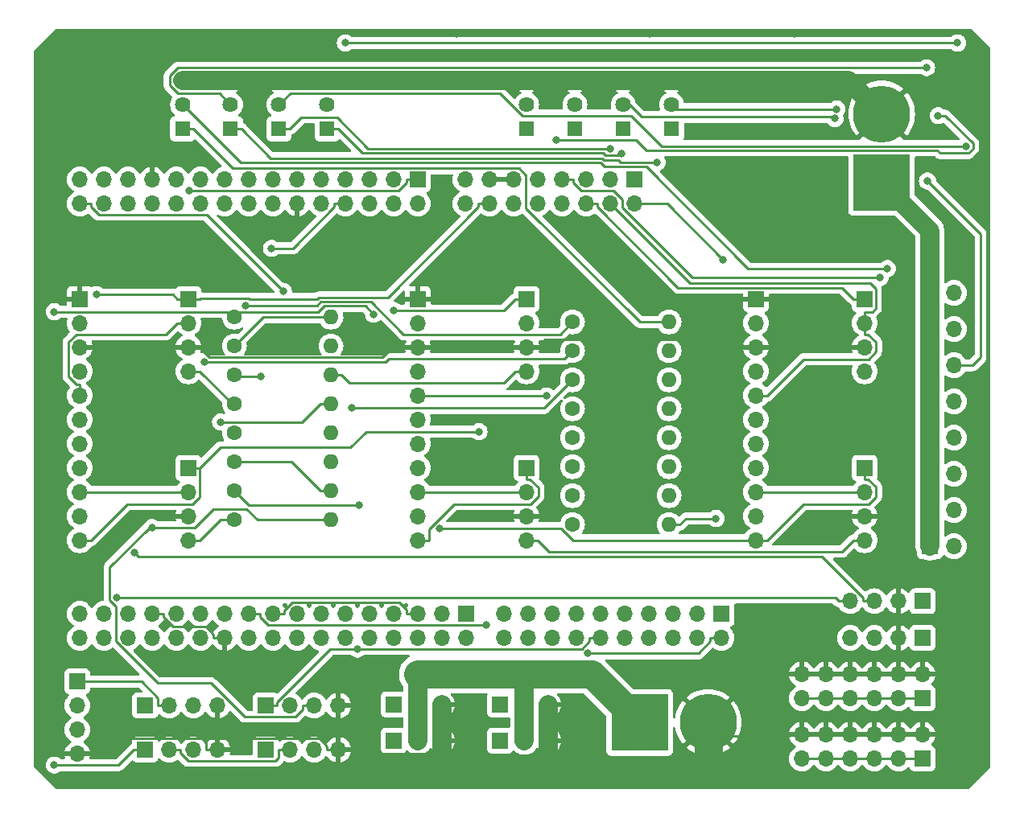
<source format=gtl>
G04 #@! TF.GenerationSoftware,KiCad,Pcbnew,8.0.3*
G04 #@! TF.CreationDate,2025-03-10T19:13:12+09:00*
G04 #@! TF.ProjectId,F767ZI_MB_V1.3,46373637-5a49-45f4-9d42-5f56312e332e,rev?*
G04 #@! TF.SameCoordinates,Original*
G04 #@! TF.FileFunction,Copper,L1,Top*
G04 #@! TF.FilePolarity,Positive*
%FSLAX46Y46*%
G04 Gerber Fmt 4.6, Leading zero omitted, Abs format (unit mm)*
G04 Created by KiCad (PCBNEW 8.0.3) date 2025-03-10 19:13:12*
%MOMM*%
%LPD*%
G01*
G04 APERTURE LIST*
G04 #@! TA.AperFunction,ComponentPad*
%ADD10R,1.625600X1.625600*%
G04 #@! TD*
G04 #@! TA.AperFunction,ComponentPad*
%ADD11C,1.625600*%
G04 #@! TD*
G04 #@! TA.AperFunction,ComponentPad*
%ADD12R,1.700000X1.700000*%
G04 #@! TD*
G04 #@! TA.AperFunction,ComponentPad*
%ADD13O,1.700000X1.700000*%
G04 #@! TD*
G04 #@! TA.AperFunction,ComponentPad*
%ADD14C,1.600000*%
G04 #@! TD*
G04 #@! TA.AperFunction,ComponentPad*
%ADD15O,1.600000X1.600000*%
G04 #@! TD*
G04 #@! TA.AperFunction,ComponentPad*
%ADD16C,6.000000*%
G04 #@! TD*
G04 #@! TA.AperFunction,ComponentPad*
%ADD17R,6.000000X6.000000*%
G04 #@! TD*
G04 #@! TA.AperFunction,ViaPad*
%ADD18C,0.800000*%
G04 #@! TD*
G04 #@! TA.AperFunction,Conductor*
%ADD19C,0.250000*%
G04 #@! TD*
G04 #@! TA.AperFunction,Conductor*
%ADD20C,2.000000*%
G04 #@! TD*
G04 #@! TA.AperFunction,Conductor*
%ADD21C,3.000000*%
G04 #@! TD*
G04 APERTURE END LIST*
D10*
X130810000Y-70876000D03*
D11*
X130810000Y-68336000D03*
X130810000Y-65796000D03*
D12*
X111760000Y-131455000D03*
D13*
X114300000Y-131455000D03*
X116840000Y-131455000D03*
D12*
X168148000Y-88148000D03*
D13*
X170688000Y-88148000D03*
D10*
X89558100Y-70876000D03*
D11*
X89558100Y-68336000D03*
X89558100Y-65796000D03*
D14*
X130556000Y-91196000D03*
D15*
X140716000Y-91196000D03*
D12*
X168148000Y-99578000D03*
D13*
X170688000Y-99578000D03*
D14*
X94996000Y-93736000D03*
D15*
X105156000Y-93736000D03*
D12*
X90170000Y-88783000D03*
D13*
X90170000Y-91323000D03*
X90170000Y-93863000D03*
X90170000Y-96403000D03*
D14*
X94996000Y-105928000D03*
D15*
X105156000Y-105928000D03*
D12*
X122951000Y-135265000D03*
D13*
X125491000Y-135265000D03*
X128031000Y-135265000D03*
D14*
X130556000Y-103388000D03*
D15*
X140716000Y-103388000D03*
D12*
X161290000Y-106563000D03*
D13*
X161290000Y-109103000D03*
X161290000Y-111643000D03*
X161290000Y-114183000D03*
D12*
X168148000Y-95768000D03*
D13*
X170688000Y-95768000D03*
D12*
X168148000Y-111008000D03*
D13*
X170688000Y-111008000D03*
D14*
X94996000Y-108976000D03*
D15*
X105156000Y-108976000D03*
D14*
X130556000Y-97292000D03*
D15*
X140716000Y-97292000D03*
D10*
X94602300Y-70876000D03*
D11*
X94602300Y-68336000D03*
X94602300Y-65796000D03*
D12*
X149860000Y-88783000D03*
D13*
X149860000Y-91323000D03*
X149860000Y-93863000D03*
X149860000Y-96403000D03*
X149860000Y-98943000D03*
X149860000Y-101483000D03*
X149860000Y-104023000D03*
X149860000Y-106563000D03*
X149860000Y-109103000D03*
X149860000Y-111643000D03*
X149860000Y-114183000D03*
D12*
X168148000Y-107198000D03*
D13*
X170688000Y-107198000D03*
D12*
X168148000Y-91958000D03*
D13*
X170688000Y-91958000D03*
D10*
X135890000Y-70876000D03*
D11*
X135890000Y-68336000D03*
X135890000Y-65796000D03*
D12*
X122936000Y-131455000D03*
D13*
X125476000Y-131455000D03*
X128016000Y-131455000D03*
D14*
X130556000Y-112532000D03*
D15*
X140716000Y-112532000D03*
D12*
X167386000Y-124470000D03*
D13*
X164846000Y-124470000D03*
X162306000Y-124470000D03*
X159766000Y-124470000D03*
D10*
X125730000Y-70876000D03*
D11*
X125730000Y-68336000D03*
X125730000Y-65796000D03*
D14*
X94996000Y-90688000D03*
D15*
X105156000Y-90688000D03*
D14*
X130556000Y-100340000D03*
D15*
X140716000Y-100340000D03*
D12*
X114300000Y-88783000D03*
D13*
X114300000Y-91323000D03*
X114300000Y-93863000D03*
X114300000Y-96403000D03*
X114300000Y-98943000D03*
X114300000Y-101483000D03*
X114300000Y-104023000D03*
X114300000Y-106563000D03*
X114300000Y-109103000D03*
X114300000Y-111643000D03*
X114300000Y-114183000D03*
D12*
X168153000Y-114818000D03*
D13*
X170693000Y-114818000D03*
D12*
X85608000Y-131582000D03*
D13*
X88148000Y-131582000D03*
X90688000Y-131582000D03*
X93228000Y-131582000D03*
D12*
X167386000Y-120594000D03*
D13*
X164846000Y-120594000D03*
X162306000Y-120594000D03*
X159766000Y-120594000D03*
D16*
X144824000Y-133360000D03*
D17*
X137624000Y-133360000D03*
D14*
X94996000Y-99832000D03*
D15*
X105156000Y-99832000D03*
D12*
X98308000Y-136232000D03*
D13*
X100848000Y-136232000D03*
X103388000Y-136232000D03*
X105928000Y-136232000D03*
D16*
X163068000Y-69308000D03*
D17*
X163068000Y-76508000D03*
D12*
X125730000Y-106563000D03*
D13*
X125730000Y-109103000D03*
X125730000Y-111643000D03*
X125730000Y-114183000D03*
D12*
X161290000Y-88783000D03*
D13*
X161290000Y-91323000D03*
X161290000Y-93863000D03*
X161290000Y-96403000D03*
D12*
X90170000Y-106563000D03*
D13*
X90170000Y-109103000D03*
X90170000Y-111643000D03*
X90170000Y-114183000D03*
D12*
X167386000Y-137170000D03*
D13*
X167386000Y-134630000D03*
X164846000Y-137170000D03*
X164846000Y-134630000D03*
X162306000Y-137170000D03*
X162306000Y-134630000D03*
X159766000Y-137170000D03*
X159766000Y-134630000D03*
X157226000Y-137170000D03*
X157226000Y-134630000D03*
X154686000Y-137170000D03*
X154686000Y-134630000D03*
D12*
X167386000Y-130820000D03*
D13*
X167386000Y-128280000D03*
X164846000Y-130820000D03*
X164846000Y-128280000D03*
X162306000Y-130820000D03*
X162306000Y-128280000D03*
X159766000Y-130820000D03*
X159766000Y-128280000D03*
X157226000Y-130820000D03*
X157226000Y-128280000D03*
X154686000Y-130820000D03*
X154686000Y-128280000D03*
D14*
X94996000Y-112024000D03*
D15*
X105156000Y-112024000D03*
D14*
X94996000Y-102880000D03*
D15*
X105156000Y-102880000D03*
D14*
X94996000Y-96784000D03*
D15*
X105156000Y-96784000D03*
D14*
X130556000Y-109484000D03*
D15*
X140716000Y-109484000D03*
D12*
X85608000Y-136232000D03*
D13*
X88148000Y-136232000D03*
X90688000Y-136232000D03*
X93228000Y-136232000D03*
D12*
X168148000Y-103388000D03*
D13*
X170688000Y-103388000D03*
D12*
X111760000Y-135265000D03*
D13*
X114300000Y-135265000D03*
X116840000Y-135265000D03*
D10*
X140970000Y-70876000D03*
D11*
X140970000Y-68336000D03*
X140970000Y-65796000D03*
D14*
X130556000Y-94230000D03*
D15*
X140716000Y-94230000D03*
D12*
X78486000Y-129042000D03*
D13*
X78486000Y-131582000D03*
X78486000Y-134122000D03*
X78486000Y-136662000D03*
D14*
X130556000Y-106436000D03*
D15*
X140716000Y-106436000D03*
D10*
X99682300Y-70876000D03*
D11*
X99682300Y-68336000D03*
X99682300Y-65796000D03*
D12*
X78740000Y-88783000D03*
D13*
X78740000Y-91323000D03*
X78740000Y-93863000D03*
X78740000Y-96403000D03*
X78740000Y-98943000D03*
X78740000Y-101483000D03*
X78740000Y-104023000D03*
X78740000Y-106563000D03*
X78740000Y-109103000D03*
X78740000Y-111643000D03*
X78740000Y-114183000D03*
D10*
X104762300Y-70876000D03*
D11*
X104762300Y-68336000D03*
X104762300Y-65796000D03*
D12*
X98308000Y-131582000D03*
D13*
X100848000Y-131582000D03*
X103388000Y-131582000D03*
X105928000Y-131582000D03*
D12*
X125730000Y-88783000D03*
D13*
X125730000Y-91323000D03*
X125730000Y-93863000D03*
X125730000Y-96403000D03*
D12*
X146240000Y-121920000D03*
D13*
X146240000Y-124460000D03*
X143700000Y-121920000D03*
X143700000Y-124460000D03*
X141160000Y-121920000D03*
X141160000Y-124460000D03*
X138620000Y-121920000D03*
X138620000Y-124460000D03*
X136080000Y-121920000D03*
X136080000Y-124460000D03*
X133540000Y-121920000D03*
X133540000Y-124460000D03*
X131000000Y-121920000D03*
X131000000Y-124460000D03*
X128460000Y-121920000D03*
X128460000Y-124460000D03*
X125920000Y-121920000D03*
X125920000Y-124460000D03*
X123380000Y-121920000D03*
X123380000Y-124460000D03*
D12*
X119380000Y-121920000D03*
D13*
X119380000Y-124460000D03*
X116840000Y-121920000D03*
X116840000Y-124460000D03*
X114300000Y-121920000D03*
X114300000Y-124460000D03*
X111760000Y-121920000D03*
X111760000Y-124460000D03*
X109220000Y-121920000D03*
X109220000Y-124460000D03*
X106680000Y-121920000D03*
X106680000Y-124460000D03*
X104140000Y-121920000D03*
X104140000Y-124460000D03*
X101600000Y-121920000D03*
X101600000Y-124460000D03*
X99060000Y-121920000D03*
X99060000Y-124460000D03*
X96520000Y-121920000D03*
X96520000Y-124460000D03*
X93980000Y-121920000D03*
X93980000Y-124460000D03*
X91440000Y-121920000D03*
X91440000Y-124460000D03*
X88900000Y-121920000D03*
X88900000Y-124460000D03*
X86360000Y-121920000D03*
X86360000Y-124460000D03*
X83820000Y-121920000D03*
X83820000Y-124460000D03*
X81280000Y-121920000D03*
X81280000Y-124460000D03*
X78740000Y-121920000D03*
X78740000Y-124460000D03*
D12*
X137080000Y-76200000D03*
D13*
X137080000Y-78740000D03*
X134540000Y-76200000D03*
X134540000Y-78740000D03*
X132000000Y-76200000D03*
X132000000Y-78740000D03*
X129460000Y-76200000D03*
X129460000Y-78740000D03*
X126920000Y-76200000D03*
X126920000Y-78740000D03*
X124380000Y-76200000D03*
X124380000Y-78740000D03*
X121840000Y-76200000D03*
X121840000Y-78740000D03*
X119300000Y-76200000D03*
X119300000Y-78740000D03*
D12*
X114300000Y-76200000D03*
D13*
X114300000Y-78740000D03*
X111760000Y-76200000D03*
X111760000Y-78740000D03*
X109220000Y-76200000D03*
X109220000Y-78740000D03*
X106680000Y-76200000D03*
X106680000Y-78740000D03*
X104140000Y-76200000D03*
X104140000Y-78740000D03*
X101600000Y-76200000D03*
X101600000Y-78740000D03*
X99060000Y-76200000D03*
X99060000Y-78740000D03*
X96520000Y-76200000D03*
X96520000Y-78740000D03*
X93980000Y-76200000D03*
X93980000Y-78740000D03*
X91440000Y-76200000D03*
X91440000Y-78740000D03*
X88900000Y-76200000D03*
X88900000Y-78740000D03*
X86360000Y-76200000D03*
X86360000Y-78740000D03*
X83820000Y-76200000D03*
X83820000Y-78740000D03*
X81280000Y-76200000D03*
X81280000Y-78740000D03*
X78740000Y-76200000D03*
X78740000Y-78740000D03*
D18*
X156461700Y-112938400D03*
X156461700Y-98968400D03*
X157731700Y-91348400D03*
X147571700Y-96428400D03*
X147571700Y-102778400D03*
X164081700Y-104048400D03*
X164081700Y-116748400D03*
X113281700Y-63408400D03*
X153921700Y-60868400D03*
X138681700Y-60868400D03*
X118361700Y-60868400D03*
X145031700Y-71028400D03*
X96771700Y-68488400D03*
X101851700Y-72298400D03*
X81531700Y-83728400D03*
X84071700Y-72298400D03*
X100581700Y-62138400D03*
X89151700Y-62138400D03*
X143761700Y-77378400D03*
X143761700Y-104048400D03*
X143761700Y-93888400D03*
X132331700Y-98968400D03*
X137411700Y-106588400D03*
X119631700Y-134528400D03*
X132331700Y-134528400D03*
X150111700Y-137068400D03*
X150111700Y-126908400D03*
X152651700Y-121828400D03*
X172971700Y-137068400D03*
X172971700Y-126908400D03*
X172971700Y-119288400D03*
X172971700Y-114208400D03*
X166875700Y-62900400D03*
X155699700Y-75854400D03*
X155699700Y-82712400D03*
X74927700Y-104302400D03*
X74927700Y-116240400D03*
X74673700Y-126908400D03*
X74673700Y-136052400D03*
X112011700Y-139608400D03*
X104391700Y-139608400D03*
X90421700Y-139608400D03*
X78991700Y-139608400D03*
X95501700Y-134528400D03*
X108201700Y-129448400D03*
X108201700Y-134528400D03*
X96771700Y-128178400D03*
X81531700Y-105318400D03*
X81531700Y-96428400D03*
X86611700Y-105318400D03*
X86611700Y-96428400D03*
X89151700Y-101508400D03*
X122171700Y-105318400D03*
X123441700Y-83728400D03*
X118361700Y-83728400D03*
X113281700Y-82458400D03*
X99311700Y-81188400D03*
X89151700Y-84998400D03*
X76451700Y-68488400D03*
X81531700Y-63408400D03*
X167891700Y-76362400D03*
X158357400Y-68790200D03*
X158149800Y-69796900D03*
X128828100Y-72015500D03*
X169009600Y-69491800D03*
X171045500Y-61837600D03*
X106675200Y-61836000D03*
X171907500Y-72685900D03*
X167796100Y-64440800D03*
X163670000Y-85589500D03*
X145653300Y-111887600D03*
X135726100Y-73444700D03*
X134565600Y-72959500D03*
X139441800Y-74411500D03*
X90223900Y-77416300D03*
X116609300Y-112912900D03*
X111760000Y-89990600D03*
X91838700Y-95386500D03*
X96208200Y-89451100D03*
X127817200Y-98989800D03*
X132132500Y-126091200D03*
X80470900Y-88339000D03*
X120718900Y-102753000D03*
X146412200Y-84651000D03*
X107369200Y-100264500D03*
X121460200Y-123096700D03*
X86331800Y-112841300D03*
X107950000Y-125636700D03*
X108095900Y-110447100D03*
X98896300Y-83459600D03*
X93560000Y-101732500D03*
X97817900Y-96961300D03*
X100145700Y-87977500D03*
X109644600Y-90399700D03*
X76056300Y-137850000D03*
X76056300Y-90136100D03*
X84517700Y-115470700D03*
X82638700Y-120217500D03*
X162916900Y-86515700D03*
D19*
X173479700Y-94904400D02*
X172616100Y-95768000D01*
X173479700Y-81950400D02*
X173479700Y-94904400D01*
X167891700Y-76362400D02*
X173479700Y-81950400D01*
X172616100Y-95768000D02*
X170688000Y-95768000D01*
X153349300Y-134718000D02*
X153349300Y-134790000D01*
X152143700Y-133512400D02*
X153349300Y-134718000D01*
X152143700Y-128940400D02*
X152143700Y-133512400D01*
X154686000Y-128280000D02*
X152804100Y-128280000D01*
X152804100Y-128280000D02*
X152143700Y-128940400D01*
X141424200Y-68790200D02*
X158357400Y-68790200D01*
X140970000Y-68336000D02*
X141424200Y-68790200D01*
X157958900Y-69606000D02*
X158149800Y-69796900D01*
X137798800Y-69606000D02*
X157958900Y-69606000D01*
X136528800Y-68336000D02*
X137798800Y-69606000D01*
X135890000Y-68336000D02*
X136528800Y-68336000D01*
X169782000Y-69491800D02*
X169009600Y-69491800D01*
X172673800Y-72383600D02*
X169782000Y-69491800D01*
X172673800Y-72957900D02*
X172673800Y-72383600D01*
X172198700Y-73433000D02*
X172673800Y-72957900D01*
X169230600Y-73433000D02*
X172198700Y-73433000D01*
X168935200Y-73137600D02*
X169230600Y-73433000D01*
X138342900Y-73137600D02*
X168935200Y-73137600D01*
X137220800Y-72015500D02*
X138342900Y-73137600D01*
X128828100Y-72015500D02*
X137220800Y-72015500D01*
X171043900Y-61836000D02*
X171045500Y-61837600D01*
X106675200Y-61836000D02*
X171043900Y-61836000D01*
X139974600Y-72685900D02*
X171907500Y-72685900D01*
X136764200Y-69475500D02*
X139974600Y-72685900D01*
X125258000Y-69475500D02*
X136764200Y-69475500D01*
X122905400Y-67122900D02*
X125258000Y-69475500D01*
X100895400Y-67122900D02*
X122905400Y-67122900D01*
X99682300Y-68336000D02*
X100895400Y-67122900D01*
X89029200Y-64440800D02*
X167796100Y-64440800D01*
X88184000Y-65286000D02*
X89029200Y-64440800D01*
X88184000Y-66319000D02*
X88184000Y-65286000D01*
X89024600Y-67159600D02*
X88184000Y-66319000D01*
X93425900Y-67159600D02*
X89024600Y-67159600D01*
X94602300Y-68336000D02*
X93425900Y-67159600D01*
X149042400Y-85589500D02*
X163670000Y-85589500D01*
X138316100Y-74863200D02*
X149042400Y-85589500D01*
X133922500Y-74863200D02*
X138316100Y-74863200D01*
X133472300Y-74413000D02*
X133922500Y-74863200D01*
X95635100Y-74413000D02*
X133472300Y-74413000D01*
X89558100Y-68336000D02*
X95635100Y-74413000D01*
X142487100Y-111887600D02*
X145653300Y-111887600D01*
X141842700Y-112532000D02*
X142487100Y-111887600D01*
X140716000Y-112532000D02*
X141842700Y-112532000D01*
X104762300Y-70876000D02*
X105901800Y-70876000D01*
X135484600Y-73686200D02*
X135726100Y-73444700D01*
X134023100Y-73686200D02*
X135484600Y-73686200D01*
X133780000Y-73443100D02*
X134023100Y-73686200D01*
X108468900Y-73443100D02*
X133780000Y-73443100D01*
X105901800Y-70876000D02*
X108468900Y-73443100D01*
X109067600Y-72959500D02*
X134565600Y-72959500D01*
X105793500Y-69685400D02*
X109067600Y-72959500D01*
X102012400Y-69685400D02*
X105793500Y-69685400D01*
X100821800Y-70876000D02*
X102012400Y-69685400D01*
X99682300Y-70876000D02*
X100821800Y-70876000D01*
X94602300Y-70876000D02*
X95741800Y-70876000D01*
X135639000Y-74411500D02*
X139441800Y-74411500D01*
X135365400Y-74137900D02*
X135639000Y-74411500D01*
X133836000Y-74137900D02*
X135365400Y-74137900D01*
X133659400Y-73961300D02*
X133836000Y-74137900D01*
X98827100Y-73961300D02*
X133659400Y-73961300D01*
X95741800Y-70876000D02*
X98827100Y-73961300D01*
X78372200Y-97766300D02*
X78740000Y-97766300D01*
X77563300Y-96957400D02*
X78372200Y-97766300D01*
X77563300Y-93313100D02*
X77563300Y-96957400D01*
X78376700Y-92499700D02*
X77563300Y-93313100D01*
X87816600Y-92499700D02*
X78376700Y-92499700D01*
X88993300Y-91323000D02*
X87816600Y-92499700D01*
X90170000Y-91323000D02*
X88993300Y-91323000D01*
X78740000Y-98943000D02*
X78740000Y-97766300D01*
X114300000Y-76200000D02*
X113123300Y-76200000D01*
X112274700Y-77416300D02*
X90223900Y-77416300D01*
X113123300Y-76567700D02*
X112274700Y-77416300D01*
X113123300Y-76200000D02*
X113123300Y-76567700D01*
X115476700Y-113006300D02*
X115476700Y-114183000D01*
X118110000Y-110373000D02*
X115476700Y-113006300D01*
X126125800Y-110373000D02*
X118110000Y-110373000D01*
X126956000Y-109542800D02*
X126125800Y-110373000D01*
X126956000Y-108598000D02*
X126956000Y-109542800D01*
X126097700Y-107739700D02*
X126956000Y-108598000D01*
X125730000Y-107739700D02*
X126097700Y-107739700D01*
X125730000Y-106563000D02*
X125730000Y-107739700D01*
X114300000Y-114183000D02*
X115476700Y-114183000D01*
X94844900Y-75023300D02*
X90697600Y-70876000D01*
X124922700Y-75023300D02*
X94844900Y-75023300D01*
X125650000Y-75750600D02*
X124922700Y-75023300D01*
X125650000Y-79215300D02*
X125650000Y-75750600D01*
X137630700Y-91196000D02*
X125650000Y-79215300D01*
X140716000Y-91196000D02*
X137630700Y-91196000D01*
X89558100Y-70876000D02*
X90697600Y-70876000D01*
X130613600Y-114183000D02*
X149860000Y-114183000D01*
X129343500Y-112912900D02*
X130613600Y-114183000D01*
X116609300Y-112912900D02*
X129343500Y-112912900D01*
X154846700Y-110373000D02*
X151036700Y-114183000D01*
X161700500Y-110373000D02*
X154846700Y-110373000D01*
X162473400Y-109600100D02*
X161700500Y-110373000D01*
X162473400Y-108555400D02*
X162473400Y-109600100D01*
X161657700Y-107739700D02*
X162473400Y-108555400D01*
X161290000Y-107739700D02*
X161657700Y-107739700D01*
X161290000Y-106563000D02*
X161290000Y-107739700D01*
X149860000Y-114183000D02*
X151036700Y-114183000D01*
X125730000Y-88783000D02*
X124553300Y-88783000D01*
X123345700Y-89990600D02*
X111760000Y-89990600D01*
X124553300Y-88783000D02*
X123345700Y-89990600D01*
X129714700Y-95071300D02*
X130556000Y-94230000D01*
X111211500Y-95071300D02*
X129714700Y-95071300D01*
X110896300Y-95386500D02*
X111211500Y-95071300D01*
X91838700Y-95386500D02*
X110896300Y-95386500D01*
X103691500Y-89451100D02*
X96208200Y-89451100D01*
X104068700Y-89073900D02*
X103691500Y-89451100D01*
X109346500Y-89073900D02*
X104068700Y-89073900D01*
X112778300Y-92505700D02*
X109346500Y-89073900D01*
X129246300Y-92505700D02*
X112778300Y-92505700D01*
X130556000Y-91196000D02*
X129246300Y-92505700D01*
X114300000Y-109103000D02*
X125730000Y-109103000D01*
X115523500Y-98989800D02*
X115476700Y-98943000D01*
X127817200Y-98989800D02*
X115523500Y-98989800D01*
X114300000Y-98943000D02*
X115476700Y-98943000D01*
X146240000Y-124460000D02*
X145063300Y-124460000D01*
X143799800Y-126091200D02*
X132132500Y-126091200D01*
X145063300Y-124827700D02*
X143799800Y-126091200D01*
X145063300Y-124460000D02*
X145063300Y-124827700D01*
X154846700Y-95133000D02*
X151036700Y-98943000D01*
X161697100Y-95133000D02*
X154846700Y-95133000D01*
X162476000Y-94354100D02*
X161697100Y-95133000D01*
X162476000Y-93318000D02*
X162476000Y-94354100D01*
X161657700Y-92499700D02*
X162476000Y-93318000D01*
X161290000Y-92499700D02*
X161657700Y-92499700D01*
X161290000Y-91323000D02*
X161290000Y-92499700D01*
X149860000Y-98943000D02*
X151036700Y-98943000D01*
X162099000Y-90146300D02*
X161290000Y-90146300D01*
X162466700Y-89778600D02*
X162099000Y-90146300D01*
X162466700Y-87748000D02*
X162466700Y-89778600D01*
X161865700Y-87147000D02*
X162466700Y-87748000D01*
X142947000Y-87147000D02*
X161865700Y-87147000D01*
X134540000Y-78740000D02*
X142947000Y-87147000D01*
X161290000Y-91323000D02*
X161290000Y-90146300D01*
X158936600Y-87606300D02*
X160113300Y-88783000D01*
X141675200Y-87606300D02*
X158936600Y-87606300D01*
X133176700Y-79107800D02*
X141675200Y-87606300D01*
X133176700Y-78740000D02*
X133176700Y-79107800D01*
X132000000Y-78740000D02*
X133176700Y-78740000D01*
X161290000Y-88783000D02*
X160113300Y-88783000D01*
X121840000Y-78740000D02*
X120663300Y-78740000D01*
X88549300Y-88339000D02*
X88993300Y-88783000D01*
X80470900Y-88339000D02*
X88549300Y-88339000D01*
X90170000Y-88783000D02*
X88993300Y-88783000D01*
X90170000Y-88783000D02*
X91346700Y-88783000D01*
X91405300Y-88724400D02*
X91346700Y-88783000D01*
X96512700Y-88724400D02*
X91405300Y-88724400D01*
X96571300Y-88783000D02*
X96512700Y-88724400D01*
X103720800Y-88783000D02*
X96571300Y-88783000D01*
X103881600Y-88622200D02*
X103720800Y-88783000D01*
X111148800Y-88622200D02*
X103881600Y-88622200D01*
X120663300Y-79107700D02*
X111148800Y-88622200D01*
X120663300Y-78740000D02*
X120663300Y-79107700D01*
X90170000Y-106563000D02*
X91346700Y-106563000D01*
X78740000Y-114183000D02*
X79916700Y-114183000D01*
X83726700Y-110373000D02*
X79916700Y-114183000D01*
X90573400Y-110373000D02*
X83726700Y-110373000D01*
X91346700Y-109599700D02*
X90573400Y-110373000D01*
X91346700Y-106563000D02*
X91346700Y-109599700D01*
X93505700Y-104404000D02*
X91346700Y-106563000D01*
X107197900Y-104404000D02*
X93505700Y-104404000D01*
X108848900Y-102753000D02*
X107197900Y-104404000D01*
X120718900Y-102753000D02*
X108848900Y-102753000D01*
X149860000Y-109103000D02*
X161290000Y-109103000D01*
X140501200Y-78740000D02*
X146412200Y-84651000D01*
X137080000Y-78740000D02*
X140501200Y-78740000D01*
X90170000Y-109103000D02*
X78740000Y-109103000D01*
X127583500Y-100264500D02*
X107369200Y-100264500D01*
X130556000Y-97292000D02*
X127583500Y-100264500D01*
X96520000Y-121920000D02*
X97696700Y-121920000D01*
X97696700Y-122287800D02*
X97696700Y-121920000D01*
X98505600Y-123096700D02*
X97696700Y-122287800D01*
X121460200Y-123096700D02*
X98505600Y-123096700D01*
X105156000Y-112024000D02*
X104029300Y-112024000D01*
X90866400Y-112841300D02*
X86331800Y-112841300D01*
X92810400Y-110897300D02*
X90866400Y-112841300D01*
X96278500Y-110897300D02*
X92810400Y-110897300D01*
X97405200Y-112024000D02*
X96278500Y-110897300D01*
X104029300Y-112024000D02*
X97405200Y-112024000D01*
X102211300Y-131949800D02*
X102211300Y-131582000D01*
X101402400Y-132758700D02*
X102211300Y-131949800D01*
X96078800Y-132758700D02*
X101402400Y-132758700D01*
X92554700Y-129234600D02*
X96078800Y-132758700D01*
X86905200Y-129234600D02*
X92554700Y-129234600D01*
X82496500Y-124825900D02*
X86905200Y-129234600D01*
X82496500Y-121138000D02*
X82496500Y-124825900D01*
X81874700Y-120516200D02*
X82496500Y-121138000D01*
X81874700Y-117020500D02*
X81874700Y-120516200D01*
X86053900Y-112841300D02*
X81874700Y-117020500D01*
X86331800Y-112841300D02*
X86053900Y-112841300D01*
X103388000Y-131582000D02*
X102211300Y-131582000D01*
X133540000Y-124460000D02*
X132363300Y-124460000D01*
X98308000Y-131582000D02*
X99484700Y-131582000D01*
X131554400Y-125636700D02*
X107950000Y-125636700D01*
X132363300Y-124827800D02*
X131554400Y-125636700D01*
X132363300Y-124460000D02*
X132363300Y-124827800D01*
X99484700Y-131214300D02*
X99484700Y-131582000D01*
X105062300Y-125636700D02*
X99484700Y-131214300D01*
X107950000Y-125636700D02*
X105062300Y-125636700D01*
X96467100Y-110447100D02*
X108095900Y-110447100D01*
X94996000Y-108976000D02*
X96467100Y-110447100D01*
X101151400Y-83459600D02*
X98896300Y-83459600D01*
X105503300Y-79107700D02*
X101151400Y-83459600D01*
X105503300Y-78740000D02*
X105503300Y-79107700D01*
X106680000Y-78740000D02*
X105503300Y-78740000D01*
X105156000Y-99832000D02*
X104029300Y-99832000D01*
X102128800Y-101732500D02*
X93560000Y-101732500D01*
X104029300Y-99832000D02*
X102128800Y-101732500D01*
X95173300Y-96961300D02*
X94996000Y-96784000D01*
X97817900Y-96961300D02*
X95173300Y-96961300D01*
X78740000Y-78740000D02*
X79916700Y-78740000D01*
X92084900Y-79916700D02*
X100145700Y-87977500D01*
X80725600Y-79916700D02*
X92084900Y-79916700D01*
X79916700Y-79107800D02*
X80725600Y-79916700D01*
X79916700Y-78740000D02*
X79916700Y-79107800D01*
X95502600Y-90181400D02*
X94996000Y-90688000D01*
X103825200Y-90181400D02*
X95502600Y-90181400D01*
X104481000Y-89525600D02*
X103825200Y-90181400D01*
X108770500Y-89525600D02*
X104481000Y-89525600D01*
X109644600Y-90399700D02*
X108770500Y-89525600D01*
X94444100Y-90136100D02*
X76056300Y-90136100D01*
X94996000Y-90688000D02*
X94444100Y-90136100D01*
X85608000Y-136232000D02*
X84431300Y-136232000D01*
X82813300Y-137850000D02*
X76056300Y-137850000D01*
X84431300Y-136232000D02*
X82813300Y-137850000D01*
X162306000Y-120594000D02*
X161129300Y-120594000D01*
X84930700Y-115883700D02*
X84517700Y-115470700D01*
X156786800Y-115883700D02*
X84930700Y-115883700D01*
X161129300Y-120226200D02*
X156786800Y-115883700D01*
X161129300Y-120594000D02*
X161129300Y-120226200D01*
X159766000Y-120594000D02*
X158589300Y-120594000D01*
X158212800Y-120217500D02*
X82638700Y-120217500D01*
X158589300Y-120594000D02*
X158212800Y-120217500D01*
X154686000Y-137170000D02*
X157226000Y-137170000D01*
X157226000Y-137170000D02*
X159766000Y-137170000D01*
X159766000Y-137170000D02*
X162306000Y-137170000D01*
X162306000Y-137170000D02*
X164846000Y-137170000D01*
X164846000Y-137170000D02*
X167386000Y-137170000D01*
X89324700Y-136599800D02*
X89324700Y-136232000D01*
X90133600Y-137408700D02*
X89324700Y-136599800D01*
X99303600Y-137408700D02*
X90133600Y-137408700D01*
X99671300Y-137041000D02*
X99303600Y-137408700D01*
X99671300Y-136232000D02*
X99671300Y-137041000D01*
X100848000Y-136232000D02*
X99671300Y-136232000D01*
X88148000Y-136232000D02*
X89324700Y-136232000D01*
X85240300Y-129042000D02*
X78486000Y-129042000D01*
X86971300Y-130773000D02*
X85240300Y-129042000D01*
X86971300Y-131582000D02*
X86971300Y-130773000D01*
X88148000Y-131582000D02*
X86971300Y-131582000D01*
X107116000Y-97617300D02*
X106282700Y-96784000D01*
X123339000Y-97617300D02*
X107116000Y-97617300D01*
X124553300Y-96403000D02*
X123339000Y-97617300D01*
X125730000Y-96403000D02*
X124553300Y-96403000D01*
X105156000Y-96784000D02*
X106282700Y-96784000D01*
X93505700Y-112024000D02*
X94996000Y-112024000D01*
X91346700Y-114183000D02*
X93505700Y-112024000D01*
X90170000Y-114183000D02*
X91346700Y-114183000D01*
X128109400Y-115385700D02*
X126906700Y-114183000D01*
X158910600Y-115385700D02*
X128109400Y-115385700D01*
X160113300Y-114183000D02*
X158910600Y-115385700D01*
X125730000Y-114183000D02*
X126906700Y-114183000D01*
X161290000Y-114183000D02*
X160113300Y-114183000D01*
X94775700Y-99832000D02*
X94996000Y-99832000D01*
X91346700Y-96403000D02*
X94775700Y-99832000D01*
X90170000Y-96403000D02*
X91346700Y-96403000D01*
X105156000Y-90688000D02*
X104029300Y-90688000D01*
X100981300Y-105928000D02*
X94996000Y-105928000D01*
X104029300Y-108976000D02*
X100981300Y-105928000D01*
X105156000Y-108976000D02*
X104029300Y-108976000D01*
X98044000Y-90688000D02*
X104029300Y-90688000D01*
X94996000Y-93736000D02*
X98044000Y-90688000D01*
X154686000Y-130820000D02*
X157226000Y-130820000D01*
X157226000Y-130820000D02*
X159766000Y-130820000D01*
X159766000Y-130820000D02*
X162306000Y-130820000D01*
X162306000Y-130820000D02*
X164846000Y-130820000D01*
X164846000Y-130820000D02*
X167386000Y-130820000D01*
X129460000Y-76200000D02*
X130636700Y-76200000D01*
X143140500Y-86515700D02*
X162916900Y-86515700D01*
X135810000Y-79185200D02*
X143140500Y-86515700D01*
X135810000Y-78309200D02*
X135810000Y-79185200D01*
X134877500Y-77376700D02*
X135810000Y-78309200D01*
X131445600Y-77376700D02*
X134877500Y-77376700D01*
X130636700Y-76567800D02*
X131445600Y-77376700D01*
X130636700Y-76200000D02*
X130636700Y-76567800D01*
X116840000Y-138440000D02*
X116840000Y-138694000D01*
X128031000Y-133367500D02*
X128031000Y-135265000D01*
X128016000Y-133352500D02*
X128031000Y-133367500D01*
X128046000Y-138694000D02*
X128031000Y-138679000D01*
X153349300Y-134790000D02*
X153509300Y-134630000D01*
X144824000Y-134790000D02*
X153349300Y-134790000D01*
X154686000Y-134630000D02*
X153509300Y-134630000D01*
X121840000Y-76200000D02*
X124380000Y-76200000D01*
X92803300Y-124092200D02*
X92803300Y-124460000D01*
X91994400Y-123283300D02*
X92803300Y-124092200D01*
X88532200Y-123283300D02*
X91994400Y-123283300D01*
X87536700Y-122287800D02*
X88532200Y-123283300D01*
X87536700Y-121920000D02*
X87536700Y-122287800D01*
X86360000Y-121920000D02*
X87536700Y-121920000D01*
X93980000Y-124460000D02*
X92803300Y-124460000D01*
X154686000Y-128280000D02*
X157226000Y-128280000D01*
X157226000Y-128280000D02*
X159766000Y-128280000D01*
X159766000Y-128280000D02*
X162306000Y-128280000D01*
X162306000Y-128280000D02*
X164846000Y-128280000D01*
X164846000Y-128280000D02*
X167386000Y-128280000D01*
X154686000Y-134630000D02*
X157226000Y-134630000D01*
X157226000Y-134630000D02*
X159766000Y-134630000D01*
X159766000Y-134630000D02*
X162306000Y-134630000D01*
X162306000Y-134630000D02*
X164846000Y-134630000D01*
X164846000Y-134630000D02*
X167386000Y-134630000D01*
X107557900Y-136685200D02*
X116840000Y-136685200D01*
X107104700Y-136232000D02*
X107557900Y-136685200D01*
X105928000Y-136232000D02*
X107104700Y-136232000D01*
X78740000Y-93863000D02*
X90170000Y-93863000D01*
X149860000Y-93863000D02*
X161290000Y-93863000D01*
X90170000Y-93863000D02*
X91346700Y-93863000D01*
X114300000Y-93863000D02*
X113123300Y-93863000D01*
X78486000Y-136662000D02*
X79662700Y-136662000D01*
X93228000Y-136232000D02*
X92051300Y-136232000D01*
X105928000Y-136232000D02*
X104751300Y-136232000D01*
X92051300Y-135055300D02*
X92051300Y-136232000D01*
X81269400Y-135055300D02*
X92051300Y-135055300D01*
X79662700Y-136662000D02*
X81269400Y-135055300D01*
X104751300Y-135864200D02*
X104751300Y-136232000D01*
X103942400Y-135055300D02*
X104751300Y-135864200D01*
X92051300Y-135055300D02*
X103942400Y-135055300D01*
X114300000Y-93863000D02*
X125730000Y-93863000D01*
X147884400Y-93064100D02*
X148683300Y-93863000D01*
X127705600Y-93064100D02*
X147884400Y-93064100D01*
X126906700Y-93863000D02*
X127705600Y-93064100D01*
X125730000Y-93863000D02*
X126906700Y-93863000D01*
X149860000Y-93863000D02*
X148683300Y-93863000D01*
X100236700Y-121552200D02*
X100236700Y-121920000D01*
X101045600Y-120743300D02*
X100236700Y-121552200D01*
X112344900Y-120743300D02*
X101045600Y-120743300D01*
X113123300Y-121521700D02*
X112344900Y-120743300D01*
X113123300Y-121920000D02*
X113123300Y-121521700D01*
X114300000Y-121920000D02*
X113123300Y-121920000D01*
X99060000Y-121920000D02*
X100236700Y-121920000D01*
X111555800Y-93863000D02*
X113123300Y-93863000D01*
X110551000Y-94867800D02*
X111555800Y-93863000D01*
X92351500Y-94867800D02*
X110551000Y-94867800D01*
X91346700Y-93863000D02*
X92351500Y-94867800D01*
D20*
X168148000Y-91958000D02*
X168148000Y-88148000D01*
X168148000Y-95768000D02*
X168148000Y-91958000D01*
X168148000Y-99578000D02*
X168148000Y-95768000D01*
X168148000Y-103388000D02*
X168148000Y-99578000D01*
X168148000Y-107198000D02*
X168148000Y-103388000D01*
X168148000Y-111008000D02*
X168148000Y-107198000D01*
X168153000Y-114818000D02*
X168153000Y-111013000D01*
X159556000Y-65796000D02*
X163068000Y-69308000D01*
X140970000Y-65796000D02*
X159556000Y-65796000D01*
X135890000Y-65796000D02*
X140970000Y-65796000D01*
X130810000Y-65796000D02*
X135890000Y-65796000D01*
X125730000Y-65796000D02*
X130810000Y-65796000D01*
X104762300Y-65796000D02*
X125730000Y-65796000D01*
X99682300Y-65796000D02*
X104762300Y-65796000D01*
X94602300Y-65796000D02*
X99682300Y-65796000D01*
X89558100Y-65796000D02*
X94602300Y-65796000D01*
X128031000Y-135265000D02*
X128031000Y-138679000D01*
D21*
X128016000Y-138694000D02*
X116586000Y-138694000D01*
X143510000Y-138694000D02*
X128016000Y-138694000D01*
D20*
X116840000Y-135265000D02*
X116840000Y-138440000D01*
D21*
X144824000Y-137380000D02*
X144824000Y-133360000D01*
X143510000Y-138694000D02*
X144824000Y-137380000D01*
D20*
X128016000Y-131455000D02*
X128016000Y-135250000D01*
X116840000Y-131455000D02*
X116840000Y-135265000D01*
X125476000Y-131455000D02*
X125476000Y-128280000D01*
D21*
X125476000Y-128280000D02*
X132544000Y-128280000D01*
X115570000Y-128280000D02*
X125476000Y-128280000D01*
X132544000Y-128280000D02*
X137624000Y-133360000D01*
D20*
X125491000Y-135265000D02*
X125491000Y-131470000D01*
X114300000Y-135265000D02*
X114300000Y-131455000D01*
X114300000Y-131455000D02*
X114300000Y-128280000D01*
D21*
X115570000Y-128280000D02*
X114300000Y-128280000D01*
D20*
X168148000Y-88148000D02*
X168148000Y-81588000D01*
X168148000Y-81588000D02*
X163068000Y-76508000D01*
G04 #@! TA.AperFunction,Conductor*
G36*
X94230000Y-125790633D02*
G01*
X94443483Y-125733433D01*
X94443492Y-125733429D01*
X94657578Y-125633600D01*
X94851082Y-125498105D01*
X95018105Y-125331082D01*
X95148119Y-125145405D01*
X95202696Y-125101781D01*
X95272195Y-125094588D01*
X95334549Y-125126110D01*
X95351269Y-125145405D01*
X95481505Y-125331401D01*
X95648599Y-125498495D01*
X95739762Y-125562328D01*
X95842165Y-125634032D01*
X95842167Y-125634033D01*
X95842170Y-125634035D01*
X96056337Y-125733903D01*
X96284592Y-125795063D01*
X96472918Y-125811539D01*
X96519999Y-125815659D01*
X96520000Y-125815659D01*
X96520001Y-125815659D01*
X96559234Y-125812226D01*
X96755408Y-125795063D01*
X96983663Y-125733903D01*
X97197830Y-125634035D01*
X97391401Y-125498495D01*
X97558495Y-125331401D01*
X97688425Y-125145842D01*
X97743002Y-125102217D01*
X97812500Y-125095023D01*
X97874855Y-125126546D01*
X97891575Y-125145842D01*
X98021500Y-125331395D01*
X98021505Y-125331401D01*
X98188599Y-125498495D01*
X98279762Y-125562328D01*
X98382165Y-125634032D01*
X98382167Y-125634033D01*
X98382170Y-125634035D01*
X98596337Y-125733903D01*
X98824592Y-125795063D01*
X99012918Y-125811539D01*
X99059999Y-125815659D01*
X99060000Y-125815659D01*
X99060001Y-125815659D01*
X99099234Y-125812226D01*
X99295408Y-125795063D01*
X99523663Y-125733903D01*
X99737830Y-125634035D01*
X99931401Y-125498495D01*
X100098495Y-125331401D01*
X100228425Y-125145842D01*
X100283002Y-125102217D01*
X100352500Y-125095023D01*
X100414855Y-125126546D01*
X100431575Y-125145842D01*
X100561500Y-125331395D01*
X100561505Y-125331401D01*
X100728599Y-125498495D01*
X100819762Y-125562328D01*
X100922165Y-125634032D01*
X100922167Y-125634033D01*
X100922170Y-125634035D01*
X101136337Y-125733903D01*
X101364592Y-125795063D01*
X101552918Y-125811539D01*
X101599999Y-125815659D01*
X101600000Y-125815659D01*
X101600001Y-125815659D01*
X101639234Y-125812226D01*
X101835408Y-125795063D01*
X102063663Y-125733903D01*
X102277830Y-125634035D01*
X102471401Y-125498495D01*
X102638495Y-125331401D01*
X102768425Y-125145842D01*
X102823002Y-125102217D01*
X102892500Y-125095023D01*
X102954855Y-125126546D01*
X102971575Y-125145842D01*
X103101500Y-125331395D01*
X103101505Y-125331401D01*
X103268599Y-125498495D01*
X103359762Y-125562328D01*
X103462165Y-125634032D01*
X103462167Y-125634033D01*
X103462170Y-125634035D01*
X103676337Y-125733903D01*
X103676342Y-125733904D01*
X103676346Y-125733906D01*
X103743771Y-125751971D01*
X103787638Y-125763725D01*
X103847298Y-125800089D01*
X103877828Y-125862936D01*
X103869534Y-125932311D01*
X103843226Y-125971181D01*
X99547385Y-130267023D01*
X99486062Y-130300508D01*
X99416370Y-130295524D01*
X99400384Y-130288223D01*
X99265482Y-130237908D01*
X99265483Y-130237908D01*
X99205883Y-130231501D01*
X99205881Y-130231500D01*
X99205873Y-130231500D01*
X99205864Y-130231500D01*
X97410129Y-130231500D01*
X97410123Y-130231501D01*
X97350516Y-130237908D01*
X97215671Y-130288202D01*
X97215664Y-130288206D01*
X97100455Y-130374452D01*
X97100452Y-130374455D01*
X97014206Y-130489664D01*
X97014202Y-130489671D01*
X96963908Y-130624517D01*
X96957501Y-130684116D01*
X96957500Y-130684127D01*
X96957500Y-131404489D01*
X96957501Y-132009200D01*
X96937816Y-132076239D01*
X96885013Y-132121994D01*
X96833501Y-132133200D01*
X96389252Y-132133200D01*
X96322213Y-132113515D01*
X96301571Y-132096881D01*
X93044898Y-128840208D01*
X93044878Y-128840186D01*
X92953433Y-128748741D01*
X92902209Y-128714515D01*
X92850986Y-128680288D01*
X92828842Y-128671116D01*
X92761608Y-128643267D01*
X92761605Y-128643265D01*
X92761604Y-128643265D01*
X92737155Y-128633138D01*
X92737153Y-128633137D01*
X92737152Y-128633137D01*
X92676729Y-128621118D01*
X92616310Y-128609100D01*
X92616307Y-128609100D01*
X92616306Y-128609100D01*
X87215653Y-128609100D01*
X87148614Y-128589415D01*
X87127972Y-128572781D01*
X84412587Y-125857397D01*
X84379102Y-125796074D01*
X84384086Y-125726382D01*
X84425958Y-125670449D01*
X84447856Y-125657337D01*
X84497830Y-125634035D01*
X84691401Y-125498495D01*
X84858495Y-125331401D01*
X84988425Y-125145842D01*
X85043002Y-125102217D01*
X85112500Y-125095023D01*
X85174855Y-125126546D01*
X85191575Y-125145842D01*
X85321500Y-125331395D01*
X85321505Y-125331401D01*
X85488599Y-125498495D01*
X85579762Y-125562328D01*
X85682165Y-125634032D01*
X85682167Y-125634033D01*
X85682170Y-125634035D01*
X85896337Y-125733903D01*
X86124592Y-125795063D01*
X86312918Y-125811539D01*
X86359999Y-125815659D01*
X86360000Y-125815659D01*
X86360001Y-125815659D01*
X86399234Y-125812226D01*
X86595408Y-125795063D01*
X86823663Y-125733903D01*
X87037830Y-125634035D01*
X87231401Y-125498495D01*
X87398495Y-125331401D01*
X87528425Y-125145842D01*
X87583002Y-125102217D01*
X87652500Y-125095023D01*
X87714855Y-125126546D01*
X87731575Y-125145842D01*
X87861500Y-125331395D01*
X87861505Y-125331401D01*
X88028599Y-125498495D01*
X88119762Y-125562328D01*
X88222165Y-125634032D01*
X88222167Y-125634033D01*
X88222170Y-125634035D01*
X88436337Y-125733903D01*
X88664592Y-125795063D01*
X88852918Y-125811539D01*
X88899999Y-125815659D01*
X88900000Y-125815659D01*
X88900001Y-125815659D01*
X88939234Y-125812226D01*
X89135408Y-125795063D01*
X89363663Y-125733903D01*
X89577830Y-125634035D01*
X89771401Y-125498495D01*
X89938495Y-125331401D01*
X90068425Y-125145842D01*
X90123002Y-125102217D01*
X90192500Y-125095023D01*
X90254855Y-125126546D01*
X90271575Y-125145842D01*
X90401500Y-125331395D01*
X90401505Y-125331401D01*
X90568599Y-125498495D01*
X90659762Y-125562328D01*
X90762165Y-125634032D01*
X90762167Y-125634033D01*
X90762170Y-125634035D01*
X90976337Y-125733903D01*
X91204592Y-125795063D01*
X91392918Y-125811539D01*
X91439999Y-125815659D01*
X91440000Y-125815659D01*
X91440001Y-125815659D01*
X91479234Y-125812226D01*
X91675408Y-125795063D01*
X91903663Y-125733903D01*
X92117830Y-125634035D01*
X92311401Y-125498495D01*
X92478495Y-125331401D01*
X92608730Y-125145405D01*
X92663307Y-125101781D01*
X92732805Y-125094587D01*
X92795160Y-125126110D01*
X92811879Y-125145405D01*
X92941890Y-125331078D01*
X93108917Y-125498105D01*
X93302421Y-125633600D01*
X93516507Y-125733429D01*
X93516516Y-125733433D01*
X93730000Y-125790634D01*
X93730000Y-124893012D01*
X93787007Y-124925925D01*
X93914174Y-124960000D01*
X94045826Y-124960000D01*
X94172993Y-124925925D01*
X94230000Y-124893012D01*
X94230000Y-125790633D01*
G37*
G04 #@! TD.AperFunction*
G04 #@! TA.AperFunction,Conductor*
G36*
X92794855Y-122586546D02*
G01*
X92811575Y-122605842D01*
X92941501Y-122791396D01*
X92941506Y-122791402D01*
X93108597Y-122958493D01*
X93108603Y-122958498D01*
X93294594Y-123088730D01*
X93338219Y-123143307D01*
X93345413Y-123212805D01*
X93313890Y-123275160D01*
X93294595Y-123291880D01*
X93108922Y-123421890D01*
X93108920Y-123421891D01*
X92941891Y-123588920D01*
X92941890Y-123588922D01*
X92811880Y-123774595D01*
X92757303Y-123818219D01*
X92687804Y-123825412D01*
X92625450Y-123793890D01*
X92608730Y-123774594D01*
X92478494Y-123588597D01*
X92311402Y-123421506D01*
X92311396Y-123421501D01*
X92125842Y-123291575D01*
X92082217Y-123236998D01*
X92075023Y-123167500D01*
X92106546Y-123105145D01*
X92125842Y-123088425D01*
X92148026Y-123072891D01*
X92311401Y-122958495D01*
X92478495Y-122791401D01*
X92608425Y-122605842D01*
X92663002Y-122562217D01*
X92732500Y-122555023D01*
X92794855Y-122586546D01*
G37*
G04 #@! TD.AperFunction*
G04 #@! TA.AperFunction,Conductor*
G36*
X87714549Y-122586110D02*
G01*
X87731269Y-122605405D01*
X87861505Y-122791401D01*
X87861506Y-122791402D01*
X88028597Y-122958493D01*
X88028603Y-122958498D01*
X88214158Y-123088425D01*
X88257783Y-123143002D01*
X88264977Y-123212500D01*
X88233454Y-123274855D01*
X88214158Y-123291575D01*
X88028597Y-123421505D01*
X87861505Y-123588597D01*
X87731575Y-123774158D01*
X87676998Y-123817783D01*
X87607500Y-123824977D01*
X87545145Y-123793454D01*
X87528425Y-123774158D01*
X87398494Y-123588597D01*
X87231402Y-123421506D01*
X87231401Y-123421505D01*
X87052114Y-123295967D01*
X87045405Y-123291269D01*
X87001781Y-123236692D01*
X86994588Y-123167193D01*
X87026110Y-123104839D01*
X87045405Y-123088119D01*
X87231082Y-122958105D01*
X87398105Y-122791082D01*
X87528119Y-122605405D01*
X87582696Y-122561781D01*
X87652195Y-122554588D01*
X87714549Y-122586110D01*
G37*
G04 #@! TD.AperFunction*
G04 #@! TA.AperFunction,Conductor*
G36*
X90254855Y-122586546D02*
G01*
X90271575Y-122605842D01*
X90401501Y-122791396D01*
X90401506Y-122791402D01*
X90568597Y-122958493D01*
X90568603Y-122958498D01*
X90754158Y-123088425D01*
X90797783Y-123143002D01*
X90804977Y-123212500D01*
X90773454Y-123274855D01*
X90754158Y-123291575D01*
X90568597Y-123421505D01*
X90401505Y-123588597D01*
X90271575Y-123774158D01*
X90216998Y-123817783D01*
X90147500Y-123824977D01*
X90085145Y-123793454D01*
X90068425Y-123774158D01*
X89938494Y-123588597D01*
X89771402Y-123421506D01*
X89771396Y-123421501D01*
X89585842Y-123291575D01*
X89542217Y-123236998D01*
X89535023Y-123167500D01*
X89566546Y-123105145D01*
X89585842Y-123088425D01*
X89608026Y-123072891D01*
X89771401Y-122958495D01*
X89938495Y-122791401D01*
X90068425Y-122605842D01*
X90123002Y-122562217D01*
X90192500Y-122555023D01*
X90254855Y-122586546D01*
G37*
G04 #@! TD.AperFunction*
G04 #@! TA.AperFunction,Conductor*
G36*
X100535143Y-120862685D02*
G01*
X100580898Y-120915489D01*
X100590842Y-120984647D01*
X100564320Y-121043962D01*
X100564610Y-121044165D01*
X100563559Y-121045665D01*
X100563094Y-121046706D01*
X100561503Y-121048601D01*
X100431269Y-121234595D01*
X100376692Y-121278219D01*
X100307193Y-121285412D01*
X100244839Y-121253890D01*
X100228119Y-121234594D01*
X100098112Y-121048924D01*
X100096257Y-121046714D01*
X100095744Y-121045542D01*
X100095005Y-121044487D01*
X100095217Y-121044338D01*
X100068238Y-120982708D01*
X100079271Y-120913715D01*
X100125854Y-120861640D01*
X100191239Y-120843000D01*
X100468104Y-120843000D01*
X100535143Y-120862685D01*
G37*
G04 #@! TD.AperFunction*
G04 #@! TA.AperFunction,Conductor*
G36*
X113235800Y-120862685D02*
G01*
X113281555Y-120915489D01*
X113291499Y-120984647D01*
X113264799Y-121044351D01*
X113264995Y-121044488D01*
X113264285Y-121045501D01*
X113263743Y-121046714D01*
X113261891Y-121048919D01*
X113131880Y-121234595D01*
X113077303Y-121278219D01*
X113007804Y-121285412D01*
X112945450Y-121253890D01*
X112928730Y-121234594D01*
X112798500Y-121048606D01*
X112798496Y-121048601D01*
X112798495Y-121048599D01*
X112798489Y-121048593D01*
X112796906Y-121046706D01*
X112796466Y-121045700D01*
X112795390Y-121044164D01*
X112795698Y-121043947D01*
X112768894Y-120982697D01*
X112779933Y-120913705D01*
X112826520Y-120861634D01*
X112891896Y-120843000D01*
X113168761Y-120843000D01*
X113235800Y-120862685D01*
G37*
G04 #@! TD.AperFunction*
G04 #@! TA.AperFunction,Conductor*
G36*
X103075143Y-120862685D02*
G01*
X103120898Y-120915489D01*
X103130842Y-120984647D01*
X103104321Y-121043961D01*
X103104610Y-121044164D01*
X103103560Y-121045663D01*
X103103094Y-121046706D01*
X103101499Y-121048606D01*
X102971575Y-121234158D01*
X102916998Y-121277783D01*
X102847500Y-121284977D01*
X102785145Y-121253454D01*
X102768425Y-121234158D01*
X102638500Y-121048606D01*
X102638496Y-121048601D01*
X102638495Y-121048599D01*
X102638489Y-121048593D01*
X102636906Y-121046706D01*
X102636466Y-121045700D01*
X102635390Y-121044164D01*
X102635698Y-121043947D01*
X102608894Y-120982697D01*
X102619933Y-120913705D01*
X102666520Y-120861634D01*
X102731896Y-120843000D01*
X103008104Y-120843000D01*
X103075143Y-120862685D01*
G37*
G04 #@! TD.AperFunction*
G04 #@! TA.AperFunction,Conductor*
G36*
X105615143Y-120862685D02*
G01*
X105660898Y-120915489D01*
X105670842Y-120984647D01*
X105644321Y-121043961D01*
X105644610Y-121044164D01*
X105643560Y-121045663D01*
X105643094Y-121046706D01*
X105641499Y-121048606D01*
X105511575Y-121234158D01*
X105456998Y-121277783D01*
X105387500Y-121284977D01*
X105325145Y-121253454D01*
X105308425Y-121234158D01*
X105178500Y-121048606D01*
X105178496Y-121048601D01*
X105178495Y-121048599D01*
X105178489Y-121048593D01*
X105176906Y-121046706D01*
X105176466Y-121045700D01*
X105175390Y-121044164D01*
X105175698Y-121043947D01*
X105148894Y-120982697D01*
X105159933Y-120913705D01*
X105206520Y-120861634D01*
X105271896Y-120843000D01*
X105548104Y-120843000D01*
X105615143Y-120862685D01*
G37*
G04 #@! TD.AperFunction*
G04 #@! TA.AperFunction,Conductor*
G36*
X108155143Y-120862685D02*
G01*
X108200898Y-120915489D01*
X108210842Y-120984647D01*
X108184321Y-121043961D01*
X108184610Y-121044164D01*
X108183560Y-121045663D01*
X108183094Y-121046706D01*
X108181499Y-121048606D01*
X108051575Y-121234158D01*
X107996998Y-121277783D01*
X107927500Y-121284977D01*
X107865145Y-121253454D01*
X107848425Y-121234158D01*
X107718500Y-121048606D01*
X107718496Y-121048601D01*
X107718495Y-121048599D01*
X107718489Y-121048593D01*
X107716906Y-121046706D01*
X107716466Y-121045700D01*
X107715390Y-121044164D01*
X107715698Y-121043947D01*
X107688894Y-120982697D01*
X107699933Y-120913705D01*
X107746520Y-120861634D01*
X107811896Y-120843000D01*
X108088104Y-120843000D01*
X108155143Y-120862685D01*
G37*
G04 #@! TD.AperFunction*
G04 #@! TA.AperFunction,Conductor*
G36*
X110695143Y-120862685D02*
G01*
X110740898Y-120915489D01*
X110750842Y-120984647D01*
X110724321Y-121043961D01*
X110724610Y-121044164D01*
X110723560Y-121045663D01*
X110723094Y-121046706D01*
X110721499Y-121048606D01*
X110591575Y-121234158D01*
X110536998Y-121277783D01*
X110467500Y-121284977D01*
X110405145Y-121253454D01*
X110388425Y-121234158D01*
X110258500Y-121048606D01*
X110258496Y-121048601D01*
X110258495Y-121048599D01*
X110258489Y-121048593D01*
X110256906Y-121046706D01*
X110256466Y-121045700D01*
X110255390Y-121044164D01*
X110255698Y-121043947D01*
X110228894Y-120982697D01*
X110239933Y-120913705D01*
X110286520Y-120861634D01*
X110351896Y-120843000D01*
X110628104Y-120843000D01*
X110695143Y-120862685D01*
G37*
G04 #@! TD.AperFunction*
G04 #@! TA.AperFunction,Conductor*
G36*
X159973373Y-111018185D02*
G01*
X160019128Y-111070989D01*
X160029072Y-111140147D01*
X160018716Y-111174904D01*
X160016571Y-111179502D01*
X160016567Y-111179513D01*
X159959364Y-111392999D01*
X159959364Y-111393000D01*
X160856988Y-111393000D01*
X160824075Y-111450007D01*
X160790000Y-111577174D01*
X160790000Y-111708826D01*
X160824075Y-111835993D01*
X160856988Y-111893000D01*
X159959364Y-111893000D01*
X160016567Y-112106486D01*
X160016570Y-112106492D01*
X160116399Y-112320578D01*
X160251894Y-112514082D01*
X160418917Y-112681105D01*
X160604595Y-112811119D01*
X160648219Y-112865696D01*
X160655412Y-112935195D01*
X160623890Y-112997549D01*
X160604595Y-113014269D01*
X160418594Y-113144508D01*
X160251506Y-113311596D01*
X160150308Y-113456122D01*
X160115967Y-113505169D01*
X160112860Y-113509606D01*
X160110906Y-113508238D01*
X160067584Y-113549462D01*
X160035068Y-113560805D01*
X159950899Y-113577546D01*
X159950900Y-113577547D01*
X159930849Y-113581536D01*
X159930847Y-113581536D01*
X159883697Y-113601067D01*
X159817019Y-113628685D01*
X159817017Y-113628686D01*
X159714566Y-113697141D01*
X159714563Y-113697144D01*
X158687829Y-114723881D01*
X158626506Y-114757366D01*
X158600148Y-114760200D01*
X151643451Y-114760200D01*
X151576412Y-114740515D01*
X151530657Y-114687711D01*
X151520713Y-114618553D01*
X151549738Y-114554997D01*
X151555770Y-114548519D01*
X152424243Y-113680047D01*
X155069472Y-111034819D01*
X155130795Y-111001334D01*
X155157153Y-110998500D01*
X159906334Y-110998500D01*
X159973373Y-111018185D01*
G37*
G04 #@! TD.AperFunction*
G04 #@! TA.AperFunction,Conductor*
G36*
X130814855Y-79406546D02*
G01*
X130831575Y-79425842D01*
X130961500Y-79611395D01*
X130961505Y-79611401D01*
X131128599Y-79778495D01*
X131188264Y-79820273D01*
X131322165Y-79914032D01*
X131322167Y-79914033D01*
X131322170Y-79914035D01*
X131536337Y-80013903D01*
X131536343Y-80013904D01*
X131536344Y-80013905D01*
X131552400Y-80018207D01*
X131764592Y-80075063D01*
X131952918Y-80091539D01*
X131999999Y-80095659D01*
X132000000Y-80095659D01*
X132000001Y-80095659D01*
X132039234Y-80092226D01*
X132235408Y-80075063D01*
X132463663Y-80013903D01*
X132677830Y-79914035D01*
X132839931Y-79800530D01*
X132906135Y-79778203D01*
X132973902Y-79795213D01*
X132998734Y-79814424D01*
X141186216Y-88001906D01*
X141186245Y-88001937D01*
X141276464Y-88092156D01*
X141276467Y-88092158D01*
X141342591Y-88136340D01*
X141342592Y-88136342D01*
X141344797Y-88137815D01*
X141378915Y-88160612D01*
X141429431Y-88181536D01*
X141429432Y-88181537D01*
X141464058Y-88195879D01*
X141492748Y-88207763D01*
X141553171Y-88219781D01*
X141613593Y-88231800D01*
X141613594Y-88231800D01*
X148386000Y-88231800D01*
X148453039Y-88251485D01*
X148498794Y-88304289D01*
X148510000Y-88355800D01*
X148510000Y-88533000D01*
X149426988Y-88533000D01*
X149394075Y-88590007D01*
X149360000Y-88717174D01*
X149360000Y-88848826D01*
X149394075Y-88975993D01*
X149426988Y-89033000D01*
X148510000Y-89033000D01*
X148510000Y-89680844D01*
X148516401Y-89740372D01*
X148516403Y-89740379D01*
X148566645Y-89875086D01*
X148566649Y-89875093D01*
X148652809Y-89990187D01*
X148652812Y-89990190D01*
X148767906Y-90076350D01*
X148767913Y-90076354D01*
X148899470Y-90125421D01*
X148955403Y-90167292D01*
X148979821Y-90232756D01*
X148964970Y-90301029D01*
X148943819Y-90329284D01*
X148821503Y-90451600D01*
X148685965Y-90645169D01*
X148685964Y-90645171D01*
X148612889Y-90801881D01*
X148587115Y-90857155D01*
X148586098Y-90859335D01*
X148586094Y-90859344D01*
X148524938Y-91087586D01*
X148524936Y-91087596D01*
X148504341Y-91322999D01*
X148504341Y-91323000D01*
X148524936Y-91558403D01*
X148524938Y-91558413D01*
X148586094Y-91786655D01*
X148586096Y-91786659D01*
X148586097Y-91786663D01*
X148626999Y-91874377D01*
X148685965Y-92000830D01*
X148685967Y-92000834D01*
X148770019Y-92120871D01*
X148821505Y-92194401D01*
X148988599Y-92361495D01*
X149143661Y-92470071D01*
X149174594Y-92491730D01*
X149218219Y-92546307D01*
X149225413Y-92615805D01*
X149193890Y-92678160D01*
X149174595Y-92694880D01*
X148988922Y-92824890D01*
X148988920Y-92824891D01*
X148821891Y-92991920D01*
X148821886Y-92991926D01*
X148686400Y-93185420D01*
X148686399Y-93185422D01*
X148586570Y-93399507D01*
X148586567Y-93399513D01*
X148529364Y-93612999D01*
X148529364Y-93613000D01*
X149426988Y-93613000D01*
X149394075Y-93670007D01*
X149360000Y-93797174D01*
X149360000Y-93928826D01*
X149394075Y-94055993D01*
X149426988Y-94113000D01*
X148529364Y-94113000D01*
X148586567Y-94326486D01*
X148586570Y-94326492D01*
X148686399Y-94540578D01*
X148821894Y-94734082D01*
X148988917Y-94901105D01*
X149174595Y-95031119D01*
X149218219Y-95085696D01*
X149225412Y-95155195D01*
X149193890Y-95217549D01*
X149174595Y-95234269D01*
X148988594Y-95364508D01*
X148821505Y-95531597D01*
X148685965Y-95725169D01*
X148685964Y-95725171D01*
X148586098Y-95939335D01*
X148586094Y-95939344D01*
X148524938Y-96167586D01*
X148524936Y-96167596D01*
X148504341Y-96402999D01*
X148504341Y-96403000D01*
X148524936Y-96638403D01*
X148524938Y-96638413D01*
X148586094Y-96866655D01*
X148586096Y-96866659D01*
X148586097Y-96866663D01*
X148657136Y-97019006D01*
X148685965Y-97080830D01*
X148685967Y-97080834D01*
X148821501Y-97274395D01*
X148821506Y-97274402D01*
X148988597Y-97441493D01*
X148988603Y-97441498D01*
X149174158Y-97571425D01*
X149217783Y-97626002D01*
X149224977Y-97695500D01*
X149193454Y-97757855D01*
X149174158Y-97774575D01*
X148988597Y-97904505D01*
X148821505Y-98071597D01*
X148685965Y-98265169D01*
X148685964Y-98265171D01*
X148586098Y-98479335D01*
X148586094Y-98479344D01*
X148524938Y-98707586D01*
X148524936Y-98707596D01*
X148504341Y-98942999D01*
X148504341Y-98943000D01*
X148524936Y-99178403D01*
X148524938Y-99178413D01*
X148586094Y-99406655D01*
X148586096Y-99406659D01*
X148586097Y-99406663D01*
X148672340Y-99591611D01*
X148685965Y-99620830D01*
X148685967Y-99620834D01*
X148821501Y-99814395D01*
X148821506Y-99814402D01*
X148988597Y-99981493D01*
X148988603Y-99981498D01*
X149174158Y-100111425D01*
X149217783Y-100166002D01*
X149224977Y-100235500D01*
X149193454Y-100297855D01*
X149174158Y-100314575D01*
X148988597Y-100444505D01*
X148821505Y-100611597D01*
X148685965Y-100805169D01*
X148685964Y-100805171D01*
X148586098Y-101019335D01*
X148586094Y-101019344D01*
X148524938Y-101247586D01*
X148524936Y-101247596D01*
X148504341Y-101482999D01*
X148504341Y-101483000D01*
X148524936Y-101718403D01*
X148524938Y-101718413D01*
X148586094Y-101946655D01*
X148586096Y-101946659D01*
X148586097Y-101946663D01*
X148679772Y-102147549D01*
X148685965Y-102160830D01*
X148685967Y-102160834D01*
X148774179Y-102286813D01*
X148818077Y-102349506D01*
X148821501Y-102354395D01*
X148821506Y-102354402D01*
X148988597Y-102521493D01*
X148988603Y-102521498D01*
X149174158Y-102651425D01*
X149217783Y-102706002D01*
X149224977Y-102775500D01*
X149193454Y-102837855D01*
X149174158Y-102854575D01*
X148988597Y-102984505D01*
X148821505Y-103151597D01*
X148685965Y-103345169D01*
X148685964Y-103345171D01*
X148586098Y-103559335D01*
X148586094Y-103559344D01*
X148524938Y-103787586D01*
X148524936Y-103787596D01*
X148504341Y-104022999D01*
X148504341Y-104023000D01*
X148524936Y-104258403D01*
X148524938Y-104258413D01*
X148586094Y-104486655D01*
X148586096Y-104486659D01*
X148586097Y-104486663D01*
X148621244Y-104562035D01*
X148685965Y-104700830D01*
X148685967Y-104700834D01*
X148821501Y-104894395D01*
X148821506Y-104894402D01*
X148988597Y-105061493D01*
X148988603Y-105061498D01*
X149174158Y-105191425D01*
X149217783Y-105246002D01*
X149224977Y-105315500D01*
X149193454Y-105377855D01*
X149174158Y-105394575D01*
X148988597Y-105524505D01*
X148821505Y-105691597D01*
X148685965Y-105885169D01*
X148685964Y-105885171D01*
X148586098Y-106099335D01*
X148586094Y-106099344D01*
X148524938Y-106327586D01*
X148524936Y-106327596D01*
X148504341Y-106562999D01*
X148504341Y-106563000D01*
X148524936Y-106798403D01*
X148524938Y-106798413D01*
X148586094Y-107026655D01*
X148586096Y-107026659D01*
X148586097Y-107026663D01*
X148645820Y-107154738D01*
X148685965Y-107240830D01*
X148685967Y-107240834D01*
X148821501Y-107434395D01*
X148821506Y-107434402D01*
X148988597Y-107601493D01*
X148988603Y-107601498D01*
X149174158Y-107731425D01*
X149217783Y-107786002D01*
X149224977Y-107855500D01*
X149193454Y-107917855D01*
X149174158Y-107934575D01*
X148988597Y-108064505D01*
X148821505Y-108231597D01*
X148685965Y-108425169D01*
X148685964Y-108425171D01*
X148586098Y-108639335D01*
X148586094Y-108639344D01*
X148524938Y-108867586D01*
X148524936Y-108867596D01*
X148504341Y-109102999D01*
X148504341Y-109103000D01*
X148524936Y-109338403D01*
X148524938Y-109338413D01*
X148586094Y-109566655D01*
X148586096Y-109566659D01*
X148586097Y-109566663D01*
X148681632Y-109771537D01*
X148685965Y-109780830D01*
X148685967Y-109780834D01*
X148779831Y-109914884D01*
X148821501Y-109974396D01*
X148821506Y-109974402D01*
X148988597Y-110141493D01*
X148988603Y-110141498D01*
X149174158Y-110271425D01*
X149217783Y-110326002D01*
X149224977Y-110395500D01*
X149193454Y-110457855D01*
X149174158Y-110474575D01*
X148988597Y-110604505D01*
X148821505Y-110771597D01*
X148685965Y-110965169D01*
X148685964Y-110965171D01*
X148610926Y-111126092D01*
X148591655Y-111167419D01*
X148586098Y-111179335D01*
X148586094Y-111179344D01*
X148524938Y-111407586D01*
X148524936Y-111407596D01*
X148504341Y-111642999D01*
X148504341Y-111643000D01*
X148524936Y-111878403D01*
X148524938Y-111878413D01*
X148586094Y-112106655D01*
X148586096Y-112106659D01*
X148586097Y-112106663D01*
X148655340Y-112255154D01*
X148685965Y-112320830D01*
X148685967Y-112320834D01*
X148821501Y-112514395D01*
X148821506Y-112514402D01*
X148988597Y-112681493D01*
X148988603Y-112681498D01*
X149174158Y-112811425D01*
X149217783Y-112866002D01*
X149224977Y-112935500D01*
X149193454Y-112997855D01*
X149174158Y-113014575D01*
X148988597Y-113144505D01*
X148821505Y-113311597D01*
X148686348Y-113504623D01*
X148631771Y-113548248D01*
X148584773Y-113557500D01*
X141823758Y-113557500D01*
X141756719Y-113537815D01*
X141710964Y-113485011D01*
X141701020Y-113415853D01*
X141722182Y-113362378D01*
X141775364Y-113286425D01*
X141830825Y-113207217D01*
X141885400Y-113163593D01*
X141908204Y-113156724D01*
X141969638Y-113144505D01*
X141969639Y-113144505D01*
X141988485Y-113140756D01*
X142025152Y-113133463D01*
X142058492Y-113119652D01*
X142138986Y-113086312D01*
X142190209Y-113052084D01*
X142241433Y-113017858D01*
X142328558Y-112930733D01*
X142328559Y-112930731D01*
X142335625Y-112923665D01*
X142335627Y-112923661D01*
X142709871Y-112549419D01*
X142771194Y-112515934D01*
X142797552Y-112513100D01*
X144949552Y-112513100D01*
X145016591Y-112532785D01*
X145041700Y-112554126D01*
X145047426Y-112560485D01*
X145047430Y-112560489D01*
X145200565Y-112671748D01*
X145200570Y-112671751D01*
X145373492Y-112748742D01*
X145373497Y-112748744D01*
X145558654Y-112788100D01*
X145558655Y-112788100D01*
X145747944Y-112788100D01*
X145747946Y-112788100D01*
X145933103Y-112748744D01*
X146106030Y-112671751D01*
X146259171Y-112560488D01*
X146385833Y-112419816D01*
X146480479Y-112255884D01*
X146538974Y-112075856D01*
X146558760Y-111887600D01*
X146538974Y-111699344D01*
X146480479Y-111519316D01*
X146385833Y-111355384D01*
X146259171Y-111214712D01*
X146259170Y-111214711D01*
X146106034Y-111103451D01*
X146106029Y-111103448D01*
X145933107Y-111026457D01*
X145933102Y-111026455D01*
X145787301Y-110995465D01*
X145747946Y-110987100D01*
X145558654Y-110987100D01*
X145526197Y-110993998D01*
X145373497Y-111026455D01*
X145373492Y-111026457D01*
X145200570Y-111103448D01*
X145200565Y-111103451D01*
X145047430Y-111214710D01*
X145047426Y-111214714D01*
X145041700Y-111221074D01*
X144982213Y-111257721D01*
X144949552Y-111262100D01*
X142425489Y-111262100D01*
X142365071Y-111274118D01*
X142321843Y-111282716D01*
X142304646Y-111286137D01*
X142190816Y-111333287D01*
X142190807Y-111333292D01*
X142088368Y-111401740D01*
X142044805Y-111445303D01*
X142001242Y-111488867D01*
X141844329Y-111645780D01*
X141783006Y-111679265D01*
X141713314Y-111674281D01*
X141668967Y-111645780D01*
X141555141Y-111531954D01*
X141368734Y-111401432D01*
X141368732Y-111401431D01*
X141162497Y-111305261D01*
X141162488Y-111305258D01*
X140942697Y-111246366D01*
X140942693Y-111246365D01*
X140942692Y-111246365D01*
X140942691Y-111246364D01*
X140942686Y-111246364D01*
X140716002Y-111226532D01*
X140715998Y-111226532D01*
X140489313Y-111246364D01*
X140489302Y-111246366D01*
X140269511Y-111305258D01*
X140269502Y-111305261D01*
X140063267Y-111401431D01*
X140063265Y-111401432D01*
X139876858Y-111531954D01*
X139715954Y-111692858D01*
X139585432Y-111879265D01*
X139585431Y-111879267D01*
X139489261Y-112085502D01*
X139489258Y-112085511D01*
X139430366Y-112305302D01*
X139430364Y-112305313D01*
X139410532Y-112531998D01*
X139410532Y-112532001D01*
X139430364Y-112758686D01*
X139430366Y-112758697D01*
X139489258Y-112978488D01*
X139489261Y-112978497D01*
X139585431Y-113184732D01*
X139585432Y-113184734D01*
X139709817Y-113362377D01*
X139732145Y-113428584D01*
X139715133Y-113496351D01*
X139664185Y-113544163D01*
X139608242Y-113557500D01*
X131663758Y-113557500D01*
X131596719Y-113537815D01*
X131550964Y-113485011D01*
X131541020Y-113415853D01*
X131562183Y-113362377D01*
X131640352Y-113250738D01*
X131686568Y-113184734D01*
X131782739Y-112978496D01*
X131841635Y-112758692D01*
X131861468Y-112532000D01*
X131860062Y-112515934D01*
X131841635Y-112305313D01*
X131841635Y-112305308D01*
X131782739Y-112085504D01*
X131686568Y-111879266D01*
X131556047Y-111692861D01*
X131556045Y-111692858D01*
X131395141Y-111531954D01*
X131208734Y-111401432D01*
X131208732Y-111401431D01*
X131002497Y-111305261D01*
X131002488Y-111305258D01*
X130782697Y-111246366D01*
X130782693Y-111246365D01*
X130782692Y-111246365D01*
X130782691Y-111246364D01*
X130782686Y-111246364D01*
X130556002Y-111226532D01*
X130555998Y-111226532D01*
X130329313Y-111246364D01*
X130329302Y-111246366D01*
X130109511Y-111305258D01*
X130109502Y-111305261D01*
X129903267Y-111401431D01*
X129903265Y-111401432D01*
X129716858Y-111531954D01*
X129555954Y-111692858D01*
X129425432Y-111879265D01*
X129425431Y-111879267D01*
X129329261Y-112085502D01*
X129329259Y-112085508D01*
X129299789Y-112195494D01*
X129263424Y-112255154D01*
X129200577Y-112285683D01*
X129180014Y-112287400D01*
X127113713Y-112287400D01*
X127046674Y-112267715D01*
X127000919Y-112214911D01*
X126990975Y-112145753D01*
X127001329Y-112110999D01*
X127003429Y-112106493D01*
X127003432Y-112106486D01*
X127060636Y-111893000D01*
X126163012Y-111893000D01*
X126195925Y-111835993D01*
X126230000Y-111708826D01*
X126230000Y-111577174D01*
X126195925Y-111450007D01*
X126163012Y-111393000D01*
X127060636Y-111393000D01*
X127060635Y-111392999D01*
X127003432Y-111179513D01*
X127003429Y-111179507D01*
X126903600Y-110965422D01*
X126903599Y-110965420D01*
X126765005Y-110767487D01*
X126766470Y-110766461D01*
X126741664Y-110709781D01*
X126752703Y-110640789D01*
X126776980Y-110606408D01*
X127354729Y-110028660D01*
X127354733Y-110028658D01*
X127441858Y-109941533D01*
X127490669Y-109868483D01*
X127510312Y-109839086D01*
X127555638Y-109729657D01*
X127557463Y-109725252D01*
X127581500Y-109604406D01*
X127581500Y-109483998D01*
X129250532Y-109483998D01*
X129250532Y-109484001D01*
X129270364Y-109710686D01*
X129270366Y-109710697D01*
X129329258Y-109930488D01*
X129329261Y-109930497D01*
X129425431Y-110136732D01*
X129425432Y-110136734D01*
X129555954Y-110323141D01*
X129716858Y-110484045D01*
X129716861Y-110484047D01*
X129903266Y-110614568D01*
X130109504Y-110710739D01*
X130329308Y-110769635D01*
X130491230Y-110783801D01*
X130555998Y-110789468D01*
X130556000Y-110789468D01*
X130556002Y-110789468D01*
X130612673Y-110784509D01*
X130782692Y-110769635D01*
X131002496Y-110710739D01*
X131208734Y-110614568D01*
X131395139Y-110484047D01*
X131556047Y-110323139D01*
X131686568Y-110136734D01*
X131782739Y-109930496D01*
X131841635Y-109710692D01*
X131861468Y-109484000D01*
X131861468Y-109483998D01*
X139410532Y-109483998D01*
X139410532Y-109484001D01*
X139430364Y-109710686D01*
X139430366Y-109710697D01*
X139489258Y-109930488D01*
X139489261Y-109930497D01*
X139585431Y-110136732D01*
X139585432Y-110136734D01*
X139715954Y-110323141D01*
X139876858Y-110484045D01*
X139876861Y-110484047D01*
X140063266Y-110614568D01*
X140269504Y-110710739D01*
X140489308Y-110769635D01*
X140651230Y-110783801D01*
X140715998Y-110789468D01*
X140716000Y-110789468D01*
X140716002Y-110789468D01*
X140772673Y-110784509D01*
X140942692Y-110769635D01*
X141162496Y-110710739D01*
X141368734Y-110614568D01*
X141555139Y-110484047D01*
X141716047Y-110323139D01*
X141846568Y-110136734D01*
X141942739Y-109930496D01*
X142001635Y-109710692D01*
X142021468Y-109484000D01*
X142001635Y-109257308D01*
X141942739Y-109037504D01*
X141846568Y-108831266D01*
X141730667Y-108665741D01*
X141716045Y-108644858D01*
X141555141Y-108483954D01*
X141368734Y-108353432D01*
X141368732Y-108353431D01*
X141162497Y-108257261D01*
X141162488Y-108257258D01*
X140942697Y-108198366D01*
X140942693Y-108198365D01*
X140942692Y-108198365D01*
X140942691Y-108198364D01*
X140942686Y-108198364D01*
X140716002Y-108178532D01*
X140715998Y-108178532D01*
X140489313Y-108198364D01*
X140489302Y-108198366D01*
X140269511Y-108257258D01*
X140269502Y-108257261D01*
X140063267Y-108353431D01*
X140063265Y-108353432D01*
X139876858Y-108483954D01*
X139715954Y-108644858D01*
X139585432Y-108831265D01*
X139585431Y-108831267D01*
X139489261Y-109037502D01*
X139489258Y-109037511D01*
X139430366Y-109257302D01*
X139430364Y-109257313D01*
X139410532Y-109483998D01*
X131861468Y-109483998D01*
X131841635Y-109257308D01*
X131782739Y-109037504D01*
X131686568Y-108831266D01*
X131570667Y-108665741D01*
X131556045Y-108644858D01*
X131395141Y-108483954D01*
X131208734Y-108353432D01*
X131208732Y-108353431D01*
X131002497Y-108257261D01*
X131002488Y-108257258D01*
X130782697Y-108198366D01*
X130782693Y-108198365D01*
X130782692Y-108198365D01*
X130782691Y-108198364D01*
X130782686Y-108198364D01*
X130556002Y-108178532D01*
X130555998Y-108178532D01*
X130329313Y-108198364D01*
X130329302Y-108198366D01*
X130109511Y-108257258D01*
X130109502Y-108257261D01*
X129903267Y-108353431D01*
X129903265Y-108353432D01*
X129716858Y-108483954D01*
X129555954Y-108644858D01*
X129425432Y-108831265D01*
X129425431Y-108831267D01*
X129329261Y-109037502D01*
X129329258Y-109037511D01*
X129270366Y-109257302D01*
X129270364Y-109257313D01*
X129250532Y-109483998D01*
X127581500Y-109483998D01*
X127581500Y-108665741D01*
X127581501Y-108665720D01*
X127581501Y-108536391D01*
X127557464Y-108415552D01*
X127557462Y-108415547D01*
X127551837Y-108401968D01*
X127551835Y-108401962D01*
X127536608Y-108365200D01*
X127533208Y-108356992D01*
X127510312Y-108301715D01*
X127441858Y-108199267D01*
X127441855Y-108199263D01*
X127044976Y-107802385D01*
X127011491Y-107741062D01*
X127016475Y-107671371D01*
X127023776Y-107655384D01*
X127043874Y-107601498D01*
X127074091Y-107520483D01*
X127080500Y-107460873D01*
X127080499Y-106435998D01*
X129250532Y-106435998D01*
X129250532Y-106436001D01*
X129270364Y-106662686D01*
X129270366Y-106662697D01*
X129329258Y-106882488D01*
X129329261Y-106882497D01*
X129425431Y-107088732D01*
X129425432Y-107088734D01*
X129555954Y-107275141D01*
X129716858Y-107436045D01*
X129752321Y-107460876D01*
X129903266Y-107566568D01*
X130109504Y-107662739D01*
X130329308Y-107721635D01*
X130491230Y-107735801D01*
X130555998Y-107741468D01*
X130556000Y-107741468D01*
X130556002Y-107741468D01*
X130612673Y-107736509D01*
X130782692Y-107721635D01*
X131002496Y-107662739D01*
X131208734Y-107566568D01*
X131395139Y-107436047D01*
X131556047Y-107275139D01*
X131686568Y-107088734D01*
X131782739Y-106882496D01*
X131841635Y-106662692D01*
X131861468Y-106436000D01*
X131861468Y-106435998D01*
X139410532Y-106435998D01*
X139410532Y-106436001D01*
X139430364Y-106662686D01*
X139430366Y-106662697D01*
X139489258Y-106882488D01*
X139489261Y-106882497D01*
X139585431Y-107088732D01*
X139585432Y-107088734D01*
X139715954Y-107275141D01*
X139876858Y-107436045D01*
X139912321Y-107460876D01*
X140063266Y-107566568D01*
X140269504Y-107662739D01*
X140489308Y-107721635D01*
X140651230Y-107735801D01*
X140715998Y-107741468D01*
X140716000Y-107741468D01*
X140716002Y-107741468D01*
X140772673Y-107736509D01*
X140942692Y-107721635D01*
X141162496Y-107662739D01*
X141368734Y-107566568D01*
X141555139Y-107436047D01*
X141716047Y-107275139D01*
X141846568Y-107088734D01*
X141942739Y-106882496D01*
X142001635Y-106662692D01*
X142021468Y-106436000D01*
X142001635Y-106209308D01*
X141951973Y-106023965D01*
X141942741Y-105989511D01*
X141942738Y-105989502D01*
X141912239Y-105924097D01*
X141846568Y-105783266D01*
X141716047Y-105596861D01*
X141716045Y-105596858D01*
X141555141Y-105435954D01*
X141466216Y-105373689D01*
X141368734Y-105305432D01*
X141195438Y-105224622D01*
X141162497Y-105209261D01*
X141162488Y-105209258D01*
X140942697Y-105150366D01*
X140942693Y-105150365D01*
X140942692Y-105150365D01*
X140942691Y-105150364D01*
X140942686Y-105150364D01*
X140716002Y-105130532D01*
X140715998Y-105130532D01*
X140489313Y-105150364D01*
X140489302Y-105150366D01*
X140269511Y-105209258D01*
X140269502Y-105209261D01*
X140063266Y-105305432D01*
X139876858Y-105435954D01*
X139715954Y-105596858D01*
X139585432Y-105783265D01*
X139585431Y-105783267D01*
X139489261Y-105989502D01*
X139489258Y-105989511D01*
X139430366Y-106209302D01*
X139430364Y-106209313D01*
X139410532Y-106435998D01*
X131861468Y-106435998D01*
X131841635Y-106209308D01*
X131791973Y-106023965D01*
X131782741Y-105989511D01*
X131782738Y-105989502D01*
X131752239Y-105924097D01*
X131686568Y-105783266D01*
X131556047Y-105596861D01*
X131556045Y-105596858D01*
X131395141Y-105435954D01*
X131306216Y-105373689D01*
X131208734Y-105305432D01*
X131035438Y-105224622D01*
X131002497Y-105209261D01*
X131002488Y-105209258D01*
X130782697Y-105150366D01*
X130782693Y-105150365D01*
X130782692Y-105150365D01*
X130782691Y-105150364D01*
X130782686Y-105150364D01*
X130556002Y-105130532D01*
X130555998Y-105130532D01*
X130329313Y-105150364D01*
X130329302Y-105150366D01*
X130109511Y-105209258D01*
X130109502Y-105209261D01*
X129903266Y-105305432D01*
X129716858Y-105435954D01*
X129555954Y-105596858D01*
X129425432Y-105783265D01*
X129425431Y-105783267D01*
X129329261Y-105989502D01*
X129329258Y-105989511D01*
X129270366Y-106209302D01*
X129270364Y-106209313D01*
X129250532Y-106435998D01*
X127080499Y-106435998D01*
X127080499Y-105665128D01*
X127074091Y-105605517D01*
X127070861Y-105596858D01*
X127023797Y-105470671D01*
X127023793Y-105470664D01*
X126937547Y-105355455D01*
X126937544Y-105355452D01*
X126822335Y-105269206D01*
X126822328Y-105269202D01*
X126687482Y-105218908D01*
X126687483Y-105218908D01*
X126627883Y-105212501D01*
X126627881Y-105212500D01*
X126627873Y-105212500D01*
X126627864Y-105212500D01*
X124832129Y-105212500D01*
X124832123Y-105212501D01*
X124772516Y-105218908D01*
X124637671Y-105269202D01*
X124637664Y-105269206D01*
X124522455Y-105355452D01*
X124522452Y-105355455D01*
X124436206Y-105470664D01*
X124436202Y-105470671D01*
X124385908Y-105605517D01*
X124379501Y-105665116D01*
X124379501Y-105665123D01*
X124379500Y-105665135D01*
X124379500Y-107460870D01*
X124379501Y-107460876D01*
X124385908Y-107520483D01*
X124436202Y-107655328D01*
X124436206Y-107655335D01*
X124522452Y-107770544D01*
X124522455Y-107770547D01*
X124637664Y-107856793D01*
X124637671Y-107856797D01*
X124769081Y-107905810D01*
X124825015Y-107947681D01*
X124849432Y-108013145D01*
X124834580Y-108081418D01*
X124813430Y-108109673D01*
X124691503Y-108231600D01*
X124556348Y-108424623D01*
X124501771Y-108468248D01*
X124454773Y-108477500D01*
X115575227Y-108477500D01*
X115508188Y-108457815D01*
X115473652Y-108424623D01*
X115338494Y-108231597D01*
X115171402Y-108064506D01*
X115171396Y-108064501D01*
X114985842Y-107934575D01*
X114942217Y-107879998D01*
X114935023Y-107810500D01*
X114966546Y-107748145D01*
X114985842Y-107731425D01*
X115044480Y-107690366D01*
X115171401Y-107601495D01*
X115338495Y-107434401D01*
X115474035Y-107240830D01*
X115573903Y-107026663D01*
X115635063Y-106798408D01*
X115655659Y-106563000D01*
X115635063Y-106327592D01*
X115573903Y-106099337D01*
X115474035Y-105885171D01*
X115458468Y-105862938D01*
X115338494Y-105691597D01*
X115171402Y-105524506D01*
X115171396Y-105524501D01*
X114985842Y-105394575D01*
X114942217Y-105339998D01*
X114935023Y-105270500D01*
X114966546Y-105208145D01*
X114985842Y-105191425D01*
X115032982Y-105158417D01*
X115171401Y-105061495D01*
X115338495Y-104894401D01*
X115474035Y-104700830D01*
X115573903Y-104486663D01*
X115635063Y-104258408D01*
X115655659Y-104023000D01*
X115635063Y-103787592D01*
X115573903Y-103559337D01*
X115571837Y-103554906D01*
X115561344Y-103485829D01*
X115589863Y-103422045D01*
X115648339Y-103383804D01*
X115684218Y-103378500D01*
X120015152Y-103378500D01*
X120082191Y-103398185D01*
X120107300Y-103419526D01*
X120113026Y-103425885D01*
X120113030Y-103425889D01*
X120266165Y-103537148D01*
X120266170Y-103537151D01*
X120439092Y-103614142D01*
X120439097Y-103614144D01*
X120624254Y-103653500D01*
X120624255Y-103653500D01*
X120813544Y-103653500D01*
X120813546Y-103653500D01*
X120998703Y-103614144D01*
X121171630Y-103537151D01*
X121324771Y-103425888D01*
X121358887Y-103387998D01*
X129250532Y-103387998D01*
X129250532Y-103388001D01*
X129270364Y-103614686D01*
X129270366Y-103614697D01*
X129329258Y-103834488D01*
X129329261Y-103834497D01*
X129425431Y-104040732D01*
X129425432Y-104040734D01*
X129555954Y-104227141D01*
X129716858Y-104388045D01*
X129716861Y-104388047D01*
X129903266Y-104518568D01*
X130109504Y-104614739D01*
X130329308Y-104673635D01*
X130491230Y-104687801D01*
X130555998Y-104693468D01*
X130556000Y-104693468D01*
X130556002Y-104693468D01*
X130612673Y-104688509D01*
X130782692Y-104673635D01*
X131002496Y-104614739D01*
X131208734Y-104518568D01*
X131395139Y-104388047D01*
X131556047Y-104227139D01*
X131686568Y-104040734D01*
X131782739Y-103834496D01*
X131841635Y-103614692D01*
X131861468Y-103388000D01*
X131861468Y-103387998D01*
X139410532Y-103387998D01*
X139410532Y-103388001D01*
X139430364Y-103614686D01*
X139430366Y-103614697D01*
X139489258Y-103834488D01*
X139489261Y-103834497D01*
X139585431Y-104040732D01*
X139585432Y-104040734D01*
X139715954Y-104227141D01*
X139876858Y-104388045D01*
X139876861Y-104388047D01*
X140063266Y-104518568D01*
X140269504Y-104614739D01*
X140489308Y-104673635D01*
X140651230Y-104687801D01*
X140715998Y-104693468D01*
X140716000Y-104693468D01*
X140716002Y-104693468D01*
X140772673Y-104688509D01*
X140942692Y-104673635D01*
X141162496Y-104614739D01*
X141368734Y-104518568D01*
X141555139Y-104388047D01*
X141716047Y-104227139D01*
X141846568Y-104040734D01*
X141942739Y-103834496D01*
X142001635Y-103614692D01*
X142021468Y-103388000D01*
X142001635Y-103161308D01*
X141942739Y-102941504D01*
X141846568Y-102735266D01*
X141727168Y-102564744D01*
X141716045Y-102548858D01*
X141555141Y-102387954D01*
X141368734Y-102257432D01*
X141368732Y-102257431D01*
X141162497Y-102161261D01*
X141162488Y-102161258D01*
X140942697Y-102102366D01*
X140942693Y-102102365D01*
X140942692Y-102102365D01*
X140942691Y-102102364D01*
X140942686Y-102102364D01*
X140716002Y-102082532D01*
X140715998Y-102082532D01*
X140489313Y-102102364D01*
X140489302Y-102102366D01*
X140269511Y-102161258D01*
X140269502Y-102161261D01*
X140063267Y-102257431D01*
X140063265Y-102257432D01*
X139876858Y-102387954D01*
X139715954Y-102548858D01*
X139585432Y-102735265D01*
X139585431Y-102735267D01*
X139489261Y-102941502D01*
X139489258Y-102941511D01*
X139430366Y-103161302D01*
X139430364Y-103161313D01*
X139410532Y-103387998D01*
X131861468Y-103387998D01*
X131841635Y-103161308D01*
X131782739Y-102941504D01*
X131686568Y-102735266D01*
X131567168Y-102564744D01*
X131556045Y-102548858D01*
X131395141Y-102387954D01*
X131208734Y-102257432D01*
X131208732Y-102257431D01*
X131002497Y-102161261D01*
X131002488Y-102161258D01*
X130782697Y-102102366D01*
X130782693Y-102102365D01*
X130782692Y-102102365D01*
X130782691Y-102102364D01*
X130782686Y-102102364D01*
X130556002Y-102082532D01*
X130555998Y-102082532D01*
X130329313Y-102102364D01*
X130329302Y-102102366D01*
X130109511Y-102161258D01*
X130109502Y-102161261D01*
X129903267Y-102257431D01*
X129903265Y-102257432D01*
X129716858Y-102387954D01*
X129555954Y-102548858D01*
X129425432Y-102735265D01*
X129425431Y-102735267D01*
X129329261Y-102941502D01*
X129329258Y-102941511D01*
X129270366Y-103161302D01*
X129270364Y-103161313D01*
X129250532Y-103387998D01*
X121358887Y-103387998D01*
X121451433Y-103285216D01*
X121546079Y-103121284D01*
X121604574Y-102941256D01*
X121624360Y-102753000D01*
X121604574Y-102564744D01*
X121546079Y-102384716D01*
X121451433Y-102220784D01*
X121324771Y-102080112D01*
X121324770Y-102080111D01*
X121171634Y-101968851D01*
X121171629Y-101968848D01*
X120998707Y-101891857D01*
X120998702Y-101891855D01*
X120852901Y-101860865D01*
X120813546Y-101852500D01*
X120624254Y-101852500D01*
X120591797Y-101859398D01*
X120439097Y-101891855D01*
X120439092Y-101891857D01*
X120266170Y-101968848D01*
X120266165Y-101968851D01*
X120113030Y-102080110D01*
X120113026Y-102080114D01*
X120107300Y-102086474D01*
X120047813Y-102123121D01*
X120015152Y-102127500D01*
X115684218Y-102127500D01*
X115617179Y-102107815D01*
X115571424Y-102055011D01*
X115561480Y-101985853D01*
X115571837Y-101951094D01*
X115573900Y-101946669D01*
X115573903Y-101946663D01*
X115635063Y-101718408D01*
X115655659Y-101483000D01*
X115635063Y-101247592D01*
X115581072Y-101046092D01*
X115582735Y-100976243D01*
X115621898Y-100918381D01*
X115686126Y-100890877D01*
X115700847Y-100890000D01*
X127645107Y-100890000D01*
X127705529Y-100877981D01*
X127765952Y-100865963D01*
X127815996Y-100845234D01*
X127879786Y-100818812D01*
X127958004Y-100766547D01*
X127982233Y-100750358D01*
X128069358Y-100663233D01*
X128069359Y-100663231D01*
X128076425Y-100656165D01*
X128076428Y-100656161D01*
X129311030Y-99421558D01*
X129372351Y-99388075D01*
X129442043Y-99393059D01*
X129497976Y-99434931D01*
X129522393Y-99500395D01*
X129507541Y-99568668D01*
X129500285Y-99580363D01*
X129425431Y-99687267D01*
X129329261Y-99893502D01*
X129329258Y-99893511D01*
X129270366Y-100113302D01*
X129270364Y-100113313D01*
X129250532Y-100339998D01*
X129250532Y-100340001D01*
X129270364Y-100566686D01*
X129270366Y-100566697D01*
X129329258Y-100786488D01*
X129329261Y-100786497D01*
X129425431Y-100992732D01*
X129425432Y-100992734D01*
X129555954Y-101179141D01*
X129716858Y-101340045D01*
X129716861Y-101340047D01*
X129903266Y-101470568D01*
X130109504Y-101566739D01*
X130329308Y-101625635D01*
X130491230Y-101639801D01*
X130555998Y-101645468D01*
X130556000Y-101645468D01*
X130556002Y-101645468D01*
X130612673Y-101640509D01*
X130782692Y-101625635D01*
X131002496Y-101566739D01*
X131208734Y-101470568D01*
X131395139Y-101340047D01*
X131556047Y-101179139D01*
X131686568Y-100992734D01*
X131782739Y-100786496D01*
X131841635Y-100566692D01*
X131861468Y-100340000D01*
X131861468Y-100339998D01*
X139410532Y-100339998D01*
X139410532Y-100340001D01*
X139430364Y-100566686D01*
X139430366Y-100566697D01*
X139489258Y-100786488D01*
X139489261Y-100786497D01*
X139585431Y-100992732D01*
X139585432Y-100992734D01*
X139715954Y-101179141D01*
X139876858Y-101340045D01*
X139876861Y-101340047D01*
X140063266Y-101470568D01*
X140269504Y-101566739D01*
X140489308Y-101625635D01*
X140651230Y-101639801D01*
X140715998Y-101645468D01*
X140716000Y-101645468D01*
X140716002Y-101645468D01*
X140772673Y-101640509D01*
X140942692Y-101625635D01*
X141162496Y-101566739D01*
X141368734Y-101470568D01*
X141555139Y-101340047D01*
X141716047Y-101179139D01*
X141846568Y-100992734D01*
X141942739Y-100786496D01*
X142001635Y-100566692D01*
X142021468Y-100340000D01*
X142001635Y-100113308D01*
X141942739Y-99893504D01*
X141846568Y-99687266D01*
X141716047Y-99500861D01*
X141716045Y-99500858D01*
X141555141Y-99339954D01*
X141466222Y-99277693D01*
X141368734Y-99209432D01*
X141255824Y-99156781D01*
X141162497Y-99113261D01*
X141162488Y-99113258D01*
X140942697Y-99054366D01*
X140942693Y-99054365D01*
X140942692Y-99054365D01*
X140942691Y-99054364D01*
X140942686Y-99054364D01*
X140716002Y-99034532D01*
X140715998Y-99034532D01*
X140489313Y-99054364D01*
X140489302Y-99054366D01*
X140269511Y-99113258D01*
X140269502Y-99113261D01*
X140063266Y-99209432D01*
X139876858Y-99339954D01*
X139715954Y-99500858D01*
X139585432Y-99687265D01*
X139585431Y-99687267D01*
X139489261Y-99893502D01*
X139489258Y-99893511D01*
X139430366Y-100113302D01*
X139430364Y-100113313D01*
X139410532Y-100339998D01*
X131861468Y-100339998D01*
X131841635Y-100113308D01*
X131782739Y-99893504D01*
X131686568Y-99687266D01*
X131556047Y-99500861D01*
X131556045Y-99500858D01*
X131395141Y-99339954D01*
X131306222Y-99277693D01*
X131208734Y-99209432D01*
X131095824Y-99156781D01*
X131002497Y-99113261D01*
X131002488Y-99113258D01*
X130782697Y-99054366D01*
X130782693Y-99054365D01*
X130782692Y-99054365D01*
X130782691Y-99054364D01*
X130782686Y-99054364D01*
X130556002Y-99034532D01*
X130555998Y-99034532D01*
X130329313Y-99054364D01*
X130329302Y-99054366D01*
X130109511Y-99113258D01*
X130109502Y-99113261D01*
X129903267Y-99209431D01*
X129796363Y-99284285D01*
X129730157Y-99306612D01*
X129662390Y-99289600D01*
X129614577Y-99238652D01*
X129601900Y-99169942D01*
X129628383Y-99105285D01*
X129637551Y-99095037D01*
X130141178Y-98591410D01*
X130202499Y-98557927D01*
X130260946Y-98559317D01*
X130329308Y-98577635D01*
X130486780Y-98591412D01*
X130555998Y-98597468D01*
X130556000Y-98597468D01*
X130556002Y-98597468D01*
X130625220Y-98591412D01*
X130782692Y-98577635D01*
X131002496Y-98518739D01*
X131208734Y-98422568D01*
X131395139Y-98292047D01*
X131556047Y-98131139D01*
X131686568Y-97944734D01*
X131782739Y-97738496D01*
X131841635Y-97518692D01*
X131860805Y-97299574D01*
X131861468Y-97292001D01*
X131861468Y-97291998D01*
X139410532Y-97291998D01*
X139410532Y-97292001D01*
X139430364Y-97518686D01*
X139430366Y-97518697D01*
X139489258Y-97738488D01*
X139489261Y-97738497D01*
X139585431Y-97944732D01*
X139585432Y-97944734D01*
X139715954Y-98131141D01*
X139876858Y-98292045D01*
X139876861Y-98292047D01*
X140063266Y-98422568D01*
X140269504Y-98518739D01*
X140269509Y-98518740D01*
X140269511Y-98518741D01*
X140298588Y-98526532D01*
X140489308Y-98577635D01*
X140646780Y-98591412D01*
X140715998Y-98597468D01*
X140716000Y-98597468D01*
X140716002Y-98597468D01*
X140785220Y-98591412D01*
X140942692Y-98577635D01*
X141162496Y-98518739D01*
X141368734Y-98422568D01*
X141555139Y-98292047D01*
X141716047Y-98131139D01*
X141846568Y-97944734D01*
X141942739Y-97738496D01*
X142001635Y-97518692D01*
X142020805Y-97299574D01*
X142021468Y-97292001D01*
X142021468Y-97291998D01*
X142013495Y-97200871D01*
X142001635Y-97065308D01*
X141942739Y-96845504D01*
X141846568Y-96639266D01*
X141716047Y-96452861D01*
X141716045Y-96452858D01*
X141555141Y-96291954D01*
X141368734Y-96161432D01*
X141368732Y-96161431D01*
X141162497Y-96065261D01*
X141162488Y-96065258D01*
X140942697Y-96006366D01*
X140942693Y-96006365D01*
X140942692Y-96006365D01*
X140942691Y-96006364D01*
X140942686Y-96006364D01*
X140716002Y-95986532D01*
X140715998Y-95986532D01*
X140489313Y-96006364D01*
X140489302Y-96006366D01*
X140269511Y-96065258D01*
X140269502Y-96065261D01*
X140063267Y-96161431D01*
X140063265Y-96161432D01*
X139876858Y-96291954D01*
X139715954Y-96452858D01*
X139585432Y-96639265D01*
X139585431Y-96639267D01*
X139489261Y-96845502D01*
X139489258Y-96845511D01*
X139430366Y-97065302D01*
X139430364Y-97065313D01*
X139410532Y-97291998D01*
X131861468Y-97291998D01*
X131853495Y-97200871D01*
X131841635Y-97065308D01*
X131782739Y-96845504D01*
X131686568Y-96639266D01*
X131556047Y-96452861D01*
X131556045Y-96452858D01*
X131395141Y-96291954D01*
X131208734Y-96161432D01*
X131208732Y-96161431D01*
X131002497Y-96065261D01*
X131002488Y-96065258D01*
X130782697Y-96006366D01*
X130782693Y-96006365D01*
X130782692Y-96006365D01*
X130782691Y-96006364D01*
X130782686Y-96006364D01*
X130556002Y-95986532D01*
X130555998Y-95986532D01*
X130329313Y-96006364D01*
X130329302Y-96006366D01*
X130109511Y-96065258D01*
X130109502Y-96065261D01*
X129903267Y-96161431D01*
X129903265Y-96161432D01*
X129716858Y-96291954D01*
X129555954Y-96452858D01*
X129425432Y-96639265D01*
X129425431Y-96639267D01*
X129329261Y-96845502D01*
X129329258Y-96845511D01*
X129270366Y-97065302D01*
X129270364Y-97065313D01*
X129250532Y-97291998D01*
X129250532Y-97292000D01*
X129264383Y-97450325D01*
X129270365Y-97518692D01*
X129270367Y-97518699D01*
X129288680Y-97587049D01*
X129287016Y-97656899D01*
X129256586Y-97706822D01*
X128621326Y-98342082D01*
X128560003Y-98375567D01*
X128490311Y-98370583D01*
X128441497Y-98337375D01*
X128423072Y-98316913D01*
X128423064Y-98316906D01*
X128269934Y-98205651D01*
X128269929Y-98205648D01*
X128097007Y-98128657D01*
X128097002Y-98128655D01*
X127951201Y-98097665D01*
X127911846Y-98089300D01*
X127722554Y-98089300D01*
X127690097Y-98096198D01*
X127537397Y-98128655D01*
X127537392Y-98128657D01*
X127364470Y-98205648D01*
X127364465Y-98205651D01*
X127211330Y-98316910D01*
X127211326Y-98316914D01*
X127205600Y-98323274D01*
X127146113Y-98359921D01*
X127113452Y-98364300D01*
X123755679Y-98364300D01*
X123688640Y-98344615D01*
X123642885Y-98291811D01*
X123632941Y-98222653D01*
X123661966Y-98159097D01*
X123686788Y-98137198D01*
X123701794Y-98127170D01*
X123737733Y-98103158D01*
X123824858Y-98016033D01*
X123824858Y-98016031D01*
X123835066Y-98005824D01*
X123835067Y-98005821D01*
X124541316Y-97299572D01*
X124602638Y-97266089D01*
X124672330Y-97271073D01*
X124716677Y-97299573D01*
X124858599Y-97441495D01*
X124858602Y-97441497D01*
X124858603Y-97441498D01*
X125052165Y-97577032D01*
X125052167Y-97577033D01*
X125052170Y-97577035D01*
X125266337Y-97676903D01*
X125494592Y-97738063D01*
X125682918Y-97754539D01*
X125729999Y-97758659D01*
X125730000Y-97758659D01*
X125730001Y-97758659D01*
X125769234Y-97755226D01*
X125965408Y-97738063D01*
X126193663Y-97676903D01*
X126407830Y-97577035D01*
X126601401Y-97441495D01*
X126768495Y-97274401D01*
X126904035Y-97080830D01*
X127003903Y-96866663D01*
X127065063Y-96638408D01*
X127085659Y-96403000D01*
X127065063Y-96167592D01*
X127011377Y-95967232D01*
X127003905Y-95939344D01*
X127003904Y-95939343D01*
X127003903Y-95939337D01*
X126973065Y-95873205D01*
X126962573Y-95804127D01*
X126991093Y-95740343D01*
X127049569Y-95702104D01*
X127085447Y-95696800D01*
X129776308Y-95696800D01*
X129776308Y-95696799D01*
X129846761Y-95682786D01*
X129846762Y-95682786D01*
X129859444Y-95680263D01*
X129897152Y-95672763D01*
X129943821Y-95653432D01*
X130010986Y-95625612D01*
X130070944Y-95585548D01*
X130113433Y-95557158D01*
X130141178Y-95529412D01*
X130202498Y-95495928D01*
X130260951Y-95497319D01*
X130329308Y-95515635D01*
X130486803Y-95529414D01*
X130555998Y-95535468D01*
X130556000Y-95535468D01*
X130556002Y-95535468D01*
X130625197Y-95529414D01*
X130782692Y-95515635D01*
X131002496Y-95456739D01*
X131208734Y-95360568D01*
X131395139Y-95230047D01*
X131556047Y-95069139D01*
X131686568Y-94882734D01*
X131782739Y-94676496D01*
X131841635Y-94456692D01*
X131861468Y-94230000D01*
X131861468Y-94229994D01*
X139410532Y-94229994D01*
X139410532Y-94230001D01*
X139430364Y-94456686D01*
X139430366Y-94456697D01*
X139489258Y-94676488D01*
X139489261Y-94676497D01*
X139585431Y-94882732D01*
X139585432Y-94882734D01*
X139715954Y-95069141D01*
X139876858Y-95230045D01*
X139876861Y-95230047D01*
X140063266Y-95360568D01*
X140269504Y-95456739D01*
X140269509Y-95456740D01*
X140269511Y-95456741D01*
X140300715Y-95465102D01*
X140489308Y-95515635D01*
X140646803Y-95529414D01*
X140715998Y-95535468D01*
X140716000Y-95535468D01*
X140716002Y-95535468D01*
X140785197Y-95529414D01*
X140942692Y-95515635D01*
X141162496Y-95456739D01*
X141368734Y-95360568D01*
X141555139Y-95230047D01*
X141716047Y-95069139D01*
X141846568Y-94882734D01*
X141942739Y-94676496D01*
X142001635Y-94456692D01*
X142021468Y-94230000D01*
X142021468Y-94229994D01*
X142001635Y-94003313D01*
X142001635Y-94003308D01*
X141942739Y-93783504D01*
X141846568Y-93577266D01*
X141716047Y-93390861D01*
X141716045Y-93390858D01*
X141555141Y-93229954D01*
X141368734Y-93099432D01*
X141368732Y-93099431D01*
X141162497Y-93003261D01*
X141162488Y-93003258D01*
X140942697Y-92944366D01*
X140942693Y-92944365D01*
X140942692Y-92944365D01*
X140942691Y-92944364D01*
X140942686Y-92944364D01*
X140716002Y-92924532D01*
X140715998Y-92924532D01*
X140489313Y-92944364D01*
X140489302Y-92944366D01*
X140269511Y-93003258D01*
X140269502Y-93003261D01*
X140063267Y-93099431D01*
X140063265Y-93099432D01*
X139876858Y-93229954D01*
X139715954Y-93390858D01*
X139585432Y-93577265D01*
X139585431Y-93577267D01*
X139489261Y-93783502D01*
X139489258Y-93783511D01*
X139430366Y-94003302D01*
X139430364Y-94003313D01*
X139410532Y-94229994D01*
X131861468Y-94229994D01*
X131841635Y-94003313D01*
X131841635Y-94003308D01*
X131782739Y-93783504D01*
X131686568Y-93577266D01*
X131556047Y-93390861D01*
X131556045Y-93390858D01*
X131395141Y-93229954D01*
X131208734Y-93099432D01*
X131208732Y-93099431D01*
X131002497Y-93003261D01*
X131002488Y-93003258D01*
X130782697Y-92944366D01*
X130782693Y-92944365D01*
X130782692Y-92944365D01*
X130782691Y-92944364D01*
X130782686Y-92944364D01*
X130556002Y-92924532D01*
X130555998Y-92924532D01*
X130329313Y-92944364D01*
X130329302Y-92944366D01*
X130109511Y-93003258D01*
X130109502Y-93003261D01*
X129903267Y-93099431D01*
X129843069Y-93141582D01*
X129776863Y-93163909D01*
X129721346Y-93149972D01*
X129724205Y-93195601D01*
X129690959Y-93255854D01*
X129555951Y-93390862D01*
X129425432Y-93577265D01*
X129425431Y-93577267D01*
X129329261Y-93783502D01*
X129329258Y-93783511D01*
X129270366Y-94003302D01*
X129270364Y-94003313D01*
X129250532Y-94229994D01*
X129250532Y-94230000D01*
X129255999Y-94292493D01*
X129257618Y-94310992D01*
X129243851Y-94379492D01*
X129195236Y-94429675D01*
X129134090Y-94445800D01*
X127133063Y-94445800D01*
X127066024Y-94426115D01*
X127020269Y-94373311D01*
X127010325Y-94304153D01*
X127013288Y-94289707D01*
X127060636Y-94113000D01*
X126163012Y-94113000D01*
X126195925Y-94055993D01*
X126230000Y-93928826D01*
X126230000Y-93797174D01*
X126195925Y-93670007D01*
X126163012Y-93613000D01*
X127060636Y-93613000D01*
X127060635Y-93612999D01*
X127003432Y-93399513D01*
X127003429Y-93399507D01*
X126960575Y-93307605D01*
X126950083Y-93238528D01*
X126978603Y-93174744D01*
X127037079Y-93136504D01*
X127072957Y-93131200D01*
X129307907Y-93131200D01*
X129368329Y-93119181D01*
X129428752Y-93107163D01*
X129428755Y-93107161D01*
X129428758Y-93107161D01*
X129462087Y-93093354D01*
X129462086Y-93093354D01*
X129462092Y-93093352D01*
X129542586Y-93060012D01*
X129542595Y-93060005D01*
X129544814Y-93058820D01*
X129546120Y-93058547D01*
X129548216Y-93057680D01*
X129548380Y-93058077D01*
X129613216Y-93044572D01*
X129654738Y-93060478D01*
X129648606Y-93027239D01*
X129675088Y-92962582D01*
X129684266Y-92952325D01*
X129712059Y-92924532D01*
X129732158Y-92904433D01*
X129732158Y-92904431D01*
X129742362Y-92894228D01*
X129742365Y-92894223D01*
X130141178Y-92495410D01*
X130202500Y-92461927D01*
X130260947Y-92463317D01*
X130329308Y-92481635D01*
X130486780Y-92495412D01*
X130555998Y-92501468D01*
X130556000Y-92501468D01*
X130556002Y-92501468D01*
X130625220Y-92495412D01*
X130782692Y-92481635D01*
X131002496Y-92422739D01*
X131208734Y-92326568D01*
X131395139Y-92196047D01*
X131556047Y-92035139D01*
X131686568Y-91848734D01*
X131782739Y-91642496D01*
X131841635Y-91422692D01*
X131861468Y-91196000D01*
X131841635Y-90969308D01*
X131791973Y-90783965D01*
X131782741Y-90749511D01*
X131782738Y-90749502D01*
X131770579Y-90723428D01*
X131686568Y-90543266D01*
X131556047Y-90356861D01*
X131556045Y-90356858D01*
X131395141Y-90195954D01*
X131208734Y-90065432D01*
X131208732Y-90065431D01*
X131002497Y-89969261D01*
X131002488Y-89969258D01*
X130782697Y-89910366D01*
X130782693Y-89910365D01*
X130782692Y-89910365D01*
X130782691Y-89910364D01*
X130782686Y-89910364D01*
X130556002Y-89890532D01*
X130555998Y-89890532D01*
X130329313Y-89910364D01*
X130329302Y-89910366D01*
X130109511Y-89969258D01*
X130109502Y-89969261D01*
X129903267Y-90065431D01*
X129903265Y-90065432D01*
X129716858Y-90195954D01*
X129555954Y-90356858D01*
X129425432Y-90543265D01*
X129425431Y-90543267D01*
X129329261Y-90749502D01*
X129329258Y-90749511D01*
X129270366Y-90969302D01*
X129270364Y-90969313D01*
X129255913Y-91134496D01*
X129250532Y-91196000D01*
X129270364Y-91422686D01*
X129270365Y-91422691D01*
X129270366Y-91422697D01*
X129288680Y-91491048D01*
X129287017Y-91560897D01*
X129256587Y-91610821D01*
X129185551Y-91681858D01*
X129069946Y-91797464D01*
X129023529Y-91843881D01*
X128962206Y-91877366D01*
X128935847Y-91880200D01*
X127140440Y-91880200D01*
X127073401Y-91860515D01*
X127027646Y-91807711D01*
X127017702Y-91738553D01*
X127020665Y-91724107D01*
X127051019Y-91610821D01*
X127065063Y-91558408D01*
X127085659Y-91323000D01*
X127065063Y-91087592D01*
X127003903Y-90859337D01*
X126904035Y-90645171D01*
X126894923Y-90632158D01*
X126768496Y-90451600D01*
X126716596Y-90399700D01*
X126646567Y-90329671D01*
X126613084Y-90268351D01*
X126618068Y-90198659D01*
X126659939Y-90142725D01*
X126690915Y-90125810D01*
X126822331Y-90076796D01*
X126937546Y-89990546D01*
X127023796Y-89875331D01*
X127074091Y-89740483D01*
X127080500Y-89680873D01*
X127080499Y-87885128D01*
X127074091Y-87825517D01*
X127042888Y-87741858D01*
X127023797Y-87690671D01*
X127023793Y-87690664D01*
X126937547Y-87575455D01*
X126937544Y-87575452D01*
X126822335Y-87489206D01*
X126822328Y-87489202D01*
X126687482Y-87438908D01*
X126687483Y-87438908D01*
X126627883Y-87432501D01*
X126627881Y-87432500D01*
X126627873Y-87432500D01*
X126627864Y-87432500D01*
X124832129Y-87432500D01*
X124832123Y-87432501D01*
X124772516Y-87438908D01*
X124637671Y-87489202D01*
X124637664Y-87489206D01*
X124522455Y-87575452D01*
X124522452Y-87575455D01*
X124436206Y-87690664D01*
X124436202Y-87690671D01*
X124385908Y-87825517D01*
X124379644Y-87883785D01*
X124379501Y-87885123D01*
X124379500Y-87885135D01*
X124379500Y-88095099D01*
X124359815Y-88162138D01*
X124307011Y-88207893D01*
X124302953Y-88209660D01*
X124257017Y-88228687D01*
X124257007Y-88228692D01*
X124154568Y-88297140D01*
X124112709Y-88339000D01*
X124067442Y-88384267D01*
X124067439Y-88384270D01*
X123580494Y-88871216D01*
X123122929Y-89328781D01*
X123061606Y-89362266D01*
X123035248Y-89365100D01*
X115774000Y-89365100D01*
X115706961Y-89345415D01*
X115661206Y-89292611D01*
X115650000Y-89241100D01*
X115650000Y-89033000D01*
X114733012Y-89033000D01*
X114765925Y-88975993D01*
X114800000Y-88848826D01*
X114800000Y-88717174D01*
X114765925Y-88590007D01*
X114733012Y-88533000D01*
X115650000Y-88533000D01*
X115650000Y-87885172D01*
X115649999Y-87885155D01*
X115643598Y-87825627D01*
X115643596Y-87825620D01*
X115593354Y-87690913D01*
X115593350Y-87690906D01*
X115507190Y-87575812D01*
X115507187Y-87575809D01*
X115392093Y-87489649D01*
X115392086Y-87489645D01*
X115257379Y-87439403D01*
X115257372Y-87439401D01*
X115197844Y-87433000D01*
X114550000Y-87433000D01*
X114550000Y-88349988D01*
X114492993Y-88317075D01*
X114365826Y-88283000D01*
X114234174Y-88283000D01*
X114107007Y-88317075D01*
X114050000Y-88349988D01*
X114050000Y-87433000D01*
X113521951Y-87433000D01*
X113454912Y-87413315D01*
X113409157Y-87360511D01*
X113399213Y-87291353D01*
X113428238Y-87227797D01*
X113434270Y-87221319D01*
X116058960Y-84596629D01*
X120841208Y-79814381D01*
X120902529Y-79780898D01*
X120972221Y-79785882D01*
X121000005Y-79800486D01*
X121162170Y-79914035D01*
X121376337Y-80013903D01*
X121376343Y-80013904D01*
X121376344Y-80013905D01*
X121392400Y-80018207D01*
X121604592Y-80075063D01*
X121792918Y-80091539D01*
X121839999Y-80095659D01*
X121840000Y-80095659D01*
X121840001Y-80095659D01*
X121879234Y-80092226D01*
X122075408Y-80075063D01*
X122303663Y-80013903D01*
X122517830Y-79914035D01*
X122711401Y-79778495D01*
X122878495Y-79611401D01*
X123008425Y-79425842D01*
X123063002Y-79382217D01*
X123132500Y-79375023D01*
X123194855Y-79406546D01*
X123211575Y-79425842D01*
X123341500Y-79611395D01*
X123341505Y-79611401D01*
X123508599Y-79778495D01*
X123568264Y-79820273D01*
X123702165Y-79914032D01*
X123702167Y-79914033D01*
X123702170Y-79914035D01*
X123916337Y-80013903D01*
X123916343Y-80013904D01*
X123916344Y-80013905D01*
X123932400Y-80018207D01*
X124144592Y-80075063D01*
X124332918Y-80091539D01*
X124379999Y-80095659D01*
X124380000Y-80095659D01*
X124380001Y-80095659D01*
X124419234Y-80092226D01*
X124615408Y-80075063D01*
X124843663Y-80013903D01*
X125057830Y-79914035D01*
X125211580Y-79806377D01*
X125277783Y-79784052D01*
X125345551Y-79801062D01*
X125370382Y-79820273D01*
X137144841Y-91594732D01*
X137144842Y-91594733D01*
X137190028Y-91639919D01*
X137231969Y-91681860D01*
X137231971Y-91681861D01*
X137291643Y-91721733D01*
X137291644Y-91721733D01*
X137334414Y-91750311D01*
X137448248Y-91797463D01*
X137569088Y-91821499D01*
X137569092Y-91821500D01*
X137569093Y-91821500D01*
X137569094Y-91821500D01*
X139501812Y-91821500D01*
X139568851Y-91841185D01*
X139603387Y-91874377D01*
X139715954Y-92035141D01*
X139876858Y-92196045D01*
X139876861Y-92196047D01*
X140063266Y-92326568D01*
X140269504Y-92422739D01*
X140489308Y-92481635D01*
X140646780Y-92495412D01*
X140715998Y-92501468D01*
X140716000Y-92501468D01*
X140716002Y-92501468D01*
X140785220Y-92495412D01*
X140942692Y-92481635D01*
X141162496Y-92422739D01*
X141368734Y-92326568D01*
X141555139Y-92196047D01*
X141716047Y-92035139D01*
X141846568Y-91848734D01*
X141942739Y-91642496D01*
X142001635Y-91422692D01*
X142021468Y-91196000D01*
X142001635Y-90969308D01*
X141951973Y-90783965D01*
X141942741Y-90749511D01*
X141942738Y-90749502D01*
X141930579Y-90723428D01*
X141846568Y-90543266D01*
X141716047Y-90356861D01*
X141716045Y-90356858D01*
X141555141Y-90195954D01*
X141368734Y-90065432D01*
X141368732Y-90065431D01*
X141162497Y-89969261D01*
X141162488Y-89969258D01*
X140942697Y-89910366D01*
X140942693Y-89910365D01*
X140942692Y-89910365D01*
X140942691Y-89910364D01*
X140942686Y-89910364D01*
X140716002Y-89890532D01*
X140715998Y-89890532D01*
X140489313Y-89910364D01*
X140489302Y-89910366D01*
X140269511Y-89969258D01*
X140269502Y-89969261D01*
X140063267Y-90065431D01*
X140063265Y-90065432D01*
X139876858Y-90195954D01*
X139715954Y-90356858D01*
X139603387Y-90517623D01*
X139548811Y-90561248D01*
X139501812Y-90570500D01*
X137941153Y-90570500D01*
X137874114Y-90550815D01*
X137853472Y-90534181D01*
X132720531Y-85401240D01*
X127474463Y-80155173D01*
X127440979Y-80093851D01*
X127445963Y-80024159D01*
X127487835Y-79968226D01*
X127509728Y-79955117D01*
X127597830Y-79914035D01*
X127791401Y-79778495D01*
X127958495Y-79611401D01*
X128088425Y-79425842D01*
X128143002Y-79382217D01*
X128212500Y-79375023D01*
X128274855Y-79406546D01*
X128291575Y-79425842D01*
X128421500Y-79611395D01*
X128421505Y-79611401D01*
X128588599Y-79778495D01*
X128648264Y-79820273D01*
X128782165Y-79914032D01*
X128782167Y-79914033D01*
X128782170Y-79914035D01*
X128996337Y-80013903D01*
X128996343Y-80013904D01*
X128996344Y-80013905D01*
X129012400Y-80018207D01*
X129224592Y-80075063D01*
X129412918Y-80091539D01*
X129459999Y-80095659D01*
X129460000Y-80095659D01*
X129460001Y-80095659D01*
X129499234Y-80092226D01*
X129695408Y-80075063D01*
X129923663Y-80013903D01*
X130137830Y-79914035D01*
X130331401Y-79778495D01*
X130498495Y-79611401D01*
X130628425Y-79425842D01*
X130683002Y-79382217D01*
X130752500Y-79375023D01*
X130814855Y-79406546D01*
G37*
G04 #@! TD.AperFunction*
G04 #@! TA.AperFunction,Conductor*
G36*
X124413373Y-111018185D02*
G01*
X124459128Y-111070989D01*
X124469072Y-111140147D01*
X124458716Y-111174904D01*
X124456571Y-111179502D01*
X124456567Y-111179513D01*
X124399364Y-111392999D01*
X124399364Y-111393000D01*
X125296988Y-111393000D01*
X125264075Y-111450007D01*
X125230000Y-111577174D01*
X125230000Y-111708826D01*
X125264075Y-111835993D01*
X125296988Y-111893000D01*
X124399364Y-111893000D01*
X124456567Y-112106486D01*
X124456570Y-112106493D01*
X124458671Y-112110999D01*
X124469160Y-112180077D01*
X124440638Y-112243860D01*
X124382160Y-112282098D01*
X124346287Y-112287400D01*
X117379552Y-112287400D01*
X117312513Y-112267715D01*
X117266758Y-112214911D01*
X117256814Y-112145753D01*
X117285839Y-112082197D01*
X117291871Y-112075719D01*
X117790080Y-111577511D01*
X118332772Y-111034819D01*
X118394095Y-111001334D01*
X118420453Y-110998500D01*
X124346334Y-110998500D01*
X124413373Y-111018185D01*
G37*
G04 #@! TD.AperFunction*
G04 #@! TA.AperFunction,Conductor*
G36*
X89112330Y-92191072D02*
G01*
X89156677Y-92219573D01*
X89298599Y-92361495D01*
X89453661Y-92470071D01*
X89484594Y-92491730D01*
X89528219Y-92546307D01*
X89535413Y-92615805D01*
X89503890Y-92678160D01*
X89484595Y-92694880D01*
X89298922Y-92824890D01*
X89298920Y-92824891D01*
X89131891Y-92991920D01*
X89131886Y-92991926D01*
X88996400Y-93185420D01*
X88996399Y-93185422D01*
X88896570Y-93399507D01*
X88896567Y-93399513D01*
X88839364Y-93612999D01*
X88839364Y-93613000D01*
X89736988Y-93613000D01*
X89704075Y-93670007D01*
X89670000Y-93797174D01*
X89670000Y-93928826D01*
X89704075Y-94055993D01*
X89736988Y-94113000D01*
X88839364Y-94113000D01*
X88896567Y-94326486D01*
X88896570Y-94326492D01*
X88996399Y-94540578D01*
X89131894Y-94734082D01*
X89298917Y-94901105D01*
X89484595Y-95031119D01*
X89528219Y-95085696D01*
X89535412Y-95155195D01*
X89503890Y-95217549D01*
X89484595Y-95234269D01*
X89298594Y-95364508D01*
X89131505Y-95531597D01*
X88995965Y-95725169D01*
X88995964Y-95725171D01*
X88896098Y-95939335D01*
X88896094Y-95939344D01*
X88834938Y-96167586D01*
X88834936Y-96167596D01*
X88814341Y-96402999D01*
X88814341Y-96403000D01*
X88834936Y-96638403D01*
X88834938Y-96638413D01*
X88896094Y-96866655D01*
X88896096Y-96866659D01*
X88896097Y-96866663D01*
X88967136Y-97019006D01*
X88995965Y-97080830D01*
X88995967Y-97080834D01*
X89054787Y-97164837D01*
X89131505Y-97274401D01*
X89298599Y-97441495D01*
X89311210Y-97450325D01*
X89492165Y-97577032D01*
X89492167Y-97577033D01*
X89492170Y-97577035D01*
X89706337Y-97676903D01*
X89934592Y-97738063D01*
X90122918Y-97754539D01*
X90169999Y-97758659D01*
X90170000Y-97758659D01*
X90170001Y-97758659D01*
X90209234Y-97755226D01*
X90405408Y-97738063D01*
X90633663Y-97676903D01*
X90847830Y-97577035D01*
X91041401Y-97441495D01*
X91183322Y-97299574D01*
X91244645Y-97266089D01*
X91314337Y-97271073D01*
X91358684Y-97299574D01*
X93665781Y-99606671D01*
X93699266Y-99667994D01*
X93701628Y-99705158D01*
X93690532Y-99831996D01*
X93690532Y-99832001D01*
X93710364Y-100058686D01*
X93710366Y-100058697D01*
X93769258Y-100278488D01*
X93769261Y-100278497D01*
X93865431Y-100484732D01*
X93865432Y-100484734D01*
X93995954Y-100671141D01*
X94009083Y-100684270D01*
X94042568Y-100745593D01*
X94037584Y-100815285D01*
X93995712Y-100871218D01*
X93930248Y-100895635D01*
X93870967Y-100885231D01*
X93839802Y-100871355D01*
X93694001Y-100840365D01*
X93654646Y-100832000D01*
X93465354Y-100832000D01*
X93432897Y-100838898D01*
X93280197Y-100871355D01*
X93280192Y-100871357D01*
X93107270Y-100948348D01*
X93107265Y-100948351D01*
X92954129Y-101059611D01*
X92827466Y-101200285D01*
X92732821Y-101364215D01*
X92732818Y-101364222D01*
X92674327Y-101544240D01*
X92674326Y-101544244D01*
X92654540Y-101732500D01*
X92674326Y-101920756D01*
X92674327Y-101920759D01*
X92732818Y-102100777D01*
X92732821Y-102100784D01*
X92827467Y-102264716D01*
X92938431Y-102387954D01*
X92954129Y-102405388D01*
X93107265Y-102516648D01*
X93107270Y-102516651D01*
X93280192Y-102593642D01*
X93280197Y-102593644D01*
X93465354Y-102633000D01*
X93465355Y-102633000D01*
X93576820Y-102633000D01*
X93643859Y-102652685D01*
X93689614Y-102705489D01*
X93700347Y-102767806D01*
X93694219Y-102837855D01*
X93690532Y-102879999D01*
X93690532Y-102880001D01*
X93710364Y-103106686D01*
X93710366Y-103106697D01*
X93769258Y-103326488D01*
X93769261Y-103326497D01*
X93865431Y-103532732D01*
X93865432Y-103532734D01*
X93900893Y-103583378D01*
X93923220Y-103649584D01*
X93906208Y-103717351D01*
X93855260Y-103765164D01*
X93799317Y-103778500D01*
X93567307Y-103778500D01*
X93444093Y-103778500D01*
X93398384Y-103787592D01*
X93398383Y-103787591D01*
X93323255Y-103802535D01*
X93323243Y-103802538D01*
X93294252Y-103814547D01*
X93209416Y-103849686D01*
X93209413Y-103849688D01*
X93179195Y-103869880D01*
X93163980Y-103880046D01*
X93163979Y-103880047D01*
X93106971Y-103918138D01*
X93106969Y-103918139D01*
X93063406Y-103961703D01*
X93019842Y-104005267D01*
X93019839Y-104005270D01*
X91603790Y-105421318D01*
X91542467Y-105454803D01*
X91472775Y-105449819D01*
X91416844Y-105407949D01*
X91377546Y-105355454D01*
X91377544Y-105355452D01*
X91377543Y-105355451D01*
X91262335Y-105269206D01*
X91262328Y-105269202D01*
X91127482Y-105218908D01*
X91127483Y-105218908D01*
X91067883Y-105212501D01*
X91067881Y-105212500D01*
X91067873Y-105212500D01*
X91067864Y-105212500D01*
X89272129Y-105212500D01*
X89272123Y-105212501D01*
X89212516Y-105218908D01*
X89077671Y-105269202D01*
X89077664Y-105269206D01*
X88962455Y-105355452D01*
X88962452Y-105355455D01*
X88876206Y-105470664D01*
X88876202Y-105470671D01*
X88825908Y-105605517D01*
X88819501Y-105665116D01*
X88819501Y-105665123D01*
X88819500Y-105665135D01*
X88819500Y-107460870D01*
X88819501Y-107460876D01*
X88825908Y-107520483D01*
X88876202Y-107655328D01*
X88876206Y-107655335D01*
X88962452Y-107770544D01*
X88962455Y-107770547D01*
X89077664Y-107856793D01*
X89077671Y-107856797D01*
X89209081Y-107905810D01*
X89265015Y-107947681D01*
X89289432Y-108013145D01*
X89274580Y-108081418D01*
X89253430Y-108109673D01*
X89131503Y-108231600D01*
X88996348Y-108424623D01*
X88941771Y-108468248D01*
X88894773Y-108477500D01*
X80015227Y-108477500D01*
X79948188Y-108457815D01*
X79913652Y-108424623D01*
X79778494Y-108231597D01*
X79611402Y-108064506D01*
X79611396Y-108064501D01*
X79425842Y-107934575D01*
X79382217Y-107879998D01*
X79375023Y-107810500D01*
X79406546Y-107748145D01*
X79425842Y-107731425D01*
X79484480Y-107690366D01*
X79611401Y-107601495D01*
X79778495Y-107434401D01*
X79914035Y-107240830D01*
X80013903Y-107026663D01*
X80075063Y-106798408D01*
X80095659Y-106563000D01*
X80075063Y-106327592D01*
X80013903Y-106099337D01*
X79914035Y-105885171D01*
X79898468Y-105862938D01*
X79778494Y-105691597D01*
X79611402Y-105524506D01*
X79611396Y-105524501D01*
X79425842Y-105394575D01*
X79382217Y-105339998D01*
X79375023Y-105270500D01*
X79406546Y-105208145D01*
X79425842Y-105191425D01*
X79472982Y-105158417D01*
X79611401Y-105061495D01*
X79778495Y-104894401D01*
X79914035Y-104700830D01*
X80013903Y-104486663D01*
X80075063Y-104258408D01*
X80095659Y-104023000D01*
X80075063Y-103787592D01*
X80013903Y-103559337D01*
X79914035Y-103345171D01*
X79900960Y-103326497D01*
X79778494Y-103151597D01*
X79611402Y-102984506D01*
X79611396Y-102984501D01*
X79425842Y-102854575D01*
X79382217Y-102799998D01*
X79375023Y-102730500D01*
X79406546Y-102668145D01*
X79425842Y-102651425D01*
X79448026Y-102635891D01*
X79611401Y-102521495D01*
X79778495Y-102354401D01*
X79914035Y-102160830D01*
X80013903Y-101946663D01*
X80075063Y-101718408D01*
X80095659Y-101483000D01*
X80075063Y-101247592D01*
X80017969Y-101034511D01*
X80013905Y-101019344D01*
X80013904Y-101019343D01*
X80013903Y-101019337D01*
X79914035Y-100805171D01*
X79908114Y-100796714D01*
X79778494Y-100611597D01*
X79611402Y-100444506D01*
X79611396Y-100444501D01*
X79425842Y-100314575D01*
X79382217Y-100259998D01*
X79375023Y-100190500D01*
X79406546Y-100128145D01*
X79425842Y-100111425D01*
X79448026Y-100095891D01*
X79611401Y-99981495D01*
X79778495Y-99814401D01*
X79914035Y-99620830D01*
X80013903Y-99406663D01*
X80075063Y-99178408D01*
X80095659Y-98943000D01*
X80075063Y-98707592D01*
X80013903Y-98479337D01*
X79914035Y-98265171D01*
X79912155Y-98262485D01*
X79778494Y-98071597D01*
X79611402Y-97904506D01*
X79611401Y-97904505D01*
X79494203Y-97822442D01*
X79425839Y-97774573D01*
X79382216Y-97719997D01*
X79375023Y-97650498D01*
X79406545Y-97588144D01*
X79425831Y-97571432D01*
X79611401Y-97441495D01*
X79778495Y-97274401D01*
X79914035Y-97080830D01*
X80013903Y-96866663D01*
X80075063Y-96638408D01*
X80095659Y-96403000D01*
X80075063Y-96167592D01*
X80021377Y-95967232D01*
X80013905Y-95939344D01*
X80013904Y-95939343D01*
X80013903Y-95939337D01*
X79914035Y-95725171D01*
X79897884Y-95702104D01*
X79778494Y-95531597D01*
X79611402Y-95364506D01*
X79611401Y-95364505D01*
X79425405Y-95234269D01*
X79381781Y-95179692D01*
X79374588Y-95110193D01*
X79406110Y-95047839D01*
X79425405Y-95031119D01*
X79611082Y-94901105D01*
X79778105Y-94734082D01*
X79913600Y-94540578D01*
X80013429Y-94326492D01*
X80013432Y-94326486D01*
X80070636Y-94113000D01*
X79173012Y-94113000D01*
X79205925Y-94055993D01*
X79240000Y-93928826D01*
X79240000Y-93797174D01*
X79205925Y-93670007D01*
X79173012Y-93613000D01*
X80070636Y-93613000D01*
X80070635Y-93612999D01*
X80013432Y-93399513D01*
X80013430Y-93399507D01*
X79967777Y-93301605D01*
X79957285Y-93232528D01*
X79985805Y-93168744D01*
X80044281Y-93130504D01*
X80080159Y-93125200D01*
X87878208Y-93125200D01*
X87878208Y-93125199D01*
X87968887Y-93107163D01*
X87968888Y-93107163D01*
X87979033Y-93105144D01*
X87999052Y-93101163D01*
X88042259Y-93083266D01*
X88112886Y-93054012D01*
X88140527Y-93035541D01*
X88168554Y-93016815D01*
X88168556Y-93016813D01*
X88215333Y-92985558D01*
X88302458Y-92898433D01*
X88302459Y-92898431D01*
X88309525Y-92891365D01*
X88309528Y-92891361D01*
X88981317Y-92219571D01*
X89042638Y-92186088D01*
X89112330Y-92191072D01*
G37*
G04 #@! TD.AperFunction*
G04 #@! TA.AperFunction,Conductor*
G36*
X158693187Y-88251485D02*
G01*
X158713829Y-88268119D01*
X159624316Y-89178606D01*
X159624345Y-89178637D01*
X159714564Y-89268856D01*
X159714567Y-89268858D01*
X159765790Y-89303084D01*
X159817014Y-89337312D01*
X159817015Y-89337312D01*
X159817016Y-89337313D01*
X159862952Y-89356340D01*
X159917356Y-89400180D01*
X159939421Y-89466474D01*
X159939500Y-89470900D01*
X159939500Y-89680869D01*
X159939501Y-89680876D01*
X159945908Y-89740483D01*
X159996202Y-89875328D01*
X159996206Y-89875335D01*
X160082452Y-89990544D01*
X160082455Y-89990547D01*
X160197664Y-90076793D01*
X160197671Y-90076797D01*
X160329081Y-90125810D01*
X160385015Y-90167681D01*
X160409432Y-90233145D01*
X160394580Y-90301418D01*
X160373430Y-90329673D01*
X160251503Y-90451600D01*
X160115965Y-90645169D01*
X160115964Y-90645171D01*
X160042889Y-90801881D01*
X160017115Y-90857155D01*
X160016098Y-90859335D01*
X160016094Y-90859344D01*
X159954938Y-91087586D01*
X159954936Y-91087596D01*
X159934341Y-91322999D01*
X159934341Y-91323000D01*
X159954936Y-91558403D01*
X159954938Y-91558413D01*
X160016094Y-91786655D01*
X160016096Y-91786659D01*
X160016097Y-91786663D01*
X160056999Y-91874377D01*
X160115965Y-92000830D01*
X160115967Y-92000834D01*
X160200019Y-92120871D01*
X160251505Y-92194401D01*
X160418599Y-92361495D01*
X160573661Y-92470071D01*
X160604594Y-92491730D01*
X160648219Y-92546307D01*
X160655413Y-92615805D01*
X160623890Y-92678160D01*
X160604595Y-92694880D01*
X160418922Y-92824890D01*
X160418920Y-92824891D01*
X160251891Y-92991920D01*
X160251886Y-92991926D01*
X160116400Y-93185420D01*
X160116399Y-93185422D01*
X160016570Y-93399507D01*
X160016567Y-93399513D01*
X159959364Y-93612999D01*
X159959364Y-93613000D01*
X160856988Y-93613000D01*
X160824075Y-93670007D01*
X160790000Y-93797174D01*
X160790000Y-93928826D01*
X160824075Y-94055993D01*
X160856988Y-94113000D01*
X159959364Y-94113000D01*
X160016567Y-94326486D01*
X160016571Y-94326497D01*
X160018716Y-94331096D01*
X160029208Y-94400173D01*
X160000688Y-94463957D01*
X159942211Y-94502196D01*
X159906334Y-94507500D01*
X154914441Y-94507500D01*
X154914421Y-94507499D01*
X154908307Y-94507499D01*
X154785094Y-94507499D01*
X154785092Y-94507499D01*
X154695327Y-94525355D01*
X154690652Y-94526285D01*
X154664248Y-94531537D01*
X154664247Y-94531537D01*
X154664244Y-94531538D01*
X154664241Y-94531539D01*
X154642420Y-94540578D01*
X154617097Y-94551067D01*
X154550419Y-94578685D01*
X154550417Y-94578686D01*
X154447966Y-94647141D01*
X151048683Y-98046424D01*
X150987360Y-98079909D01*
X150917668Y-98074925D01*
X150873321Y-98046425D01*
X150832484Y-98005588D01*
X150731401Y-97904505D01*
X150731397Y-97904502D01*
X150731396Y-97904501D01*
X150545842Y-97774575D01*
X150502217Y-97719998D01*
X150495023Y-97650500D01*
X150526546Y-97588145D01*
X150545842Y-97571425D01*
X150718790Y-97450325D01*
X150731401Y-97441495D01*
X150898495Y-97274401D01*
X151034035Y-97080830D01*
X151133903Y-96866663D01*
X151195063Y-96638408D01*
X151215659Y-96403000D01*
X151195063Y-96167592D01*
X151141377Y-95967232D01*
X151133905Y-95939344D01*
X151133904Y-95939343D01*
X151133903Y-95939337D01*
X151034035Y-95725171D01*
X151017884Y-95702104D01*
X150898494Y-95531597D01*
X150731402Y-95364506D01*
X150731401Y-95364505D01*
X150545405Y-95234269D01*
X150501781Y-95179692D01*
X150494588Y-95110193D01*
X150526110Y-95047839D01*
X150545405Y-95031119D01*
X150731082Y-94901105D01*
X150898105Y-94734082D01*
X151033600Y-94540578D01*
X151133429Y-94326492D01*
X151133432Y-94326486D01*
X151190636Y-94113000D01*
X150293012Y-94113000D01*
X150325925Y-94055993D01*
X150360000Y-93928826D01*
X150360000Y-93797174D01*
X150325925Y-93670007D01*
X150293012Y-93613000D01*
X151190636Y-93613000D01*
X151190635Y-93612999D01*
X151133432Y-93399513D01*
X151133429Y-93399507D01*
X151033600Y-93185422D01*
X151033599Y-93185420D01*
X150898113Y-92991926D01*
X150898108Y-92991920D01*
X150731078Y-92824890D01*
X150545405Y-92694879D01*
X150501780Y-92640302D01*
X150494588Y-92570804D01*
X150526110Y-92508449D01*
X150545406Y-92491730D01*
X150559826Y-92481633D01*
X150731401Y-92361495D01*
X150898495Y-92194401D01*
X151034035Y-92000830D01*
X151133903Y-91786663D01*
X151195063Y-91558408D01*
X151215659Y-91323000D01*
X151195063Y-91087592D01*
X151133903Y-90859337D01*
X151034035Y-90645171D01*
X151024923Y-90632158D01*
X150898496Y-90451600D01*
X150846596Y-90399700D01*
X150776179Y-90329283D01*
X150742696Y-90267963D01*
X150747680Y-90198271D01*
X150789551Y-90142337D01*
X150820529Y-90125422D01*
X150952086Y-90076354D01*
X150952093Y-90076350D01*
X151067187Y-89990190D01*
X151067190Y-89990187D01*
X151153350Y-89875093D01*
X151153354Y-89875086D01*
X151203596Y-89740379D01*
X151203598Y-89740372D01*
X151209999Y-89680844D01*
X151210000Y-89680827D01*
X151210000Y-89033000D01*
X150293012Y-89033000D01*
X150325925Y-88975993D01*
X150360000Y-88848826D01*
X150360000Y-88717174D01*
X150325925Y-88590007D01*
X150293012Y-88533000D01*
X151210000Y-88533000D01*
X151210000Y-88355800D01*
X151229685Y-88288761D01*
X151282489Y-88243006D01*
X151334000Y-88231800D01*
X158626148Y-88231800D01*
X158693187Y-88251485D01*
G37*
G04 #@! TD.AperFunction*
G04 #@! TA.AperFunction,Conductor*
G36*
X93650385Y-90781285D02*
G01*
X93696140Y-90834089D01*
X93706874Y-90874792D01*
X93710364Y-90914687D01*
X93710366Y-90914697D01*
X93769258Y-91134488D01*
X93769261Y-91134497D01*
X93865431Y-91340732D01*
X93865432Y-91340734D01*
X93995954Y-91527141D01*
X94156858Y-91688045D01*
X94156861Y-91688047D01*
X94343266Y-91818568D01*
X94549504Y-91914739D01*
X94769308Y-91973635D01*
X94931230Y-91987801D01*
X94995998Y-91993468D01*
X94996000Y-91993468D01*
X94996002Y-91993468D01*
X95052673Y-91988509D01*
X95222692Y-91973635D01*
X95442496Y-91914739D01*
X95648734Y-91818568D01*
X95755631Y-91743718D01*
X95821835Y-91721392D01*
X95889602Y-91738402D01*
X95937415Y-91789350D01*
X95950093Y-91858060D01*
X95923611Y-91922717D01*
X95914433Y-91932975D01*
X95410822Y-92436586D01*
X95349499Y-92470071D01*
X95291049Y-92468680D01*
X95222699Y-92450367D01*
X95222702Y-92450367D01*
X95222692Y-92450365D01*
X95222689Y-92450364D01*
X95222686Y-92450364D01*
X94996001Y-92430532D01*
X94995998Y-92430532D01*
X94769313Y-92450364D01*
X94769302Y-92450366D01*
X94549511Y-92509258D01*
X94549502Y-92509261D01*
X94343267Y-92605431D01*
X94343265Y-92605432D01*
X94156858Y-92735954D01*
X93995954Y-92896858D01*
X93912940Y-93015417D01*
X93865432Y-93083266D01*
X93841050Y-93135553D01*
X93769261Y-93289502D01*
X93769258Y-93289511D01*
X93710366Y-93509302D01*
X93710364Y-93509313D01*
X93690532Y-93735998D01*
X93690532Y-93736001D01*
X93710364Y-93962686D01*
X93710366Y-93962697D01*
X93769258Y-94182488D01*
X93769261Y-94182497D01*
X93865431Y-94388732D01*
X93865432Y-94388734D01*
X93989467Y-94565877D01*
X94011795Y-94632084D01*
X93994783Y-94699851D01*
X93943835Y-94747663D01*
X93887892Y-94761000D01*
X92542448Y-94761000D01*
X92475409Y-94741315D01*
X92450300Y-94719974D01*
X92444573Y-94713614D01*
X92444569Y-94713610D01*
X92291434Y-94602351D01*
X92291429Y-94602348D01*
X92118507Y-94525357D01*
X92118502Y-94525355D01*
X91971426Y-94494094D01*
X91933346Y-94486000D01*
X91744054Y-94486000D01*
X91642904Y-94507500D01*
X91571061Y-94522770D01*
X91501394Y-94517453D01*
X91445661Y-94475315D01*
X91421556Y-94409735D01*
X91432901Y-94349070D01*
X91443430Y-94326492D01*
X91443432Y-94326486D01*
X91500636Y-94113000D01*
X90603012Y-94113000D01*
X90635925Y-94055993D01*
X90670000Y-93928826D01*
X90670000Y-93797174D01*
X90635925Y-93670007D01*
X90603012Y-93613000D01*
X91500636Y-93613000D01*
X91500635Y-93612999D01*
X91443432Y-93399513D01*
X91443429Y-93399507D01*
X91343600Y-93185422D01*
X91343599Y-93185420D01*
X91208113Y-92991926D01*
X91208108Y-92991920D01*
X91041078Y-92824890D01*
X90855405Y-92694879D01*
X90811780Y-92640302D01*
X90804588Y-92570804D01*
X90836110Y-92508449D01*
X90855406Y-92491730D01*
X90869826Y-92481633D01*
X91041401Y-92361495D01*
X91208495Y-92194401D01*
X91344035Y-92000830D01*
X91443903Y-91786663D01*
X91505063Y-91558408D01*
X91525659Y-91323000D01*
X91505063Y-91087592D01*
X91459539Y-90917692D01*
X91461202Y-90847843D01*
X91500365Y-90789981D01*
X91564593Y-90762477D01*
X91579314Y-90761600D01*
X93583346Y-90761600D01*
X93650385Y-90781285D01*
G37*
G04 #@! TD.AperFunction*
G04 #@! TA.AperFunction,Conductor*
G36*
X108527087Y-90170785D02*
G01*
X108547729Y-90187419D01*
X108705638Y-90345328D01*
X108739123Y-90406651D01*
X108741278Y-90420047D01*
X108747207Y-90476456D01*
X108758926Y-90587956D01*
X108758927Y-90587959D01*
X108817418Y-90767977D01*
X108817421Y-90767984D01*
X108912067Y-90931916D01*
X108963312Y-90988829D01*
X109038729Y-91072588D01*
X109191865Y-91183848D01*
X109191870Y-91183851D01*
X109364792Y-91260842D01*
X109364797Y-91260844D01*
X109549954Y-91300200D01*
X109549955Y-91300200D01*
X109739244Y-91300200D01*
X109739246Y-91300200D01*
X109924403Y-91260844D01*
X110097330Y-91183851D01*
X110250471Y-91072588D01*
X110262593Y-91059124D01*
X110322072Y-91022476D01*
X110391930Y-91023802D01*
X110442424Y-91054414D01*
X112289316Y-92901306D01*
X112289345Y-92901337D01*
X112379565Y-92991557D01*
X112383602Y-92994254D01*
X112424697Y-93021712D01*
X112424699Y-93021715D01*
X112424699Y-93021714D01*
X112482014Y-93060012D01*
X112482015Y-93060012D01*
X112482016Y-93060013D01*
X112483139Y-93060478D01*
X112562507Y-93093352D01*
X112595848Y-93107163D01*
X112656271Y-93119181D01*
X112716693Y-93131200D01*
X112957043Y-93131200D01*
X113024082Y-93150885D01*
X113069837Y-93203689D01*
X113079781Y-93272847D01*
X113069425Y-93307605D01*
X113026570Y-93399507D01*
X113026567Y-93399513D01*
X112969364Y-93612999D01*
X112969364Y-93613000D01*
X113866988Y-93613000D01*
X113834075Y-93670007D01*
X113800000Y-93797174D01*
X113800000Y-93928826D01*
X113834075Y-94055993D01*
X113866988Y-94113000D01*
X112969364Y-94113000D01*
X113016712Y-94289707D01*
X113015049Y-94359556D01*
X112975887Y-94417419D01*
X112911658Y-94444923D01*
X112896937Y-94445800D01*
X111149892Y-94445800D01*
X111122513Y-94451246D01*
X111095134Y-94456692D01*
X111057257Y-94464225D01*
X111029045Y-94469837D01*
X111009043Y-94478123D01*
X110995707Y-94483647D01*
X110915219Y-94516984D01*
X110915205Y-94516992D01*
X110812772Y-94585438D01*
X110812764Y-94585444D01*
X110673528Y-94724681D01*
X110612205Y-94758166D01*
X110585847Y-94761000D01*
X106264108Y-94761000D01*
X106197069Y-94741315D01*
X106151314Y-94688511D01*
X106141370Y-94619353D01*
X106162533Y-94565877D01*
X106225944Y-94475315D01*
X106286568Y-94388734D01*
X106382739Y-94182496D01*
X106441635Y-93962692D01*
X106461468Y-93736000D01*
X106441635Y-93509308D01*
X106387589Y-93307605D01*
X106382741Y-93289511D01*
X106382738Y-93289502D01*
X106367299Y-93256394D01*
X106286568Y-93083266D01*
X106156047Y-92896861D01*
X106156045Y-92896858D01*
X105995141Y-92735954D01*
X105808734Y-92605432D01*
X105808732Y-92605431D01*
X105602497Y-92509261D01*
X105602488Y-92509258D01*
X105382697Y-92450366D01*
X105382693Y-92450365D01*
X105382692Y-92450365D01*
X105382691Y-92450364D01*
X105382686Y-92450364D01*
X105156002Y-92430532D01*
X105155998Y-92430532D01*
X104929313Y-92450364D01*
X104929302Y-92450366D01*
X104709511Y-92509258D01*
X104709502Y-92509261D01*
X104503267Y-92605431D01*
X104503265Y-92605432D01*
X104316858Y-92735954D01*
X104155954Y-92896858D01*
X104072940Y-93015417D01*
X104025432Y-93083266D01*
X104001050Y-93135553D01*
X103929261Y-93289502D01*
X103929258Y-93289511D01*
X103870366Y-93509302D01*
X103870364Y-93509313D01*
X103850532Y-93735998D01*
X103850532Y-93736001D01*
X103870364Y-93962686D01*
X103870366Y-93962697D01*
X103929258Y-94182488D01*
X103929261Y-94182497D01*
X104025431Y-94388732D01*
X104025432Y-94388734D01*
X104149467Y-94565877D01*
X104171795Y-94632084D01*
X104154783Y-94699851D01*
X104103835Y-94747663D01*
X104047892Y-94761000D01*
X96104108Y-94761000D01*
X96037069Y-94741315D01*
X95991314Y-94688511D01*
X95981370Y-94619353D01*
X96002533Y-94565877D01*
X96065944Y-94475315D01*
X96126568Y-94388734D01*
X96222739Y-94182496D01*
X96281635Y-93962692D01*
X96301468Y-93736000D01*
X96281635Y-93509308D01*
X96263318Y-93440947D01*
X96264981Y-93371101D01*
X96295410Y-93321178D01*
X98266771Y-91349819D01*
X98328094Y-91316334D01*
X98354452Y-91313500D01*
X103941812Y-91313500D01*
X104008851Y-91333185D01*
X104043387Y-91366377D01*
X104155954Y-91527141D01*
X104316858Y-91688045D01*
X104316861Y-91688047D01*
X104503266Y-91818568D01*
X104709504Y-91914739D01*
X104929308Y-91973635D01*
X105091230Y-91987801D01*
X105155998Y-91993468D01*
X105156000Y-91993468D01*
X105156002Y-91993468D01*
X105212673Y-91988509D01*
X105382692Y-91973635D01*
X105602496Y-91914739D01*
X105808734Y-91818568D01*
X105995139Y-91688047D01*
X106156047Y-91527139D01*
X106286568Y-91340734D01*
X106382739Y-91134496D01*
X106441635Y-90914692D01*
X106458634Y-90720384D01*
X106461468Y-90688001D01*
X106461468Y-90687998D01*
X106453074Y-90592061D01*
X106441635Y-90461308D01*
X106400340Y-90307192D01*
X106402003Y-90237344D01*
X106441165Y-90179481D01*
X106505394Y-90151977D01*
X106520115Y-90151100D01*
X108460048Y-90151100D01*
X108527087Y-90170785D01*
G37*
G04 #@! TD.AperFunction*
G04 #@! TA.AperFunction,Conductor*
G36*
X124454082Y-93150885D02*
G01*
X124499837Y-93203689D01*
X124509781Y-93272847D01*
X124499425Y-93307605D01*
X124456570Y-93399507D01*
X124456567Y-93399513D01*
X124399364Y-93612999D01*
X124399364Y-93613000D01*
X125296988Y-93613000D01*
X125264075Y-93670007D01*
X125230000Y-93797174D01*
X125230000Y-93928826D01*
X125264075Y-94055993D01*
X125296988Y-94113000D01*
X124399364Y-94113000D01*
X124446712Y-94289707D01*
X124445049Y-94359556D01*
X124405887Y-94417419D01*
X124341658Y-94444923D01*
X124326937Y-94445800D01*
X115703063Y-94445800D01*
X115636024Y-94426115D01*
X115590269Y-94373311D01*
X115580325Y-94304153D01*
X115583288Y-94289707D01*
X115630636Y-94113000D01*
X114733012Y-94113000D01*
X114765925Y-94055993D01*
X114800000Y-93928826D01*
X114800000Y-93797174D01*
X114765925Y-93670007D01*
X114733012Y-93613000D01*
X115630636Y-93613000D01*
X115630635Y-93612999D01*
X115573432Y-93399513D01*
X115573429Y-93399507D01*
X115530575Y-93307605D01*
X115520083Y-93238528D01*
X115548603Y-93174744D01*
X115607079Y-93136504D01*
X115642957Y-93131200D01*
X124387043Y-93131200D01*
X124454082Y-93150885D01*
G37*
G04 #@! TD.AperFunction*
G04 #@! TA.AperFunction,Conductor*
G36*
X112869334Y-87888769D02*
G01*
X112925267Y-87930641D01*
X112949684Y-87996105D01*
X112950000Y-88004951D01*
X112950000Y-88533000D01*
X113866988Y-88533000D01*
X113834075Y-88590007D01*
X113800000Y-88717174D01*
X113800000Y-88848826D01*
X113834075Y-88975993D01*
X113866988Y-89033000D01*
X112950000Y-89033000D01*
X112950000Y-89241100D01*
X112930315Y-89308139D01*
X112877511Y-89353894D01*
X112826000Y-89365100D01*
X112463748Y-89365100D01*
X112396709Y-89345415D01*
X112371600Y-89324074D01*
X112365873Y-89317714D01*
X112365869Y-89317710D01*
X112212734Y-89206451D01*
X112212729Y-89206448D01*
X112039807Y-89129457D01*
X112039802Y-89129455D01*
X111854638Y-89090098D01*
X111851524Y-89089771D01*
X111849843Y-89089079D01*
X111848289Y-89088749D01*
X111848349Y-89088464D01*
X111786912Y-89063181D01*
X111746933Y-89005880D01*
X111744280Y-88936060D01*
X111776815Y-88878773D01*
X112738319Y-87917269D01*
X112799642Y-87883785D01*
X112869334Y-87888769D01*
G37*
G04 #@! TD.AperFunction*
G04 #@! TA.AperFunction,Conductor*
G36*
X117954991Y-75668485D02*
G01*
X118000746Y-75721289D01*
X118010690Y-75790447D01*
X118007727Y-75804893D01*
X117964938Y-75964586D01*
X117964936Y-75964596D01*
X117944341Y-76199999D01*
X117944341Y-76200000D01*
X117964936Y-76435403D01*
X117964938Y-76435413D01*
X118026094Y-76663655D01*
X118026096Y-76663659D01*
X118026097Y-76663663D01*
X118105801Y-76834588D01*
X118125965Y-76877830D01*
X118125967Y-76877834D01*
X118234281Y-77032521D01*
X118261504Y-77071400D01*
X118261506Y-77071402D01*
X118428597Y-77238493D01*
X118428603Y-77238498D01*
X118614158Y-77368425D01*
X118657783Y-77423002D01*
X118664977Y-77492500D01*
X118633454Y-77554855D01*
X118614158Y-77571575D01*
X118428597Y-77701505D01*
X118261505Y-77868597D01*
X118125965Y-78062169D01*
X118125964Y-78062171D01*
X118026098Y-78276335D01*
X118026094Y-78276344D01*
X117964938Y-78504586D01*
X117964936Y-78504596D01*
X117944341Y-78739999D01*
X117944341Y-78740000D01*
X117964936Y-78975403D01*
X117964938Y-78975413D01*
X118026094Y-79203655D01*
X118026096Y-79203659D01*
X118026097Y-79203663D01*
X118105801Y-79374588D01*
X118125965Y-79417830D01*
X118125967Y-79417834D01*
X118196083Y-79517969D01*
X118261505Y-79611401D01*
X118428599Y-79778495D01*
X118488264Y-79820273D01*
X118622165Y-79914032D01*
X118622167Y-79914033D01*
X118622170Y-79914035D01*
X118700505Y-79950563D01*
X118752945Y-79996735D01*
X118772097Y-80063928D01*
X118751882Y-80130810D01*
X118735782Y-80150626D01*
X110926029Y-87960381D01*
X110864706Y-87993866D01*
X110838348Y-87996700D01*
X103949341Y-87996700D01*
X103949321Y-87996699D01*
X103943207Y-87996699D01*
X103819994Y-87996699D01*
X103719197Y-88016748D01*
X103719192Y-88016748D01*
X103699148Y-88020736D01*
X103654799Y-88039107D01*
X103654798Y-88039107D01*
X103585321Y-88067884D01*
X103585308Y-88067891D01*
X103482477Y-88136602D01*
X103415800Y-88157480D01*
X103413586Y-88157500D01*
X101169957Y-88157500D01*
X101102918Y-88137815D01*
X101057163Y-88085011D01*
X101046636Y-88020540D01*
X101051160Y-87977500D01*
X101031374Y-87789244D01*
X100972879Y-87609216D01*
X100878233Y-87445284D01*
X100751571Y-87304612D01*
X100745014Y-87299848D01*
X100598434Y-87193351D01*
X100598429Y-87193348D01*
X100425507Y-87116357D01*
X100425502Y-87116355D01*
X100279701Y-87085365D01*
X100240346Y-87077000D01*
X100240345Y-87077000D01*
X100181153Y-87077000D01*
X100114114Y-87057315D01*
X100093472Y-87040681D01*
X96700647Y-83647856D01*
X93171084Y-80118294D01*
X93137600Y-80056972D01*
X93142584Y-79987280D01*
X93184456Y-79931347D01*
X93249920Y-79906930D01*
X93311170Y-79918231D01*
X93516337Y-80013903D01*
X93516343Y-80013904D01*
X93516344Y-80013905D01*
X93532400Y-80018207D01*
X93744592Y-80075063D01*
X93932918Y-80091539D01*
X93979999Y-80095659D01*
X93980000Y-80095659D01*
X93980001Y-80095659D01*
X94019234Y-80092226D01*
X94215408Y-80075063D01*
X94443663Y-80013903D01*
X94657830Y-79914035D01*
X94851401Y-79778495D01*
X95018495Y-79611401D01*
X95148425Y-79425842D01*
X95203002Y-79382217D01*
X95272500Y-79375023D01*
X95334855Y-79406546D01*
X95351575Y-79425842D01*
X95481500Y-79611395D01*
X95481505Y-79611401D01*
X95648599Y-79778495D01*
X95708264Y-79820273D01*
X95842165Y-79914032D01*
X95842167Y-79914033D01*
X95842170Y-79914035D01*
X96056337Y-80013903D01*
X96056343Y-80013904D01*
X96056344Y-80013905D01*
X96072400Y-80018207D01*
X96284592Y-80075063D01*
X96472918Y-80091539D01*
X96519999Y-80095659D01*
X96520000Y-80095659D01*
X96520001Y-80095659D01*
X96559234Y-80092226D01*
X96755408Y-80075063D01*
X96983663Y-80013903D01*
X97197830Y-79914035D01*
X97391401Y-79778495D01*
X97558495Y-79611401D01*
X97688425Y-79425842D01*
X97743002Y-79382217D01*
X97812500Y-79375023D01*
X97874855Y-79406546D01*
X97891575Y-79425842D01*
X98021500Y-79611395D01*
X98021505Y-79611401D01*
X98188599Y-79778495D01*
X98248264Y-79820273D01*
X98382165Y-79914032D01*
X98382167Y-79914033D01*
X98382170Y-79914035D01*
X98596337Y-80013903D01*
X98596343Y-80013904D01*
X98596344Y-80013905D01*
X98612400Y-80018207D01*
X98824592Y-80075063D01*
X99012918Y-80091539D01*
X99059999Y-80095659D01*
X99060000Y-80095659D01*
X99060001Y-80095659D01*
X99099234Y-80092226D01*
X99295408Y-80075063D01*
X99523663Y-80013903D01*
X99737830Y-79914035D01*
X99931401Y-79778495D01*
X100098495Y-79611401D01*
X100228730Y-79425405D01*
X100283307Y-79381781D01*
X100352805Y-79374587D01*
X100415160Y-79406110D01*
X100431879Y-79425405D01*
X100561890Y-79611078D01*
X100728917Y-79778105D01*
X100922421Y-79913600D01*
X101136507Y-80013429D01*
X101136516Y-80013433D01*
X101350000Y-80070634D01*
X101350000Y-79173012D01*
X101407007Y-79205925D01*
X101534174Y-79240000D01*
X101665826Y-79240000D01*
X101792993Y-79205925D01*
X101850000Y-79173012D01*
X101850000Y-80070633D01*
X102063483Y-80013433D01*
X102063492Y-80013429D01*
X102277578Y-79913600D01*
X102471082Y-79778105D01*
X102638105Y-79611082D01*
X102768119Y-79425405D01*
X102822696Y-79381781D01*
X102892195Y-79374588D01*
X102954549Y-79406110D01*
X102971269Y-79425405D01*
X103101505Y-79611401D01*
X103268599Y-79778495D01*
X103328264Y-79820273D01*
X103462165Y-79914032D01*
X103462167Y-79914033D01*
X103462170Y-79914035D01*
X103540505Y-79950563D01*
X103592945Y-79996735D01*
X103612097Y-80063928D01*
X103591882Y-80130810D01*
X103575782Y-80150626D01*
X100928629Y-82797781D01*
X100867306Y-82831266D01*
X100840948Y-82834100D01*
X99600048Y-82834100D01*
X99533009Y-82814415D01*
X99507900Y-82793074D01*
X99502173Y-82786714D01*
X99502169Y-82786710D01*
X99349034Y-82675451D01*
X99349029Y-82675448D01*
X99176107Y-82598457D01*
X99176102Y-82598455D01*
X99030301Y-82567465D01*
X98990946Y-82559100D01*
X98801654Y-82559100D01*
X98769197Y-82565998D01*
X98616497Y-82598455D01*
X98616492Y-82598457D01*
X98443570Y-82675448D01*
X98443565Y-82675451D01*
X98290429Y-82786711D01*
X98163766Y-82927385D01*
X98069121Y-83091315D01*
X98069118Y-83091322D01*
X98010627Y-83271340D01*
X98010626Y-83271344D01*
X97990840Y-83459600D01*
X98010626Y-83647856D01*
X98010627Y-83647859D01*
X98069118Y-83827877D01*
X98069121Y-83827884D01*
X98163767Y-83991816D01*
X98284701Y-84126126D01*
X98290429Y-84132488D01*
X98443565Y-84243748D01*
X98443570Y-84243751D01*
X98616492Y-84320742D01*
X98616497Y-84320744D01*
X98801654Y-84360100D01*
X98801655Y-84360100D01*
X98990944Y-84360100D01*
X98990946Y-84360100D01*
X99176103Y-84320744D01*
X99349030Y-84243751D01*
X99502171Y-84132488D01*
X99505088Y-84129247D01*
X99507900Y-84126126D01*
X99567387Y-84089479D01*
X99600048Y-84085100D01*
X101213008Y-84085100D01*
X101213008Y-84085099D01*
X101287584Y-84070266D01*
X101287585Y-84070266D01*
X101303147Y-84067170D01*
X101333852Y-84061063D01*
X101383896Y-84040334D01*
X101447686Y-84013912D01*
X101501263Y-83978112D01*
X101501264Y-83978112D01*
X101533620Y-83956491D01*
X101550133Y-83945458D01*
X101637258Y-83858333D01*
X101637259Y-83858330D01*
X101644325Y-83851265D01*
X101644327Y-83851261D01*
X105681208Y-79814381D01*
X105742529Y-79780898D01*
X105812221Y-79785882D01*
X105840005Y-79800486D01*
X106002170Y-79914035D01*
X106216337Y-80013903D01*
X106216343Y-80013904D01*
X106216344Y-80013905D01*
X106232400Y-80018207D01*
X106444592Y-80075063D01*
X106632918Y-80091539D01*
X106679999Y-80095659D01*
X106680000Y-80095659D01*
X106680001Y-80095659D01*
X106719234Y-80092226D01*
X106915408Y-80075063D01*
X107143663Y-80013903D01*
X107357830Y-79914035D01*
X107551401Y-79778495D01*
X107718495Y-79611401D01*
X107848425Y-79425842D01*
X107903002Y-79382217D01*
X107972500Y-79375023D01*
X108034855Y-79406546D01*
X108051575Y-79425842D01*
X108181500Y-79611395D01*
X108181505Y-79611401D01*
X108348599Y-79778495D01*
X108408264Y-79820273D01*
X108542165Y-79914032D01*
X108542167Y-79914033D01*
X108542170Y-79914035D01*
X108756337Y-80013903D01*
X108756343Y-80013904D01*
X108756344Y-80013905D01*
X108772400Y-80018207D01*
X108984592Y-80075063D01*
X109172918Y-80091539D01*
X109219999Y-80095659D01*
X109220000Y-80095659D01*
X109220001Y-80095659D01*
X109259234Y-80092226D01*
X109455408Y-80075063D01*
X109683663Y-80013903D01*
X109897830Y-79914035D01*
X110091401Y-79778495D01*
X110258495Y-79611401D01*
X110388425Y-79425842D01*
X110443002Y-79382217D01*
X110512500Y-79375023D01*
X110574855Y-79406546D01*
X110591575Y-79425842D01*
X110721500Y-79611395D01*
X110721505Y-79611401D01*
X110888599Y-79778495D01*
X110948264Y-79820273D01*
X111082165Y-79914032D01*
X111082167Y-79914033D01*
X111082170Y-79914035D01*
X111296337Y-80013903D01*
X111296343Y-80013904D01*
X111296344Y-80013905D01*
X111312400Y-80018207D01*
X111524592Y-80075063D01*
X111712918Y-80091539D01*
X111759999Y-80095659D01*
X111760000Y-80095659D01*
X111760001Y-80095659D01*
X111799234Y-80092226D01*
X111995408Y-80075063D01*
X112223663Y-80013903D01*
X112437830Y-79914035D01*
X112631401Y-79778495D01*
X112798495Y-79611401D01*
X112928425Y-79425842D01*
X112983002Y-79382217D01*
X113052500Y-79375023D01*
X113114855Y-79406546D01*
X113131575Y-79425842D01*
X113261500Y-79611395D01*
X113261505Y-79611401D01*
X113428599Y-79778495D01*
X113488264Y-79820273D01*
X113622165Y-79914032D01*
X113622167Y-79914033D01*
X113622170Y-79914035D01*
X113836337Y-80013903D01*
X113836343Y-80013904D01*
X113836344Y-80013905D01*
X113852400Y-80018207D01*
X114064592Y-80075063D01*
X114252918Y-80091539D01*
X114299999Y-80095659D01*
X114300000Y-80095659D01*
X114300001Y-80095659D01*
X114339234Y-80092226D01*
X114535408Y-80075063D01*
X114763663Y-80013903D01*
X114977830Y-79914035D01*
X115171401Y-79778495D01*
X115338495Y-79611401D01*
X115474035Y-79417830D01*
X115573903Y-79203663D01*
X115635063Y-78975408D01*
X115655659Y-78740000D01*
X115635063Y-78504592D01*
X115573903Y-78276337D01*
X115474035Y-78062171D01*
X115473651Y-78061623D01*
X115338496Y-77868600D01*
X115284926Y-77815030D01*
X115216567Y-77746671D01*
X115183084Y-77685351D01*
X115188068Y-77615659D01*
X115229939Y-77559725D01*
X115260915Y-77542810D01*
X115392331Y-77493796D01*
X115507546Y-77407546D01*
X115593796Y-77292331D01*
X115644091Y-77157483D01*
X115650500Y-77097873D01*
X115650499Y-75772799D01*
X115670184Y-75705761D01*
X115722987Y-75660006D01*
X115774499Y-75648800D01*
X117887952Y-75648800D01*
X117954991Y-75668485D01*
G37*
G04 #@! TD.AperFunction*
G04 #@! TA.AperFunction,Conductor*
G36*
X123914075Y-76007007D02*
G01*
X123880000Y-76134174D01*
X123880000Y-76265826D01*
X123914075Y-76392993D01*
X123946988Y-76450000D01*
X122273012Y-76450000D01*
X122305925Y-76392993D01*
X122340000Y-76265826D01*
X122340000Y-76134174D01*
X122305925Y-76007007D01*
X122273012Y-75950000D01*
X123946988Y-75950000D01*
X123914075Y-76007007D01*
G37*
G04 #@! TD.AperFunction*
G04 #@! TA.AperFunction,Conductor*
G36*
X98446448Y-65085985D02*
G01*
X98492203Y-65138789D01*
X98502147Y-65207947D01*
X98491791Y-65242705D01*
X98443960Y-65345279D01*
X98443956Y-65345288D01*
X98384507Y-65567158D01*
X98384505Y-65567168D01*
X98364485Y-65795999D01*
X98364485Y-65796000D01*
X98384505Y-66024831D01*
X98384507Y-66024841D01*
X98443956Y-66246711D01*
X98443960Y-66246720D01*
X98541038Y-66454906D01*
X98541039Y-66454908D01*
X98594083Y-66530663D01*
X99151326Y-65973419D01*
X99161581Y-66011689D01*
X99235149Y-66139111D01*
X99339189Y-66243151D01*
X99466611Y-66316719D01*
X99504878Y-66326972D01*
X98947635Y-66884215D01*
X99023391Y-66937260D01*
X99057876Y-66953340D01*
X99110316Y-66999511D01*
X99129469Y-67066705D01*
X99109254Y-67133586D01*
X99057880Y-67178104D01*
X99023144Y-67194302D01*
X99023140Y-67194304D01*
X98834906Y-67326107D01*
X98834900Y-67326112D01*
X98672412Y-67488600D01*
X98672407Y-67488606D01*
X98540604Y-67676840D01*
X98540603Y-67676842D01*
X98443488Y-67885107D01*
X98443484Y-67885116D01*
X98384012Y-68107071D01*
X98384010Y-68107082D01*
X98363983Y-68335998D01*
X98363983Y-68336001D01*
X98384010Y-68564917D01*
X98384012Y-68564928D01*
X98443484Y-68786883D01*
X98443486Y-68786887D01*
X98443487Y-68786891D01*
X98531295Y-68975196D01*
X98540604Y-68995159D01*
X98540608Y-68995165D01*
X98672411Y-69183398D01*
X98834902Y-69345889D01*
X98839047Y-69349367D01*
X98837436Y-69351286D01*
X98874486Y-69397624D01*
X98881689Y-69467121D01*
X98850175Y-69529481D01*
X98789950Y-69564903D01*
X98773001Y-69567927D01*
X98762019Y-69569107D01*
X98627171Y-69619402D01*
X98627164Y-69619406D01*
X98511955Y-69705652D01*
X98511952Y-69705655D01*
X98425706Y-69820864D01*
X98425702Y-69820871D01*
X98375408Y-69955717D01*
X98369001Y-70015316D01*
X98369001Y-70015323D01*
X98369000Y-70015335D01*
X98369000Y-71736670D01*
X98369001Y-71736676D01*
X98375408Y-71796283D01*
X98425702Y-71931128D01*
X98425706Y-71931135D01*
X98511952Y-72046344D01*
X98511954Y-72046346D01*
X98627164Y-72132593D01*
X98627171Y-72132597D01*
X98762017Y-72182891D01*
X98762016Y-72182891D01*
X98768944Y-72183635D01*
X98821627Y-72189300D01*
X100542972Y-72189299D01*
X100602583Y-72182891D01*
X100737431Y-72132596D01*
X100852646Y-72046346D01*
X100938896Y-71931131D01*
X100989191Y-71796283D01*
X100995600Y-71736673D01*
X100995599Y-71563900D01*
X101015283Y-71496862D01*
X101068087Y-71451107D01*
X101072115Y-71449353D01*
X101118086Y-71430312D01*
X101169309Y-71396084D01*
X101220533Y-71361858D01*
X101307658Y-71274733D01*
X101307658Y-71274731D01*
X101317866Y-71264524D01*
X101317867Y-71264521D01*
X102235172Y-70347219D01*
X102296495Y-70313734D01*
X102322853Y-70310900D01*
X103325000Y-70310900D01*
X103392039Y-70330585D01*
X103437794Y-70383389D01*
X103449000Y-70434900D01*
X103449000Y-71736670D01*
X103449001Y-71736676D01*
X103455408Y-71796283D01*
X103505702Y-71931128D01*
X103505706Y-71931135D01*
X103591952Y-72046344D01*
X103591954Y-72046346D01*
X103707164Y-72132593D01*
X103707171Y-72132597D01*
X103842017Y-72182891D01*
X103842016Y-72182891D01*
X103848944Y-72183635D01*
X103901627Y-72189300D01*
X105622972Y-72189299D01*
X105682583Y-72182891D01*
X105817431Y-72132596D01*
X105932646Y-72046346D01*
X105932648Y-72046344D01*
X105956017Y-72015126D01*
X106011950Y-71973254D01*
X106081642Y-71968270D01*
X106142965Y-72001755D01*
X107265328Y-73124119D01*
X107298813Y-73185442D01*
X107293829Y-73255134D01*
X107251957Y-73311067D01*
X107186493Y-73335484D01*
X107177647Y-73335800D01*
X99137552Y-73335800D01*
X99070513Y-73316115D01*
X99049871Y-73299481D01*
X96231998Y-70481608D01*
X96231978Y-70481586D01*
X96140533Y-70390141D01*
X96082269Y-70351211D01*
X96038087Y-70321689D01*
X96038088Y-70321689D01*
X96038086Y-70321688D01*
X96018883Y-70313734D01*
X95992146Y-70302659D01*
X95937743Y-70258818D01*
X95915678Y-70192523D01*
X95915599Y-70188098D01*
X95915599Y-70015329D01*
X95915598Y-70015323D01*
X95915597Y-70015316D01*
X95909191Y-69955717D01*
X95873522Y-69860084D01*
X95858897Y-69820871D01*
X95858893Y-69820864D01*
X95772647Y-69705655D01*
X95772644Y-69705652D01*
X95657435Y-69619406D01*
X95657428Y-69619402D01*
X95522584Y-69569109D01*
X95511593Y-69567927D01*
X95447043Y-69541186D01*
X95407198Y-69483792D01*
X95404707Y-69413967D01*
X95440362Y-69353879D01*
X95445714Y-69349559D01*
X95445553Y-69349367D01*
X95449691Y-69345893D01*
X95449698Y-69345889D01*
X95612189Y-69183398D01*
X95743996Y-68995159D01*
X95841113Y-68786891D01*
X95900589Y-68564923D01*
X95920617Y-68336000D01*
X95900589Y-68107077D01*
X95841113Y-67885109D01*
X95743996Y-67676842D01*
X95743993Y-67676838D01*
X95612192Y-67488606D01*
X95612187Y-67488600D01*
X95449698Y-67326111D01*
X95261465Y-67194308D01*
X95261459Y-67194304D01*
X95226722Y-67178106D01*
X95174283Y-67131933D01*
X95155131Y-67064740D01*
X95175347Y-66997859D01*
X95226723Y-66953342D01*
X95261203Y-66937263D01*
X95261211Y-66937259D01*
X95336963Y-66884216D01*
X94779720Y-66326973D01*
X94817989Y-66316719D01*
X94945411Y-66243151D01*
X95049451Y-66139111D01*
X95123019Y-66011689D01*
X95133273Y-65973420D01*
X95690516Y-66530663D01*
X95743559Y-66454911D01*
X95743563Y-66454903D01*
X95840638Y-66246725D01*
X95840643Y-66246711D01*
X95900092Y-66024841D01*
X95900094Y-66024831D01*
X95920115Y-65796000D01*
X95920115Y-65795999D01*
X95900094Y-65567168D01*
X95900092Y-65567158D01*
X95840643Y-65345288D01*
X95840639Y-65345279D01*
X95792809Y-65242705D01*
X95782317Y-65173627D01*
X95810837Y-65109843D01*
X95869314Y-65071604D01*
X95905191Y-65066300D01*
X98379409Y-65066300D01*
X98446448Y-65085985D01*
G37*
G04 #@! TD.AperFunction*
G04 #@! TA.AperFunction,Conductor*
G36*
X139734148Y-65085985D02*
G01*
X139779903Y-65138789D01*
X139789847Y-65207947D01*
X139779491Y-65242705D01*
X139731660Y-65345279D01*
X139731656Y-65345288D01*
X139672207Y-65567158D01*
X139672205Y-65567168D01*
X139652185Y-65795999D01*
X139652185Y-65796000D01*
X139672205Y-66024831D01*
X139672207Y-66024841D01*
X139731656Y-66246711D01*
X139731660Y-66246720D01*
X139828738Y-66454906D01*
X139828739Y-66454908D01*
X139881783Y-66530663D01*
X140439026Y-65973419D01*
X140449281Y-66011689D01*
X140522849Y-66139111D01*
X140626889Y-66243151D01*
X140754311Y-66316719D01*
X140792579Y-66326972D01*
X140235335Y-66884215D01*
X140311091Y-66937260D01*
X140345576Y-66953340D01*
X140398016Y-66999511D01*
X140417169Y-67066705D01*
X140396954Y-67133586D01*
X140345580Y-67178104D01*
X140310844Y-67194302D01*
X140310840Y-67194304D01*
X140122606Y-67326107D01*
X140122600Y-67326112D01*
X139960112Y-67488600D01*
X139960107Y-67488606D01*
X139828304Y-67676840D01*
X139828303Y-67676842D01*
X139731188Y-67885107D01*
X139731184Y-67885116D01*
X139671712Y-68107071D01*
X139671710Y-68107082D01*
X139651683Y-68335998D01*
X139651683Y-68336001D01*
X139671710Y-68564917D01*
X139671712Y-68564928D01*
X139731184Y-68786883D01*
X139731187Y-68786892D01*
X139732730Y-68790200D01*
X139739209Y-68804094D01*
X139749702Y-68873171D01*
X139721184Y-68936955D01*
X139662708Y-68975196D01*
X139626828Y-68980500D01*
X138109252Y-68980500D01*
X138042213Y-68960815D01*
X138021571Y-68944181D01*
X137213182Y-68135792D01*
X137181088Y-68080204D01*
X137179102Y-68072793D01*
X137128813Y-67885109D01*
X137031696Y-67676842D01*
X137031693Y-67676838D01*
X136899892Y-67488606D01*
X136899887Y-67488600D01*
X136737398Y-67326111D01*
X136549165Y-67194308D01*
X136549159Y-67194304D01*
X136514422Y-67178106D01*
X136461983Y-67131933D01*
X136442831Y-67064740D01*
X136463047Y-66997859D01*
X136514423Y-66953342D01*
X136548903Y-66937263D01*
X136548911Y-66937259D01*
X136624663Y-66884216D01*
X136067420Y-66326973D01*
X136105689Y-66316719D01*
X136233111Y-66243151D01*
X136337151Y-66139111D01*
X136410719Y-66011689D01*
X136420973Y-65973420D01*
X136978216Y-66530663D01*
X137031259Y-66454911D01*
X137031263Y-66454903D01*
X137128338Y-66246725D01*
X137128343Y-66246711D01*
X137187792Y-66024841D01*
X137187794Y-66024831D01*
X137207815Y-65796000D01*
X137207815Y-65795999D01*
X137187794Y-65567168D01*
X137187792Y-65567158D01*
X137128343Y-65345288D01*
X137128339Y-65345279D01*
X137080509Y-65242705D01*
X137070017Y-65173627D01*
X137098537Y-65109843D01*
X137157014Y-65071604D01*
X137192891Y-65066300D01*
X139667109Y-65066300D01*
X139734148Y-65085985D01*
G37*
G04 #@! TD.AperFunction*
G04 #@! TA.AperFunction,Conductor*
G36*
X129574148Y-65085985D02*
G01*
X129619903Y-65138789D01*
X129629847Y-65207947D01*
X129619491Y-65242705D01*
X129571660Y-65345279D01*
X129571656Y-65345288D01*
X129512207Y-65567158D01*
X129512205Y-65567168D01*
X129492185Y-65795999D01*
X129492185Y-65796000D01*
X129512205Y-66024831D01*
X129512207Y-66024841D01*
X129571656Y-66246711D01*
X129571660Y-66246720D01*
X129668738Y-66454906D01*
X129668739Y-66454908D01*
X129721783Y-66530663D01*
X130279026Y-65973419D01*
X130289281Y-66011689D01*
X130362849Y-66139111D01*
X130466889Y-66243151D01*
X130594311Y-66316719D01*
X130632579Y-66326972D01*
X130075335Y-66884215D01*
X130151091Y-66937260D01*
X130185576Y-66953340D01*
X130238016Y-66999511D01*
X130257169Y-67066705D01*
X130236954Y-67133586D01*
X130185580Y-67178104D01*
X130150844Y-67194302D01*
X130150840Y-67194304D01*
X129962606Y-67326107D01*
X129962600Y-67326112D01*
X129800112Y-67488600D01*
X129800107Y-67488606D01*
X129668304Y-67676840D01*
X129668303Y-67676842D01*
X129571188Y-67885107D01*
X129571184Y-67885116D01*
X129511712Y-68107071D01*
X129511710Y-68107082D01*
X129491683Y-68335998D01*
X129491683Y-68336001D01*
X129511710Y-68564917D01*
X129511712Y-68564928D01*
X129546272Y-68693907D01*
X129544609Y-68763757D01*
X129505446Y-68821619D01*
X129441218Y-68849123D01*
X129426497Y-68850000D01*
X127113503Y-68850000D01*
X127046464Y-68830315D01*
X127000709Y-68777511D01*
X126990765Y-68708353D01*
X126993728Y-68693907D01*
X126997193Y-68680972D01*
X127028289Y-68564923D01*
X127048317Y-68336000D01*
X127028289Y-68107077D01*
X126968813Y-67885109D01*
X126871696Y-67676842D01*
X126871693Y-67676838D01*
X126739892Y-67488606D01*
X126739887Y-67488600D01*
X126577398Y-67326111D01*
X126389165Y-67194308D01*
X126389159Y-67194304D01*
X126354422Y-67178106D01*
X126301983Y-67131933D01*
X126282831Y-67064740D01*
X126303047Y-66997859D01*
X126354423Y-66953342D01*
X126388903Y-66937263D01*
X126388911Y-66937259D01*
X126464663Y-66884216D01*
X125907420Y-66326973D01*
X125945689Y-66316719D01*
X126073111Y-66243151D01*
X126177151Y-66139111D01*
X126250719Y-66011689D01*
X126260973Y-65973420D01*
X126818216Y-66530663D01*
X126871259Y-66454911D01*
X126871263Y-66454903D01*
X126968338Y-66246725D01*
X126968343Y-66246711D01*
X127027792Y-66024841D01*
X127027794Y-66024831D01*
X127047815Y-65796000D01*
X127047815Y-65795999D01*
X127027794Y-65567168D01*
X127027792Y-65567158D01*
X126968343Y-65345288D01*
X126968339Y-65345279D01*
X126920509Y-65242705D01*
X126910017Y-65173627D01*
X126938537Y-65109843D01*
X126997014Y-65071604D01*
X127032891Y-65066300D01*
X129507109Y-65066300D01*
X129574148Y-65085985D01*
G37*
G04 #@! TD.AperFunction*
G04 #@! TA.AperFunction,Conductor*
G36*
X134654148Y-65085985D02*
G01*
X134699903Y-65138789D01*
X134709847Y-65207947D01*
X134699491Y-65242705D01*
X134651660Y-65345279D01*
X134651656Y-65345288D01*
X134592207Y-65567158D01*
X134592205Y-65567168D01*
X134572185Y-65795999D01*
X134572185Y-65796000D01*
X134592205Y-66024831D01*
X134592207Y-66024841D01*
X134651656Y-66246711D01*
X134651660Y-66246720D01*
X134748738Y-66454906D01*
X134748739Y-66454908D01*
X134801783Y-66530663D01*
X135359026Y-65973419D01*
X135369281Y-66011689D01*
X135442849Y-66139111D01*
X135546889Y-66243151D01*
X135674311Y-66316719D01*
X135712579Y-66326972D01*
X135155335Y-66884215D01*
X135231091Y-66937260D01*
X135265576Y-66953340D01*
X135318016Y-66999511D01*
X135337169Y-67066705D01*
X135316954Y-67133586D01*
X135265580Y-67178104D01*
X135230844Y-67194302D01*
X135230840Y-67194304D01*
X135042606Y-67326107D01*
X135042600Y-67326112D01*
X134880112Y-67488600D01*
X134880107Y-67488606D01*
X134748304Y-67676840D01*
X134748303Y-67676842D01*
X134651188Y-67885107D01*
X134651184Y-67885116D01*
X134591712Y-68107071D01*
X134591710Y-68107082D01*
X134571683Y-68335998D01*
X134571683Y-68336001D01*
X134591710Y-68564917D01*
X134591712Y-68564928D01*
X134626272Y-68693907D01*
X134624609Y-68763757D01*
X134585446Y-68821619D01*
X134521218Y-68849123D01*
X134506497Y-68850000D01*
X132193503Y-68850000D01*
X132126464Y-68830315D01*
X132080709Y-68777511D01*
X132070765Y-68708353D01*
X132073728Y-68693907D01*
X132077193Y-68680972D01*
X132108289Y-68564923D01*
X132128317Y-68336000D01*
X132108289Y-68107077D01*
X132048813Y-67885109D01*
X131951696Y-67676842D01*
X131951693Y-67676838D01*
X131819892Y-67488606D01*
X131819887Y-67488600D01*
X131657398Y-67326111D01*
X131469165Y-67194308D01*
X131469159Y-67194304D01*
X131434422Y-67178106D01*
X131381983Y-67131933D01*
X131362831Y-67064740D01*
X131383047Y-66997859D01*
X131434423Y-66953342D01*
X131468903Y-66937263D01*
X131468911Y-66937259D01*
X131544663Y-66884216D01*
X130987420Y-66326973D01*
X131025689Y-66316719D01*
X131153111Y-66243151D01*
X131257151Y-66139111D01*
X131330719Y-66011689D01*
X131340973Y-65973420D01*
X131898216Y-66530663D01*
X131951259Y-66454911D01*
X131951263Y-66454903D01*
X132048338Y-66246725D01*
X132048343Y-66246711D01*
X132107792Y-66024841D01*
X132107794Y-66024831D01*
X132127815Y-65796000D01*
X132127815Y-65795999D01*
X132107794Y-65567168D01*
X132107792Y-65567158D01*
X132048343Y-65345288D01*
X132048339Y-65345279D01*
X132000509Y-65242705D01*
X131990017Y-65173627D01*
X132018537Y-65109843D01*
X132077014Y-65071604D01*
X132112891Y-65066300D01*
X134587109Y-65066300D01*
X134654148Y-65085985D01*
G37*
G04 #@! TD.AperFunction*
G04 #@! TA.AperFunction,Conductor*
G36*
X124494148Y-65085985D02*
G01*
X124539903Y-65138789D01*
X124549847Y-65207947D01*
X124539491Y-65242705D01*
X124491660Y-65345279D01*
X124491656Y-65345288D01*
X124432207Y-65567158D01*
X124432205Y-65567168D01*
X124412185Y-65795999D01*
X124412185Y-65796000D01*
X124432205Y-66024831D01*
X124432207Y-66024841D01*
X124491656Y-66246711D01*
X124491660Y-66246720D01*
X124588738Y-66454906D01*
X124588739Y-66454908D01*
X124641783Y-66530663D01*
X125199026Y-65973419D01*
X125209281Y-66011689D01*
X125282849Y-66139111D01*
X125386889Y-66243151D01*
X125514311Y-66316719D01*
X125552579Y-66326972D01*
X124995335Y-66884215D01*
X125071091Y-66937260D01*
X125105576Y-66953340D01*
X125158016Y-66999511D01*
X125177169Y-67066705D01*
X125156954Y-67133586D01*
X125105580Y-67178104D01*
X125070844Y-67194302D01*
X125070840Y-67194304D01*
X124882606Y-67326107D01*
X124882600Y-67326112D01*
X124720112Y-67488600D01*
X124720107Y-67488606D01*
X124588304Y-67676840D01*
X124585430Y-67683005D01*
X124539256Y-67735443D01*
X124472062Y-67754593D01*
X124405181Y-67734375D01*
X124385368Y-67718278D01*
X123395598Y-66728508D01*
X123395578Y-66728486D01*
X123304133Y-66637041D01*
X123252909Y-66602815D01*
X123201687Y-66568589D01*
X123201686Y-66568588D01*
X123118423Y-66534100D01*
X123118421Y-66534098D01*
X123087855Y-66521438D01*
X123087853Y-66521437D01*
X123087852Y-66521437D01*
X123027429Y-66509418D01*
X122967010Y-66497400D01*
X122967007Y-66497400D01*
X122967006Y-66497400D01*
X106078387Y-66497400D01*
X106011348Y-66477715D01*
X105965593Y-66424911D01*
X105955649Y-66355753D01*
X105966005Y-66320995D01*
X106000640Y-66246720D01*
X106000643Y-66246711D01*
X106060092Y-66024841D01*
X106060094Y-66024831D01*
X106080115Y-65796000D01*
X106080115Y-65795999D01*
X106060094Y-65567168D01*
X106060092Y-65567158D01*
X106000643Y-65345288D01*
X106000639Y-65345279D01*
X105952809Y-65242705D01*
X105942317Y-65173627D01*
X105970837Y-65109843D01*
X106029314Y-65071604D01*
X106065191Y-65066300D01*
X124427109Y-65066300D01*
X124494148Y-65085985D01*
G37*
G04 #@! TD.AperFunction*
G04 #@! TA.AperFunction,Conductor*
G36*
X93366448Y-65085985D02*
G01*
X93412203Y-65138789D01*
X93422147Y-65207947D01*
X93411791Y-65242705D01*
X93363960Y-65345279D01*
X93363956Y-65345288D01*
X93304507Y-65567158D01*
X93304505Y-65567168D01*
X93284485Y-65795999D01*
X93284485Y-65796000D01*
X93304505Y-66024831D01*
X93304507Y-66024841D01*
X93363956Y-66246711D01*
X93363960Y-66246720D01*
X93415708Y-66357695D01*
X93426200Y-66426773D01*
X93397680Y-66490557D01*
X93339204Y-66528796D01*
X93303326Y-66534100D01*
X90857074Y-66534100D01*
X90790035Y-66514415D01*
X90744280Y-66461611D01*
X90734336Y-66392453D01*
X90744692Y-66357695D01*
X90796439Y-66246720D01*
X90796443Y-66246711D01*
X90855892Y-66024841D01*
X90855894Y-66024831D01*
X90875915Y-65796000D01*
X90875915Y-65795999D01*
X90855894Y-65567168D01*
X90855892Y-65567158D01*
X90796443Y-65345288D01*
X90796439Y-65345279D01*
X90748609Y-65242705D01*
X90738117Y-65173627D01*
X90766637Y-65109843D01*
X90825114Y-65071604D01*
X90860991Y-65066300D01*
X93299409Y-65066300D01*
X93366448Y-65085985D01*
G37*
G04 #@! TD.AperFunction*
G04 #@! TA.AperFunction,Conductor*
G36*
X103526448Y-65085985D02*
G01*
X103572203Y-65138789D01*
X103582147Y-65207947D01*
X103571791Y-65242705D01*
X103523960Y-65345279D01*
X103523956Y-65345288D01*
X103464507Y-65567158D01*
X103464505Y-65567168D01*
X103444485Y-65795999D01*
X103444485Y-65796000D01*
X103464505Y-66024831D01*
X103464507Y-66024841D01*
X103523956Y-66246711D01*
X103523959Y-66246720D01*
X103558595Y-66320995D01*
X103569087Y-66390072D01*
X103540567Y-66453856D01*
X103482091Y-66492096D01*
X103446213Y-66497400D01*
X100998388Y-66497400D01*
X100931349Y-66477715D01*
X100885594Y-66424911D01*
X100875650Y-66355753D01*
X100886005Y-66320996D01*
X100920641Y-66246716D01*
X100920643Y-66246711D01*
X100980092Y-66024841D01*
X100980094Y-66024831D01*
X101000115Y-65796000D01*
X101000115Y-65795999D01*
X100980094Y-65567168D01*
X100980092Y-65567158D01*
X100920643Y-65345288D01*
X100920639Y-65345279D01*
X100872809Y-65242705D01*
X100862317Y-65173627D01*
X100890837Y-65109843D01*
X100949314Y-65071604D01*
X100985191Y-65066300D01*
X103459409Y-65066300D01*
X103526448Y-65085985D01*
G37*
G04 #@! TD.AperFunction*
G04 #@! TA.AperFunction,Conductor*
G36*
X156760075Y-134437007D02*
G01*
X156726000Y-134564174D01*
X156726000Y-134695826D01*
X156760075Y-134822993D01*
X156792988Y-134880000D01*
X155119012Y-134880000D01*
X155151925Y-134822993D01*
X155186000Y-134695826D01*
X155186000Y-134564174D01*
X155151925Y-134437007D01*
X155119012Y-134380000D01*
X156792988Y-134380000D01*
X156760075Y-134437007D01*
G37*
G04 #@! TD.AperFunction*
G04 #@! TA.AperFunction,Conductor*
G36*
X159300075Y-134437007D02*
G01*
X159266000Y-134564174D01*
X159266000Y-134695826D01*
X159300075Y-134822993D01*
X159332988Y-134880000D01*
X157659012Y-134880000D01*
X157691925Y-134822993D01*
X157726000Y-134695826D01*
X157726000Y-134564174D01*
X157691925Y-134437007D01*
X157659012Y-134380000D01*
X159332988Y-134380000D01*
X159300075Y-134437007D01*
G37*
G04 #@! TD.AperFunction*
G04 #@! TA.AperFunction,Conductor*
G36*
X161840075Y-134437007D02*
G01*
X161806000Y-134564174D01*
X161806000Y-134695826D01*
X161840075Y-134822993D01*
X161872988Y-134880000D01*
X160199012Y-134880000D01*
X160231925Y-134822993D01*
X160266000Y-134695826D01*
X160266000Y-134564174D01*
X160231925Y-134437007D01*
X160199012Y-134380000D01*
X161872988Y-134380000D01*
X161840075Y-134437007D01*
G37*
G04 #@! TD.AperFunction*
G04 #@! TA.AperFunction,Conductor*
G36*
X164380075Y-134437007D02*
G01*
X164346000Y-134564174D01*
X164346000Y-134695826D01*
X164380075Y-134822993D01*
X164412988Y-134880000D01*
X162739012Y-134880000D01*
X162771925Y-134822993D01*
X162806000Y-134695826D01*
X162806000Y-134564174D01*
X162771925Y-134437007D01*
X162739012Y-134380000D01*
X164412988Y-134380000D01*
X164380075Y-134437007D01*
G37*
G04 #@! TD.AperFunction*
G04 #@! TA.AperFunction,Conductor*
G36*
X166920075Y-134437007D02*
G01*
X166886000Y-134564174D01*
X166886000Y-134695826D01*
X166920075Y-134822993D01*
X166952988Y-134880000D01*
X165279012Y-134880000D01*
X165311925Y-134822993D01*
X165346000Y-134695826D01*
X165346000Y-134564174D01*
X165311925Y-134437007D01*
X165279012Y-134380000D01*
X166952988Y-134380000D01*
X166920075Y-134437007D01*
G37*
G04 #@! TD.AperFunction*
G04 #@! TA.AperFunction,Conductor*
G36*
X156760075Y-128087007D02*
G01*
X156726000Y-128214174D01*
X156726000Y-128345826D01*
X156760075Y-128472993D01*
X156792988Y-128530000D01*
X155119012Y-128530000D01*
X155151925Y-128472993D01*
X155186000Y-128345826D01*
X155186000Y-128214174D01*
X155151925Y-128087007D01*
X155119012Y-128030000D01*
X156792988Y-128030000D01*
X156760075Y-128087007D01*
G37*
G04 #@! TD.AperFunction*
G04 #@! TA.AperFunction,Conductor*
G36*
X159300075Y-128087007D02*
G01*
X159266000Y-128214174D01*
X159266000Y-128345826D01*
X159300075Y-128472993D01*
X159332988Y-128530000D01*
X157659012Y-128530000D01*
X157691925Y-128472993D01*
X157726000Y-128345826D01*
X157726000Y-128214174D01*
X157691925Y-128087007D01*
X157659012Y-128030000D01*
X159332988Y-128030000D01*
X159300075Y-128087007D01*
G37*
G04 #@! TD.AperFunction*
G04 #@! TA.AperFunction,Conductor*
G36*
X161840075Y-128087007D02*
G01*
X161806000Y-128214174D01*
X161806000Y-128345826D01*
X161840075Y-128472993D01*
X161872988Y-128530000D01*
X160199012Y-128530000D01*
X160231925Y-128472993D01*
X160266000Y-128345826D01*
X160266000Y-128214174D01*
X160231925Y-128087007D01*
X160199012Y-128030000D01*
X161872988Y-128030000D01*
X161840075Y-128087007D01*
G37*
G04 #@! TD.AperFunction*
G04 #@! TA.AperFunction,Conductor*
G36*
X164380075Y-128087007D02*
G01*
X164346000Y-128214174D01*
X164346000Y-128345826D01*
X164380075Y-128472993D01*
X164412988Y-128530000D01*
X162739012Y-128530000D01*
X162771925Y-128472993D01*
X162806000Y-128345826D01*
X162806000Y-128214174D01*
X162771925Y-128087007D01*
X162739012Y-128030000D01*
X164412988Y-128030000D01*
X164380075Y-128087007D01*
G37*
G04 #@! TD.AperFunction*
G04 #@! TA.AperFunction,Conductor*
G36*
X166920075Y-128087007D02*
G01*
X166886000Y-128214174D01*
X166886000Y-128345826D01*
X166920075Y-128472993D01*
X166952988Y-128530000D01*
X165279012Y-128530000D01*
X165311925Y-128472993D01*
X165346000Y-128345826D01*
X165346000Y-128214174D01*
X165311925Y-128087007D01*
X165279012Y-128030000D01*
X166952988Y-128030000D01*
X166920075Y-128087007D01*
G37*
G04 #@! TD.AperFunction*
G04 #@! TA.AperFunction,Conductor*
G36*
X172479377Y-60380085D02*
G01*
X172500019Y-60396719D01*
X174459381Y-62356081D01*
X174492866Y-62417404D01*
X174495700Y-62443762D01*
X174495700Y-138033038D01*
X174476015Y-138100077D01*
X174459381Y-138120719D01*
X172246019Y-140334081D01*
X172184696Y-140367566D01*
X172158338Y-140370400D01*
X76249062Y-140370400D01*
X76182023Y-140350715D01*
X76161381Y-140334081D01*
X73948019Y-138120719D01*
X73914534Y-138059396D01*
X73911700Y-138033038D01*
X73911700Y-90136100D01*
X75150840Y-90136100D01*
X75170626Y-90324356D01*
X75170627Y-90324359D01*
X75229118Y-90504377D01*
X75229121Y-90504384D01*
X75323767Y-90668316D01*
X75413509Y-90767984D01*
X75450429Y-90808988D01*
X75603565Y-90920248D01*
X75603570Y-90920251D01*
X75776492Y-90997242D01*
X75776497Y-90997244D01*
X75961654Y-91036600D01*
X75961655Y-91036600D01*
X76150944Y-91036600D01*
X76150946Y-91036600D01*
X76336103Y-90997244D01*
X76509030Y-90920251D01*
X76662171Y-90808988D01*
X76665088Y-90805747D01*
X76667900Y-90802626D01*
X76727387Y-90765979D01*
X76760048Y-90761600D01*
X77330686Y-90761600D01*
X77397725Y-90781285D01*
X77443480Y-90834089D01*
X77453424Y-90903247D01*
X77450461Y-90917688D01*
X77446650Y-90931914D01*
X77404938Y-91087586D01*
X77404936Y-91087596D01*
X77384341Y-91322999D01*
X77384341Y-91323000D01*
X77404936Y-91558403D01*
X77404938Y-91558413D01*
X77466094Y-91786655D01*
X77466096Y-91786659D01*
X77466097Y-91786663D01*
X77565965Y-92000830D01*
X77681322Y-92165577D01*
X77703649Y-92231783D01*
X77686639Y-92299550D01*
X77667428Y-92324381D01*
X77445502Y-92546307D01*
X77164570Y-92827239D01*
X77164567Y-92827242D01*
X77121005Y-92870803D01*
X77077444Y-92914364D01*
X77077442Y-92914367D01*
X77063315Y-92935510D01*
X77063314Y-92935512D01*
X77063313Y-92935511D01*
X77008987Y-93016815D01*
X76997490Y-93044572D01*
X76981463Y-93083266D01*
X76961838Y-93130644D01*
X76961835Y-93130656D01*
X76937800Y-93251489D01*
X76937800Y-97019010D01*
X76954519Y-97103061D01*
X76961837Y-97139852D01*
X76972186Y-97164837D01*
X77008988Y-97253686D01*
X77039650Y-97299574D01*
X77043214Y-97304907D01*
X77043215Y-97304909D01*
X77077440Y-97356131D01*
X77077441Y-97356132D01*
X77077442Y-97356133D01*
X77164567Y-97443258D01*
X77164568Y-97443258D01*
X77171635Y-97450325D01*
X77171634Y-97450325D01*
X77171638Y-97450328D01*
X77665574Y-97944265D01*
X77699059Y-98005588D01*
X77694075Y-98075280D01*
X77679468Y-98103069D01*
X77565965Y-98265169D01*
X77565964Y-98265171D01*
X77466098Y-98479335D01*
X77466094Y-98479344D01*
X77404938Y-98707586D01*
X77404936Y-98707596D01*
X77384341Y-98942999D01*
X77384341Y-98943000D01*
X77404936Y-99178403D01*
X77404938Y-99178413D01*
X77466094Y-99406655D01*
X77466096Y-99406659D01*
X77466097Y-99406663D01*
X77552340Y-99591611D01*
X77565965Y-99620830D01*
X77565967Y-99620834D01*
X77701501Y-99814395D01*
X77701506Y-99814402D01*
X77868597Y-99981493D01*
X77868603Y-99981498D01*
X78054158Y-100111425D01*
X78097783Y-100166002D01*
X78104977Y-100235500D01*
X78073454Y-100297855D01*
X78054158Y-100314575D01*
X77868597Y-100444505D01*
X77701505Y-100611597D01*
X77565965Y-100805169D01*
X77565964Y-100805171D01*
X77466098Y-101019335D01*
X77466094Y-101019344D01*
X77404938Y-101247586D01*
X77404936Y-101247596D01*
X77384341Y-101482999D01*
X77384341Y-101483000D01*
X77404936Y-101718403D01*
X77404938Y-101718413D01*
X77466094Y-101946655D01*
X77466096Y-101946659D01*
X77466097Y-101946663D01*
X77559772Y-102147549D01*
X77565965Y-102160830D01*
X77565967Y-102160834D01*
X77654179Y-102286813D01*
X77698077Y-102349506D01*
X77701501Y-102354395D01*
X77701506Y-102354402D01*
X77868597Y-102521493D01*
X77868603Y-102521498D01*
X78054158Y-102651425D01*
X78097783Y-102706002D01*
X78104977Y-102775500D01*
X78073454Y-102837855D01*
X78054158Y-102854575D01*
X77868597Y-102984505D01*
X77701505Y-103151597D01*
X77565965Y-103345169D01*
X77565964Y-103345171D01*
X77466098Y-103559335D01*
X77466094Y-103559344D01*
X77404938Y-103787586D01*
X77404936Y-103787596D01*
X77384341Y-104022999D01*
X77384341Y-104023000D01*
X77404936Y-104258403D01*
X77404938Y-104258413D01*
X77466094Y-104486655D01*
X77466096Y-104486659D01*
X77466097Y-104486663D01*
X77501244Y-104562035D01*
X77565965Y-104700830D01*
X77565967Y-104700834D01*
X77701501Y-104894395D01*
X77701506Y-104894402D01*
X77868597Y-105061493D01*
X77868603Y-105061498D01*
X78054158Y-105191425D01*
X78097783Y-105246002D01*
X78104977Y-105315500D01*
X78073454Y-105377855D01*
X78054158Y-105394575D01*
X77868597Y-105524505D01*
X77701505Y-105691597D01*
X77565965Y-105885169D01*
X77565964Y-105885171D01*
X77466098Y-106099335D01*
X77466094Y-106099344D01*
X77404938Y-106327586D01*
X77404936Y-106327596D01*
X77384341Y-106562999D01*
X77384341Y-106563000D01*
X77404936Y-106798403D01*
X77404938Y-106798413D01*
X77466094Y-107026655D01*
X77466096Y-107026659D01*
X77466097Y-107026663D01*
X77525820Y-107154738D01*
X77565965Y-107240830D01*
X77565967Y-107240834D01*
X77701501Y-107434395D01*
X77701506Y-107434402D01*
X77868597Y-107601493D01*
X77868603Y-107601498D01*
X78054158Y-107731425D01*
X78097783Y-107786002D01*
X78104977Y-107855500D01*
X78073454Y-107917855D01*
X78054158Y-107934575D01*
X77868597Y-108064505D01*
X77701505Y-108231597D01*
X77565965Y-108425169D01*
X77565964Y-108425171D01*
X77466098Y-108639335D01*
X77466094Y-108639344D01*
X77404938Y-108867586D01*
X77404936Y-108867596D01*
X77384341Y-109102999D01*
X77384341Y-109103000D01*
X77404936Y-109338403D01*
X77404938Y-109338413D01*
X77466094Y-109566655D01*
X77466096Y-109566659D01*
X77466097Y-109566663D01*
X77561632Y-109771537D01*
X77565965Y-109780830D01*
X77565967Y-109780834D01*
X77659831Y-109914884D01*
X77701501Y-109974396D01*
X77701506Y-109974402D01*
X77868597Y-110141493D01*
X77868603Y-110141498D01*
X78054158Y-110271425D01*
X78097783Y-110326002D01*
X78104977Y-110395500D01*
X78073454Y-110457855D01*
X78054158Y-110474575D01*
X77868597Y-110604505D01*
X77701505Y-110771597D01*
X77565965Y-110965169D01*
X77565964Y-110965171D01*
X77490926Y-111126092D01*
X77471655Y-111167419D01*
X77466098Y-111179335D01*
X77466094Y-111179344D01*
X77404938Y-111407586D01*
X77404936Y-111407596D01*
X77384341Y-111642999D01*
X77384341Y-111643000D01*
X77404936Y-111878403D01*
X77404938Y-111878413D01*
X77466094Y-112106655D01*
X77466096Y-112106659D01*
X77466097Y-112106663D01*
X77535340Y-112255154D01*
X77565965Y-112320830D01*
X77565967Y-112320834D01*
X77701501Y-112514395D01*
X77701506Y-112514402D01*
X77868597Y-112681493D01*
X77868603Y-112681498D01*
X78054158Y-112811425D01*
X78097783Y-112866002D01*
X78104977Y-112935500D01*
X78073454Y-112997855D01*
X78054158Y-113014575D01*
X77868597Y-113144505D01*
X77701505Y-113311597D01*
X77565965Y-113505169D01*
X77565964Y-113505171D01*
X77466098Y-113719335D01*
X77466094Y-113719344D01*
X77404938Y-113947586D01*
X77404936Y-113947596D01*
X77384341Y-114182999D01*
X77384341Y-114183000D01*
X77404936Y-114418403D01*
X77404938Y-114418413D01*
X77466094Y-114646655D01*
X77466096Y-114646659D01*
X77466097Y-114646663D01*
X77540021Y-114805193D01*
X77565965Y-114860830D01*
X77565967Y-114860834D01*
X77620339Y-114938484D01*
X77701505Y-115054401D01*
X77868599Y-115221495D01*
X77894403Y-115239563D01*
X78062165Y-115357032D01*
X78062167Y-115357033D01*
X78062170Y-115357035D01*
X78276337Y-115456903D01*
X78504592Y-115518063D01*
X78692918Y-115534539D01*
X78739999Y-115538659D01*
X78740000Y-115538659D01*
X78740001Y-115538659D01*
X78779234Y-115535226D01*
X78975408Y-115518063D01*
X79203663Y-115456903D01*
X79417830Y-115357035D01*
X79611401Y-115221495D01*
X79778495Y-115054401D01*
X79914035Y-114860830D01*
X79917140Y-114856396D01*
X79919119Y-114857782D01*
X79962264Y-114816615D01*
X79994927Y-114805193D01*
X80038729Y-114796481D01*
X80099152Y-114784463D01*
X80157728Y-114760200D01*
X80157729Y-114760199D01*
X80157731Y-114760199D01*
X80205253Y-114740515D01*
X80212986Y-114737312D01*
X80264209Y-114703084D01*
X80315433Y-114668858D01*
X80402558Y-114581733D01*
X80402558Y-114581731D01*
X80412766Y-114571524D01*
X80412767Y-114571521D01*
X83949472Y-111034819D01*
X84010795Y-111001334D01*
X84037153Y-110998500D01*
X88786334Y-110998500D01*
X88853373Y-111018185D01*
X88899128Y-111070989D01*
X88909072Y-111140147D01*
X88898716Y-111174904D01*
X88896571Y-111179502D01*
X88896567Y-111179513D01*
X88839364Y-111392999D01*
X88839364Y-111393000D01*
X89736988Y-111393000D01*
X89704075Y-111450007D01*
X89670000Y-111577174D01*
X89670000Y-111708826D01*
X89704075Y-111835993D01*
X89736988Y-111893000D01*
X88839364Y-111893000D01*
X88884033Y-112059706D01*
X88882370Y-112129556D01*
X88843208Y-112187419D01*
X88778979Y-112214923D01*
X88764258Y-112215800D01*
X87035548Y-112215800D01*
X86968509Y-112196115D01*
X86943400Y-112174774D01*
X86937673Y-112168414D01*
X86937669Y-112168410D01*
X86784534Y-112057151D01*
X86784529Y-112057148D01*
X86611607Y-111980157D01*
X86611602Y-111980155D01*
X86465801Y-111949165D01*
X86426446Y-111940800D01*
X86237154Y-111940800D01*
X86204697Y-111947698D01*
X86051997Y-111980155D01*
X86051992Y-111980157D01*
X85879070Y-112057148D01*
X85879065Y-112057151D01*
X85725929Y-112168411D01*
X85599266Y-112309085D01*
X85504621Y-112473014D01*
X85504621Y-112473016D01*
X85497949Y-112493549D01*
X85467700Y-112542908D01*
X81475970Y-116534639D01*
X81388844Y-116621764D01*
X81388838Y-116621772D01*
X81320392Y-116724205D01*
X81320384Y-116724219D01*
X81287047Y-116804707D01*
X81281523Y-116818043D01*
X81273237Y-116838045D01*
X81273235Y-116838053D01*
X81249200Y-116958889D01*
X81249200Y-120453410D01*
X81229515Y-120520449D01*
X81176711Y-120566204D01*
X81136009Y-120576938D01*
X81044596Y-120584936D01*
X81044586Y-120584938D01*
X80816344Y-120646094D01*
X80816335Y-120646098D01*
X80602171Y-120745964D01*
X80602169Y-120745965D01*
X80408597Y-120881505D01*
X80241505Y-121048597D01*
X80111575Y-121234158D01*
X80056998Y-121277783D01*
X79987500Y-121284977D01*
X79925145Y-121253454D01*
X79908425Y-121234158D01*
X79778494Y-121048597D01*
X79611402Y-120881506D01*
X79611395Y-120881501D01*
X79581198Y-120860357D01*
X79536999Y-120829408D01*
X79417834Y-120745967D01*
X79417830Y-120745965D01*
X79417828Y-120745964D01*
X79203663Y-120646097D01*
X79203659Y-120646096D01*
X79203655Y-120646094D01*
X78975413Y-120584938D01*
X78975403Y-120584936D01*
X78740001Y-120564341D01*
X78739999Y-120564341D01*
X78504596Y-120584936D01*
X78504586Y-120584938D01*
X78276344Y-120646094D01*
X78276335Y-120646098D01*
X78062171Y-120745964D01*
X78062169Y-120745965D01*
X77868597Y-120881505D01*
X77701505Y-121048597D01*
X77565965Y-121242169D01*
X77565964Y-121242171D01*
X77466098Y-121456335D01*
X77466094Y-121456344D01*
X77404938Y-121684586D01*
X77404936Y-121684596D01*
X77384341Y-121919999D01*
X77384341Y-121920000D01*
X77404936Y-122155403D01*
X77404938Y-122155413D01*
X77466094Y-122383655D01*
X77466096Y-122383659D01*
X77466097Y-122383663D01*
X77545801Y-122554588D01*
X77565965Y-122597830D01*
X77565967Y-122597834D01*
X77657402Y-122728416D01*
X77701504Y-122791400D01*
X77701506Y-122791402D01*
X77868597Y-122958493D01*
X77868603Y-122958498D01*
X78054158Y-123088425D01*
X78097783Y-123143002D01*
X78104977Y-123212500D01*
X78073454Y-123274855D01*
X78054158Y-123291575D01*
X77868597Y-123421505D01*
X77701505Y-123588597D01*
X77565965Y-123782169D01*
X77565964Y-123782171D01*
X77466098Y-123996335D01*
X77466094Y-123996344D01*
X77404938Y-124224586D01*
X77404936Y-124224596D01*
X77384341Y-124459999D01*
X77384341Y-124460000D01*
X77404936Y-124695403D01*
X77404938Y-124695413D01*
X77466094Y-124923655D01*
X77466096Y-124923659D01*
X77466097Y-124923663D01*
X77550667Y-125105023D01*
X77565965Y-125137830D01*
X77565967Y-125137834D01*
X77674281Y-125292521D01*
X77701505Y-125331401D01*
X77868599Y-125498495D01*
X77959762Y-125562328D01*
X78062165Y-125634032D01*
X78062167Y-125634033D01*
X78062170Y-125634035D01*
X78276337Y-125733903D01*
X78504592Y-125795063D01*
X78692918Y-125811539D01*
X78739999Y-125815659D01*
X78740000Y-125815659D01*
X78740001Y-125815659D01*
X78779234Y-125812226D01*
X78975408Y-125795063D01*
X79203663Y-125733903D01*
X79417830Y-125634035D01*
X79611401Y-125498495D01*
X79778495Y-125331401D01*
X79908425Y-125145842D01*
X79963002Y-125102217D01*
X80032500Y-125095023D01*
X80094855Y-125126546D01*
X80111575Y-125145842D01*
X80241500Y-125331395D01*
X80241505Y-125331401D01*
X80408599Y-125498495D01*
X80499762Y-125562328D01*
X80602165Y-125634032D01*
X80602167Y-125634033D01*
X80602170Y-125634035D01*
X80816337Y-125733903D01*
X81044592Y-125795063D01*
X81232918Y-125811539D01*
X81279999Y-125815659D01*
X81280000Y-125815659D01*
X81280001Y-125815659D01*
X81319234Y-125812226D01*
X81515408Y-125795063D01*
X81743663Y-125733903D01*
X81957830Y-125634035D01*
X82144459Y-125503355D01*
X82210661Y-125481030D01*
X82278428Y-125498040D01*
X82303260Y-125517251D01*
X84990828Y-128204819D01*
X85024313Y-128266142D01*
X85019329Y-128335834D01*
X84977457Y-128391767D01*
X84911993Y-128416184D01*
X84903147Y-128416500D01*
X79960499Y-128416500D01*
X79893460Y-128396815D01*
X79847705Y-128344011D01*
X79836499Y-128292500D01*
X79836499Y-128144129D01*
X79836498Y-128144123D01*
X79836497Y-128144116D01*
X79830091Y-128084517D01*
X79809757Y-128030000D01*
X79779797Y-127949671D01*
X79779793Y-127949664D01*
X79693547Y-127834455D01*
X79693544Y-127834452D01*
X79578335Y-127748206D01*
X79578328Y-127748202D01*
X79443482Y-127697908D01*
X79443483Y-127697908D01*
X79383883Y-127691501D01*
X79383881Y-127691500D01*
X79383873Y-127691500D01*
X79383864Y-127691500D01*
X77588129Y-127691500D01*
X77588123Y-127691501D01*
X77528516Y-127697908D01*
X77393671Y-127748202D01*
X77393664Y-127748206D01*
X77278455Y-127834452D01*
X77278452Y-127834455D01*
X77192206Y-127949664D01*
X77192202Y-127949671D01*
X77141908Y-128084517D01*
X77135501Y-128144116D01*
X77135501Y-128144123D01*
X77135500Y-128144135D01*
X77135500Y-129939870D01*
X77135501Y-129939876D01*
X77141908Y-129999483D01*
X77192202Y-130134328D01*
X77192206Y-130134335D01*
X77278452Y-130249544D01*
X77278455Y-130249547D01*
X77393664Y-130335793D01*
X77393671Y-130335797D01*
X77525081Y-130384810D01*
X77581015Y-130426681D01*
X77605432Y-130492145D01*
X77590580Y-130560418D01*
X77569430Y-130588673D01*
X77447503Y-130710600D01*
X77311965Y-130904169D01*
X77311964Y-130904171D01*
X77212098Y-131118335D01*
X77212094Y-131118344D01*
X77150938Y-131346586D01*
X77150936Y-131346596D01*
X77130341Y-131581999D01*
X77130341Y-131582000D01*
X77150936Y-131817403D01*
X77150938Y-131817413D01*
X77212094Y-132045655D01*
X77212096Y-132045659D01*
X77212097Y-132045663D01*
X77292004Y-132217023D01*
X77311965Y-132259830D01*
X77311967Y-132259834D01*
X77418854Y-132412483D01*
X77447501Y-132453396D01*
X77447506Y-132453402D01*
X77614597Y-132620493D01*
X77614603Y-132620498D01*
X77800158Y-132750425D01*
X77843783Y-132805002D01*
X77850977Y-132874500D01*
X77819454Y-132936855D01*
X77800158Y-132953575D01*
X77614597Y-133083505D01*
X77447505Y-133250597D01*
X77311965Y-133444169D01*
X77311964Y-133444171D01*
X77212098Y-133658335D01*
X77212094Y-133658344D01*
X77150938Y-133886586D01*
X77150936Y-133886596D01*
X77130341Y-134121999D01*
X77130341Y-134122000D01*
X77150936Y-134357403D01*
X77150938Y-134357413D01*
X77212094Y-134585655D01*
X77212096Y-134585659D01*
X77212097Y-134585663D01*
X77305299Y-134785535D01*
X77311965Y-134799830D01*
X77311967Y-134799834D01*
X77447501Y-134993395D01*
X77447506Y-134993402D01*
X77614597Y-135160493D01*
X77614603Y-135160498D01*
X77800594Y-135290730D01*
X77844219Y-135345307D01*
X77851413Y-135414805D01*
X77819890Y-135477160D01*
X77800595Y-135493880D01*
X77614922Y-135623890D01*
X77614920Y-135623891D01*
X77447891Y-135790920D01*
X77447886Y-135790926D01*
X77312400Y-135984420D01*
X77312399Y-135984422D01*
X77212570Y-136198507D01*
X77212567Y-136198513D01*
X77155364Y-136411999D01*
X77155364Y-136412000D01*
X78052988Y-136412000D01*
X78020075Y-136469007D01*
X77986000Y-136596174D01*
X77986000Y-136727826D01*
X78020075Y-136854993D01*
X78052988Y-136912000D01*
X77155364Y-136912000D01*
X77197273Y-137068406D01*
X77195610Y-137138256D01*
X77156448Y-137196119D01*
X77092219Y-137223623D01*
X77077498Y-137224500D01*
X76760048Y-137224500D01*
X76693009Y-137204815D01*
X76667900Y-137183474D01*
X76662173Y-137177114D01*
X76662169Y-137177110D01*
X76509034Y-137065851D01*
X76509029Y-137065848D01*
X76336107Y-136988857D01*
X76336102Y-136988855D01*
X76190301Y-136957865D01*
X76150946Y-136949500D01*
X75961654Y-136949500D01*
X75929197Y-136956398D01*
X75776497Y-136988855D01*
X75776492Y-136988857D01*
X75603570Y-137065848D01*
X75603565Y-137065851D01*
X75450429Y-137177111D01*
X75323766Y-137317785D01*
X75229121Y-137481715D01*
X75229118Y-137481722D01*
X75170627Y-137661740D01*
X75170626Y-137661744D01*
X75150840Y-137850000D01*
X75170626Y-138038256D01*
X75170627Y-138038259D01*
X75229118Y-138218277D01*
X75229121Y-138218284D01*
X75323767Y-138382216D01*
X75434379Y-138505063D01*
X75450429Y-138522888D01*
X75603565Y-138634148D01*
X75603570Y-138634151D01*
X75776492Y-138711142D01*
X75776497Y-138711144D01*
X75961654Y-138750500D01*
X75961655Y-138750500D01*
X76150944Y-138750500D01*
X76150946Y-138750500D01*
X76336103Y-138711144D01*
X76509030Y-138634151D01*
X76662171Y-138522888D01*
X76665088Y-138519647D01*
X76667900Y-138516526D01*
X76727387Y-138479879D01*
X76760048Y-138475500D01*
X82874907Y-138475500D01*
X82935329Y-138463481D01*
X82995752Y-138451463D01*
X83045796Y-138430734D01*
X83109586Y-138404312D01*
X83160809Y-138370084D01*
X83212033Y-138335858D01*
X83299158Y-138248733D01*
X83299158Y-138248731D01*
X83309366Y-138238524D01*
X83309367Y-138238521D01*
X84174209Y-137373679D01*
X84235531Y-137340196D01*
X84305223Y-137345180D01*
X84361155Y-137387050D01*
X84400455Y-137439547D01*
X84515664Y-137525793D01*
X84515671Y-137525797D01*
X84650517Y-137576091D01*
X84650516Y-137576091D01*
X84657444Y-137576835D01*
X84710127Y-137582500D01*
X86505872Y-137582499D01*
X86565483Y-137576091D01*
X86700331Y-137525796D01*
X86815546Y-137439546D01*
X86901796Y-137324331D01*
X86950810Y-137192916D01*
X86992681Y-137136984D01*
X87058145Y-137112566D01*
X87126418Y-137127417D01*
X87154673Y-137148569D01*
X87276599Y-137270495D01*
X87373384Y-137338265D01*
X87470165Y-137406032D01*
X87470167Y-137406033D01*
X87470170Y-137406035D01*
X87684337Y-137505903D01*
X87912592Y-137567063D01*
X88089034Y-137582500D01*
X88147999Y-137587659D01*
X88148000Y-137587659D01*
X88148001Y-137587659D01*
X88206966Y-137582500D01*
X88383408Y-137567063D01*
X88611663Y-137505903D01*
X88825830Y-137406035D01*
X88987931Y-137292530D01*
X89054135Y-137270204D01*
X89121903Y-137287214D01*
X89146734Y-137306425D01*
X89647741Y-137807432D01*
X89647742Y-137807433D01*
X89696151Y-137855842D01*
X89734868Y-137894559D01*
X89837307Y-137963007D01*
X89837316Y-137963012D01*
X89858339Y-137971720D01*
X89951148Y-138010163D01*
X90011571Y-138022181D01*
X90071993Y-138034200D01*
X99365207Y-138034200D01*
X99425629Y-138022181D01*
X99486052Y-138010163D01*
X99486055Y-138010161D01*
X99486058Y-138010161D01*
X99519387Y-137996354D01*
X99519386Y-137996354D01*
X99519392Y-137996352D01*
X99599886Y-137963012D01*
X99676817Y-137911607D01*
X99702333Y-137894558D01*
X99789458Y-137807433D01*
X99789459Y-137807430D01*
X100122885Y-137474004D01*
X100184205Y-137440523D01*
X100253897Y-137445507D01*
X100262955Y-137449301D01*
X100384337Y-137505903D01*
X100612592Y-137567063D01*
X100789034Y-137582500D01*
X100847999Y-137587659D01*
X100848000Y-137587659D01*
X100848001Y-137587659D01*
X100906966Y-137582500D01*
X101083408Y-137567063D01*
X101311663Y-137505903D01*
X101525830Y-137406035D01*
X101719401Y-137270495D01*
X101886495Y-137103401D01*
X102016425Y-136917842D01*
X102071002Y-136874217D01*
X102140500Y-136867023D01*
X102202855Y-136898546D01*
X102219575Y-136917842D01*
X102349281Y-137103082D01*
X102349505Y-137103401D01*
X102516599Y-137270495D01*
X102613384Y-137338265D01*
X102710165Y-137406032D01*
X102710167Y-137406033D01*
X102710170Y-137406035D01*
X102924337Y-137505903D01*
X103152592Y-137567063D01*
X103329034Y-137582500D01*
X103387999Y-137587659D01*
X103388000Y-137587659D01*
X103388001Y-137587659D01*
X103446966Y-137582500D01*
X103623408Y-137567063D01*
X103851663Y-137505903D01*
X104065830Y-137406035D01*
X104259401Y-137270495D01*
X104426495Y-137103401D01*
X104556730Y-136917405D01*
X104611307Y-136873781D01*
X104680805Y-136866587D01*
X104743160Y-136898110D01*
X104759879Y-136917405D01*
X104889890Y-137103078D01*
X105056917Y-137270105D01*
X105250421Y-137405600D01*
X105464507Y-137505429D01*
X105464516Y-137505433D01*
X105678000Y-137562634D01*
X105678000Y-136665012D01*
X105735007Y-136697925D01*
X105862174Y-136732000D01*
X105993826Y-136732000D01*
X106120993Y-136697925D01*
X106178000Y-136665012D01*
X106178000Y-137562633D01*
X106391483Y-137505433D01*
X106391492Y-137505429D01*
X106605578Y-137405600D01*
X106799082Y-137270105D01*
X106899188Y-137169999D01*
X153330341Y-137169999D01*
X153330341Y-137170000D01*
X153350936Y-137405403D01*
X153350938Y-137405413D01*
X153412094Y-137633655D01*
X153412096Y-137633659D01*
X153412097Y-137633663D01*
X153487563Y-137795500D01*
X153511965Y-137847830D01*
X153511967Y-137847834D01*
X153592616Y-137963012D01*
X153647505Y-138041401D01*
X153814599Y-138208495D01*
X153911384Y-138276265D01*
X154008165Y-138344032D01*
X154008167Y-138344033D01*
X154008170Y-138344035D01*
X154222337Y-138443903D01*
X154222343Y-138443904D01*
X154222344Y-138443905D01*
X154277285Y-138458626D01*
X154450592Y-138505063D01*
X154627034Y-138520500D01*
X154685999Y-138525659D01*
X154686000Y-138525659D01*
X154686001Y-138525659D01*
X154744966Y-138520500D01*
X154921408Y-138505063D01*
X155149663Y-138443903D01*
X155363830Y-138344035D01*
X155557401Y-138208495D01*
X155724495Y-138041401D01*
X155854425Y-137855842D01*
X155909002Y-137812217D01*
X155978500Y-137805023D01*
X156040855Y-137836546D01*
X156057575Y-137855842D01*
X156187500Y-138041395D01*
X156187505Y-138041401D01*
X156354599Y-138208495D01*
X156451384Y-138276265D01*
X156548165Y-138344032D01*
X156548167Y-138344033D01*
X156548170Y-138344035D01*
X156762337Y-138443903D01*
X156762343Y-138443904D01*
X156762344Y-138443905D01*
X156817285Y-138458626D01*
X156990592Y-138505063D01*
X157167034Y-138520500D01*
X157225999Y-138525659D01*
X157226000Y-138525659D01*
X157226001Y-138525659D01*
X157284966Y-138520500D01*
X157461408Y-138505063D01*
X157689663Y-138443903D01*
X157903830Y-138344035D01*
X158097401Y-138208495D01*
X158264495Y-138041401D01*
X158394425Y-137855842D01*
X158449002Y-137812217D01*
X158518500Y-137805023D01*
X158580855Y-137836546D01*
X158597575Y-137855842D01*
X158727500Y-138041395D01*
X158727505Y-138041401D01*
X158894599Y-138208495D01*
X158991384Y-138276265D01*
X159088165Y-138344032D01*
X159088167Y-138344033D01*
X159088170Y-138344035D01*
X159302337Y-138443903D01*
X159302343Y-138443904D01*
X159302344Y-138443905D01*
X159357285Y-138458626D01*
X159530592Y-138505063D01*
X159707034Y-138520500D01*
X159765999Y-138525659D01*
X159766000Y-138525659D01*
X159766001Y-138525659D01*
X159824966Y-138520500D01*
X160001408Y-138505063D01*
X160229663Y-138443903D01*
X160443830Y-138344035D01*
X160637401Y-138208495D01*
X160804495Y-138041401D01*
X160934425Y-137855842D01*
X160989002Y-137812217D01*
X161058500Y-137805023D01*
X161120855Y-137836546D01*
X161137575Y-137855842D01*
X161267500Y-138041395D01*
X161267505Y-138041401D01*
X161434599Y-138208495D01*
X161531384Y-138276265D01*
X161628165Y-138344032D01*
X161628167Y-138344033D01*
X161628170Y-138344035D01*
X161842337Y-138443903D01*
X161842343Y-138443904D01*
X161842344Y-138443905D01*
X161897285Y-138458626D01*
X162070592Y-138505063D01*
X162247034Y-138520500D01*
X162305999Y-138525659D01*
X162306000Y-138525659D01*
X162306001Y-138525659D01*
X162364966Y-138520500D01*
X162541408Y-138505063D01*
X162769663Y-138443903D01*
X162983830Y-138344035D01*
X163177401Y-138208495D01*
X163344495Y-138041401D01*
X163474425Y-137855842D01*
X163529002Y-137812217D01*
X163598500Y-137805023D01*
X163660855Y-137836546D01*
X163677575Y-137855842D01*
X163807500Y-138041395D01*
X163807505Y-138041401D01*
X163974599Y-138208495D01*
X164071384Y-138276265D01*
X164168165Y-138344032D01*
X164168167Y-138344033D01*
X164168170Y-138344035D01*
X164382337Y-138443903D01*
X164382343Y-138443904D01*
X164382344Y-138443905D01*
X164437285Y-138458626D01*
X164610592Y-138505063D01*
X164787034Y-138520500D01*
X164845999Y-138525659D01*
X164846000Y-138525659D01*
X164846001Y-138525659D01*
X164904966Y-138520500D01*
X165081408Y-138505063D01*
X165309663Y-138443903D01*
X165523830Y-138344035D01*
X165717401Y-138208495D01*
X165839329Y-138086566D01*
X165900648Y-138053084D01*
X165970340Y-138058068D01*
X166026274Y-138099939D01*
X166043189Y-138130917D01*
X166092202Y-138262328D01*
X166092206Y-138262335D01*
X166178452Y-138377544D01*
X166178455Y-138377547D01*
X166293664Y-138463793D01*
X166293671Y-138463797D01*
X166428517Y-138514091D01*
X166428516Y-138514091D01*
X166435444Y-138514835D01*
X166488127Y-138520500D01*
X168283872Y-138520499D01*
X168343483Y-138514091D01*
X168478331Y-138463796D01*
X168593546Y-138377546D01*
X168679796Y-138262331D01*
X168730091Y-138127483D01*
X168736500Y-138067873D01*
X168736499Y-136272128D01*
X168730091Y-136212517D01*
X168728810Y-136209083D01*
X168679797Y-136077671D01*
X168679793Y-136077664D01*
X168593547Y-135962455D01*
X168593544Y-135962452D01*
X168478335Y-135876206D01*
X168478328Y-135876202D01*
X168346401Y-135826997D01*
X168290467Y-135785126D01*
X168266050Y-135719662D01*
X168280902Y-135651389D01*
X168302053Y-135623133D01*
X168424108Y-135501078D01*
X168559600Y-135307578D01*
X168659429Y-135093492D01*
X168659432Y-135093486D01*
X168716636Y-134880000D01*
X167819012Y-134880000D01*
X167851925Y-134822993D01*
X167886000Y-134695826D01*
X167886000Y-134564174D01*
X167851925Y-134437007D01*
X167819012Y-134380000D01*
X168716636Y-134380000D01*
X168716635Y-134379999D01*
X168659432Y-134166513D01*
X168659429Y-134166507D01*
X168559600Y-133952422D01*
X168559599Y-133952420D01*
X168424113Y-133758926D01*
X168424108Y-133758920D01*
X168257082Y-133591894D01*
X168063578Y-133456399D01*
X167849492Y-133356570D01*
X167849486Y-133356567D01*
X167636000Y-133299364D01*
X167636000Y-134196988D01*
X167578993Y-134164075D01*
X167451826Y-134130000D01*
X167320174Y-134130000D01*
X167193007Y-134164075D01*
X167136000Y-134196988D01*
X167136000Y-133299364D01*
X167135999Y-133299364D01*
X166922513Y-133356567D01*
X166922507Y-133356570D01*
X166708422Y-133456399D01*
X166708420Y-133456400D01*
X166514926Y-133591886D01*
X166514920Y-133591891D01*
X166347891Y-133758920D01*
X166347890Y-133758922D01*
X166217575Y-133945031D01*
X166162998Y-133988655D01*
X166093499Y-133995848D01*
X166031145Y-133964326D01*
X166014425Y-133945031D01*
X165884109Y-133758922D01*
X165884108Y-133758920D01*
X165717082Y-133591894D01*
X165523578Y-133456399D01*
X165309492Y-133356570D01*
X165309486Y-133356567D01*
X165096000Y-133299364D01*
X165096000Y-134196988D01*
X165038993Y-134164075D01*
X164911826Y-134130000D01*
X164780174Y-134130000D01*
X164653007Y-134164075D01*
X164596000Y-134196988D01*
X164596000Y-133299364D01*
X164595999Y-133299364D01*
X164382513Y-133356567D01*
X164382507Y-133356570D01*
X164168422Y-133456399D01*
X164168420Y-133456400D01*
X163974926Y-133591886D01*
X163974920Y-133591891D01*
X163807891Y-133758920D01*
X163807890Y-133758922D01*
X163677575Y-133945031D01*
X163622998Y-133988655D01*
X163553499Y-133995848D01*
X163491145Y-133964326D01*
X163474425Y-133945031D01*
X163344109Y-133758922D01*
X163344108Y-133758920D01*
X163177082Y-133591894D01*
X162983578Y-133456399D01*
X162769492Y-133356570D01*
X162769486Y-133356567D01*
X162556000Y-133299364D01*
X162556000Y-134196988D01*
X162498993Y-134164075D01*
X162371826Y-134130000D01*
X162240174Y-134130000D01*
X162113007Y-134164075D01*
X162056000Y-134196988D01*
X162056000Y-133299364D01*
X162055999Y-133299364D01*
X161842513Y-133356567D01*
X161842507Y-133356570D01*
X161628422Y-133456399D01*
X161628420Y-133456400D01*
X161434926Y-133591886D01*
X161434920Y-133591891D01*
X161267891Y-133758920D01*
X161267890Y-133758922D01*
X161137575Y-133945031D01*
X161082998Y-133988655D01*
X161013499Y-133995848D01*
X160951145Y-133964326D01*
X160934425Y-133945031D01*
X160804109Y-133758922D01*
X160804108Y-133758920D01*
X160637082Y-133591894D01*
X160443578Y-133456399D01*
X160229492Y-133356570D01*
X160229486Y-133356567D01*
X160016000Y-133299364D01*
X160016000Y-134196988D01*
X159958993Y-134164075D01*
X159831826Y-134130000D01*
X159700174Y-134130000D01*
X159573007Y-134164075D01*
X159516000Y-134196988D01*
X159516000Y-133299364D01*
X159515999Y-133299364D01*
X159302513Y-133356567D01*
X159302507Y-133356570D01*
X159088422Y-133456399D01*
X159088420Y-133456400D01*
X158894926Y-133591886D01*
X158894920Y-133591891D01*
X158727891Y-133758920D01*
X158727890Y-133758922D01*
X158597575Y-133945031D01*
X158542998Y-133988655D01*
X158473499Y-133995848D01*
X158411145Y-133964326D01*
X158394425Y-133945031D01*
X158264109Y-133758922D01*
X158264108Y-133758920D01*
X158097082Y-133591894D01*
X157903578Y-133456399D01*
X157689492Y-133356570D01*
X157689486Y-133356567D01*
X157476000Y-133299364D01*
X157476000Y-134196988D01*
X157418993Y-134164075D01*
X157291826Y-134130000D01*
X157160174Y-134130000D01*
X157033007Y-134164075D01*
X156976000Y-134196988D01*
X156976000Y-133299364D01*
X156975999Y-133299364D01*
X156762513Y-133356567D01*
X156762507Y-133356570D01*
X156548422Y-133456399D01*
X156548420Y-133456400D01*
X156354926Y-133591886D01*
X156354920Y-133591891D01*
X156187891Y-133758920D01*
X156187890Y-133758922D01*
X156057575Y-133945031D01*
X156002998Y-133988655D01*
X155933499Y-133995848D01*
X155871145Y-133964326D01*
X155854425Y-133945031D01*
X155724109Y-133758922D01*
X155724108Y-133758920D01*
X155557082Y-133591894D01*
X155363578Y-133456399D01*
X155149492Y-133356570D01*
X155149486Y-133356567D01*
X154936000Y-133299364D01*
X154936000Y-134196988D01*
X154878993Y-134164075D01*
X154751826Y-134130000D01*
X154620174Y-134130000D01*
X154493007Y-134164075D01*
X154436000Y-134196988D01*
X154436000Y-133299364D01*
X154435999Y-133299364D01*
X154222513Y-133356567D01*
X154222507Y-133356570D01*
X154008422Y-133456399D01*
X154008420Y-133456400D01*
X153814926Y-133591886D01*
X153814920Y-133591891D01*
X153647891Y-133758920D01*
X153647886Y-133758926D01*
X153512400Y-133952420D01*
X153512399Y-133952422D01*
X153412570Y-134166507D01*
X153412567Y-134166513D01*
X153355364Y-134379999D01*
X153355364Y-134380000D01*
X154252988Y-134380000D01*
X154220075Y-134437007D01*
X154186000Y-134564174D01*
X154186000Y-134695826D01*
X154220075Y-134822993D01*
X154252988Y-134880000D01*
X153355364Y-134880000D01*
X153412567Y-135093486D01*
X153412570Y-135093492D01*
X153512399Y-135307578D01*
X153647894Y-135501082D01*
X153814917Y-135668105D01*
X154000595Y-135798119D01*
X154044219Y-135852696D01*
X154051412Y-135922195D01*
X154019890Y-135984549D01*
X154000595Y-136001269D01*
X153814594Y-136131508D01*
X153647505Y-136298597D01*
X153511965Y-136492169D01*
X153511964Y-136492171D01*
X153412098Y-136706335D01*
X153412094Y-136706344D01*
X153350938Y-136934586D01*
X153350936Y-136934596D01*
X153330341Y-137169999D01*
X106899188Y-137169999D01*
X106966105Y-137103082D01*
X107101600Y-136909578D01*
X107201429Y-136695492D01*
X107201432Y-136695486D01*
X107258636Y-136482000D01*
X106361012Y-136482000D01*
X106393925Y-136424993D01*
X106428000Y-136297826D01*
X106428000Y-136166174D01*
X106393925Y-136039007D01*
X106361012Y-135982000D01*
X107258636Y-135982000D01*
X107258635Y-135981999D01*
X107201432Y-135768513D01*
X107201429Y-135768507D01*
X107101600Y-135554422D01*
X107101599Y-135554420D01*
X106966113Y-135360926D01*
X106966108Y-135360920D01*
X106799082Y-135193894D01*
X106605578Y-135058399D01*
X106391492Y-134958570D01*
X106391486Y-134958567D01*
X106178000Y-134901364D01*
X106178000Y-135798988D01*
X106120993Y-135766075D01*
X105993826Y-135732000D01*
X105862174Y-135732000D01*
X105735007Y-135766075D01*
X105678000Y-135798988D01*
X105678000Y-134901364D01*
X105677999Y-134901364D01*
X105464513Y-134958567D01*
X105464507Y-134958570D01*
X105250422Y-135058399D01*
X105250420Y-135058400D01*
X105056926Y-135193886D01*
X105056920Y-135193891D01*
X104889891Y-135360920D01*
X104889890Y-135360922D01*
X104759880Y-135546595D01*
X104705303Y-135590219D01*
X104635804Y-135597412D01*
X104573450Y-135565890D01*
X104556730Y-135546594D01*
X104426494Y-135360597D01*
X104259402Y-135193506D01*
X104259395Y-135193501D01*
X104065834Y-135057967D01*
X104065830Y-135057965D01*
X104006071Y-135030099D01*
X103851663Y-134958097D01*
X103851659Y-134958096D01*
X103851655Y-134958094D01*
X103623413Y-134896938D01*
X103623403Y-134896936D01*
X103388001Y-134876341D01*
X103387999Y-134876341D01*
X103152596Y-134896936D01*
X103152586Y-134896938D01*
X102924344Y-134958094D01*
X102924335Y-134958098D01*
X102710171Y-135057964D01*
X102710169Y-135057965D01*
X102516597Y-135193505D01*
X102349505Y-135360597D01*
X102219575Y-135546158D01*
X102164998Y-135589783D01*
X102095500Y-135596977D01*
X102033145Y-135565454D01*
X102016425Y-135546158D01*
X101886494Y-135360597D01*
X101719402Y-135193506D01*
X101719395Y-135193501D01*
X101525834Y-135057967D01*
X101525830Y-135057965D01*
X101466071Y-135030099D01*
X101311663Y-134958097D01*
X101311659Y-134958096D01*
X101311655Y-134958094D01*
X101083413Y-134896938D01*
X101083403Y-134896936D01*
X100848001Y-134876341D01*
X100847999Y-134876341D01*
X100612596Y-134896936D01*
X100612586Y-134896938D01*
X100384344Y-134958094D01*
X100384335Y-134958098D01*
X100170171Y-135057964D01*
X100170169Y-135057965D01*
X99976600Y-135193503D01*
X99854673Y-135315430D01*
X99793350Y-135348914D01*
X99723658Y-135343930D01*
X99667725Y-135302058D01*
X99650810Y-135271081D01*
X99601797Y-135139671D01*
X99601793Y-135139664D01*
X99515547Y-135024455D01*
X99515544Y-135024452D01*
X99400335Y-134938206D01*
X99400328Y-134938202D01*
X99265482Y-134887908D01*
X99265483Y-134887908D01*
X99205883Y-134881501D01*
X99205881Y-134881500D01*
X99205873Y-134881500D01*
X99205864Y-134881500D01*
X97410129Y-134881500D01*
X97410123Y-134881501D01*
X97350516Y-134887908D01*
X97215671Y-134938202D01*
X97215664Y-134938206D01*
X97100455Y-135024452D01*
X97100452Y-135024455D01*
X97014206Y-135139664D01*
X97014202Y-135139671D01*
X96963908Y-135274517D01*
X96959510Y-135315430D01*
X96957500Y-135334127D01*
X96957500Y-136051433D01*
X96957501Y-136659200D01*
X96937816Y-136726239D01*
X96885013Y-136771994D01*
X96833501Y-136783200D01*
X94639530Y-136783200D01*
X94572491Y-136763515D01*
X94526736Y-136710711D01*
X94516792Y-136641553D01*
X94519755Y-136627106D01*
X94558636Y-136482000D01*
X93661012Y-136482000D01*
X93693925Y-136424993D01*
X93728000Y-136297826D01*
X93728000Y-136166174D01*
X93693925Y-136039007D01*
X93661012Y-135982000D01*
X94558636Y-135982000D01*
X94558635Y-135981999D01*
X94501432Y-135768513D01*
X94501429Y-135768507D01*
X94401600Y-135554422D01*
X94401599Y-135554420D01*
X94266113Y-135360926D01*
X94266108Y-135360920D01*
X94099082Y-135193894D01*
X93905578Y-135058399D01*
X93691492Y-134958570D01*
X93691486Y-134958567D01*
X93478000Y-134901364D01*
X93478000Y-135798988D01*
X93420993Y-135766075D01*
X93293826Y-135732000D01*
X93162174Y-135732000D01*
X93035007Y-135766075D01*
X92978000Y-135798988D01*
X92978000Y-134901364D01*
X92977999Y-134901364D01*
X92764513Y-134958567D01*
X92764507Y-134958570D01*
X92550422Y-135058399D01*
X92550420Y-135058400D01*
X92356926Y-135193886D01*
X92356920Y-135193891D01*
X92189891Y-135360920D01*
X92189890Y-135360922D01*
X92059880Y-135546595D01*
X92005303Y-135590219D01*
X91935804Y-135597412D01*
X91873450Y-135565890D01*
X91856730Y-135546594D01*
X91726494Y-135360597D01*
X91559402Y-135193506D01*
X91559395Y-135193501D01*
X91365834Y-135057967D01*
X91365830Y-135057965D01*
X91306071Y-135030099D01*
X91151663Y-134958097D01*
X91151659Y-134958096D01*
X91151655Y-134958094D01*
X90923413Y-134896938D01*
X90923403Y-134896936D01*
X90688001Y-134876341D01*
X90687999Y-134876341D01*
X90452596Y-134896936D01*
X90452586Y-134896938D01*
X90224344Y-134958094D01*
X90224335Y-134958098D01*
X90010171Y-135057964D01*
X90010169Y-135057965D01*
X89816597Y-135193505D01*
X89649505Y-135360597D01*
X89519575Y-135546158D01*
X89464998Y-135589783D01*
X89395500Y-135596977D01*
X89333145Y-135565454D01*
X89316425Y-135546158D01*
X89186494Y-135360597D01*
X89019402Y-135193506D01*
X89019395Y-135193501D01*
X88825834Y-135057967D01*
X88825830Y-135057965D01*
X88766071Y-135030099D01*
X88611663Y-134958097D01*
X88611659Y-134958096D01*
X88611655Y-134958094D01*
X88383413Y-134896938D01*
X88383403Y-134896936D01*
X88148001Y-134876341D01*
X88147999Y-134876341D01*
X87912596Y-134896936D01*
X87912586Y-134896938D01*
X87684344Y-134958094D01*
X87684335Y-134958098D01*
X87470171Y-135057964D01*
X87470169Y-135057965D01*
X87276600Y-135193503D01*
X87154673Y-135315430D01*
X87093350Y-135348914D01*
X87023658Y-135343930D01*
X86967725Y-135302058D01*
X86950810Y-135271081D01*
X86901797Y-135139671D01*
X86901793Y-135139664D01*
X86815547Y-135024455D01*
X86815544Y-135024452D01*
X86700335Y-134938206D01*
X86700328Y-134938202D01*
X86565482Y-134887908D01*
X86565483Y-134887908D01*
X86505883Y-134881501D01*
X86505881Y-134881500D01*
X86505873Y-134881500D01*
X86505864Y-134881500D01*
X84710129Y-134881500D01*
X84710123Y-134881501D01*
X84650516Y-134887908D01*
X84515671Y-134938202D01*
X84515664Y-134938206D01*
X84400455Y-135024452D01*
X84400452Y-135024455D01*
X84314206Y-135139664D01*
X84314202Y-135139671D01*
X84263908Y-135274517D01*
X84257501Y-135334116D01*
X84257500Y-135334135D01*
X84257500Y-135544098D01*
X84237815Y-135611137D01*
X84185011Y-135656892D01*
X84180954Y-135658659D01*
X84135015Y-135677687D01*
X84032566Y-135746141D01*
X84032563Y-135746144D01*
X82590529Y-137188181D01*
X82529206Y-137221666D01*
X82502848Y-137224500D01*
X79894502Y-137224500D01*
X79827463Y-137204815D01*
X79781708Y-137152011D01*
X79771764Y-137082853D01*
X79774727Y-137068406D01*
X79816636Y-136912000D01*
X78919012Y-136912000D01*
X78951925Y-136854993D01*
X78986000Y-136727826D01*
X78986000Y-136596174D01*
X78951925Y-136469007D01*
X78919012Y-136412000D01*
X79816636Y-136412000D01*
X79816635Y-136411999D01*
X79759432Y-136198513D01*
X79759429Y-136198507D01*
X79659600Y-135984422D01*
X79659599Y-135984420D01*
X79524113Y-135790926D01*
X79524108Y-135790920D01*
X79357078Y-135623890D01*
X79171405Y-135493879D01*
X79127780Y-135439302D01*
X79120588Y-135369804D01*
X79152110Y-135307449D01*
X79171406Y-135290730D01*
X79357401Y-135160495D01*
X79524495Y-134993401D01*
X79660035Y-134799830D01*
X79759903Y-134585663D01*
X79821063Y-134357408D01*
X79841659Y-134122000D01*
X79821063Y-133886592D01*
X79759903Y-133658337D01*
X79660035Y-133444171D01*
X79609628Y-133372181D01*
X79524494Y-133250597D01*
X79357402Y-133083506D01*
X79357396Y-133083501D01*
X79171842Y-132953575D01*
X79128217Y-132898998D01*
X79121023Y-132829500D01*
X79152546Y-132767145D01*
X79171842Y-132750425D01*
X79224379Y-132713638D01*
X79357401Y-132620495D01*
X79524495Y-132453401D01*
X79660035Y-132259830D01*
X79759903Y-132045663D01*
X79821063Y-131817408D01*
X79841659Y-131582000D01*
X79821063Y-131346592D01*
X79759903Y-131118337D01*
X79660035Y-130904171D01*
X79654730Y-130896595D01*
X79524496Y-130710600D01*
X79498012Y-130684116D01*
X79402567Y-130588671D01*
X79369084Y-130527351D01*
X79374068Y-130457659D01*
X79415939Y-130401725D01*
X79446915Y-130384810D01*
X79578331Y-130335796D01*
X79693546Y-130249546D01*
X79779796Y-130134331D01*
X79830091Y-129999483D01*
X79836500Y-129939873D01*
X79836500Y-129791500D01*
X79856185Y-129724461D01*
X79908989Y-129678706D01*
X79960500Y-129667500D01*
X84929848Y-129667500D01*
X84996887Y-129687185D01*
X85017529Y-129703819D01*
X85333529Y-130019819D01*
X85367014Y-130081142D01*
X85362030Y-130150834D01*
X85320158Y-130206767D01*
X85254694Y-130231184D01*
X85245848Y-130231500D01*
X84710129Y-130231500D01*
X84710123Y-130231501D01*
X84650516Y-130237908D01*
X84515671Y-130288202D01*
X84515664Y-130288206D01*
X84400455Y-130374452D01*
X84400452Y-130374455D01*
X84314206Y-130489664D01*
X84314202Y-130489671D01*
X84263908Y-130624517D01*
X84257501Y-130684116D01*
X84257500Y-130684135D01*
X84257500Y-132479870D01*
X84257501Y-132479876D01*
X84263908Y-132539483D01*
X84314202Y-132674328D01*
X84314206Y-132674335D01*
X84400452Y-132789544D01*
X84400455Y-132789547D01*
X84515664Y-132875793D01*
X84515671Y-132875797D01*
X84650517Y-132926091D01*
X84650516Y-132926091D01*
X84656237Y-132926706D01*
X84710127Y-132932500D01*
X86505872Y-132932499D01*
X86565483Y-132926091D01*
X86700331Y-132875796D01*
X86815546Y-132789546D01*
X86901796Y-132674331D01*
X86950810Y-132542916D01*
X86992681Y-132486984D01*
X87058145Y-132462566D01*
X87126418Y-132477417D01*
X87154673Y-132498569D01*
X87276599Y-132620495D01*
X87373384Y-132688265D01*
X87470165Y-132756032D01*
X87470167Y-132756033D01*
X87470170Y-132756035D01*
X87684337Y-132855903D01*
X87912592Y-132917063D01*
X88089034Y-132932500D01*
X88147999Y-132937659D01*
X88148000Y-132937659D01*
X88148001Y-132937659D01*
X88206966Y-132932500D01*
X88383408Y-132917063D01*
X88611663Y-132855903D01*
X88825830Y-132756035D01*
X89019401Y-132620495D01*
X89186495Y-132453401D01*
X89316425Y-132267842D01*
X89371002Y-132224217D01*
X89440500Y-132217023D01*
X89502855Y-132248546D01*
X89519575Y-132267842D01*
X89649500Y-132453395D01*
X89649505Y-132453401D01*
X89816599Y-132620495D01*
X89913384Y-132688265D01*
X90010165Y-132756032D01*
X90010167Y-132756033D01*
X90010170Y-132756035D01*
X90224337Y-132855903D01*
X90452592Y-132917063D01*
X90629034Y-132932500D01*
X90687999Y-132937659D01*
X90688000Y-132937659D01*
X90688001Y-132937659D01*
X90746966Y-132932500D01*
X90923408Y-132917063D01*
X91151663Y-132855903D01*
X91365830Y-132756035D01*
X91559401Y-132620495D01*
X91726495Y-132453401D01*
X91856730Y-132267405D01*
X91911307Y-132223781D01*
X91980805Y-132216587D01*
X92043160Y-132248110D01*
X92059879Y-132267405D01*
X92189890Y-132453078D01*
X92356917Y-132620105D01*
X92550421Y-132755600D01*
X92764507Y-132855429D01*
X92764516Y-132855433D01*
X92978000Y-132912634D01*
X92978000Y-132015012D01*
X93035007Y-132047925D01*
X93162174Y-132082000D01*
X93293826Y-132082000D01*
X93420993Y-132047925D01*
X93478000Y-132015012D01*
X93478000Y-132912633D01*
X93691483Y-132855433D01*
X93691492Y-132855429D01*
X93905578Y-132755600D01*
X94099082Y-132620105D01*
X94266105Y-132453082D01*
X94401598Y-132259580D01*
X94420091Y-132219922D01*
X94466263Y-132167483D01*
X94533456Y-132148330D01*
X94600338Y-132168545D01*
X94620155Y-132184645D01*
X95589816Y-133154306D01*
X95589845Y-133154337D01*
X95680064Y-133244556D01*
X95680067Y-133244558D01*
X95731290Y-133278784D01*
X95782514Y-133313012D01*
X95859404Y-133344860D01*
X95859405Y-133344861D01*
X95859406Y-133344861D01*
X95896348Y-133360163D01*
X95956771Y-133372181D01*
X96017193Y-133384200D01*
X101464007Y-133384200D01*
X101524429Y-133372181D01*
X101584852Y-133360163D01*
X101621794Y-133344861D01*
X101698686Y-133313012D01*
X101749909Y-133278784D01*
X101749911Y-133278783D01*
X101762671Y-133270256D01*
X101801133Y-133244558D01*
X101888258Y-133157433D01*
X101888258Y-133157431D01*
X101898466Y-133147224D01*
X101898467Y-133147221D01*
X102389268Y-132656421D01*
X102450587Y-132622939D01*
X102520279Y-132627923D01*
X102548065Y-132642528D01*
X102710170Y-132756035D01*
X102924337Y-132855903D01*
X103152592Y-132917063D01*
X103329034Y-132932500D01*
X103387999Y-132937659D01*
X103388000Y-132937659D01*
X103388001Y-132937659D01*
X103446966Y-132932500D01*
X103623408Y-132917063D01*
X103851663Y-132855903D01*
X104065830Y-132756035D01*
X104259401Y-132620495D01*
X104426495Y-132453401D01*
X104556730Y-132267405D01*
X104611307Y-132223781D01*
X104680805Y-132216587D01*
X104743160Y-132248110D01*
X104759879Y-132267405D01*
X104889890Y-132453078D01*
X105056917Y-132620105D01*
X105250421Y-132755600D01*
X105464507Y-132855429D01*
X105464516Y-132855433D01*
X105678000Y-132912634D01*
X105678000Y-132015012D01*
X105735007Y-132047925D01*
X105862174Y-132082000D01*
X105993826Y-132082000D01*
X106120993Y-132047925D01*
X106178000Y-132015012D01*
X106178000Y-132912633D01*
X106391483Y-132855433D01*
X106391492Y-132855429D01*
X106605578Y-132755600D01*
X106799082Y-132620105D01*
X106966105Y-132453082D01*
X107101600Y-132259578D01*
X107201429Y-132045492D01*
X107201432Y-132045486D01*
X107258636Y-131832000D01*
X106361012Y-131832000D01*
X106393925Y-131774993D01*
X106428000Y-131647826D01*
X106428000Y-131516174D01*
X106393925Y-131389007D01*
X106361012Y-131332000D01*
X107258636Y-131332000D01*
X107258635Y-131331999D01*
X107201432Y-131118513D01*
X107201429Y-131118507D01*
X107101600Y-130904422D01*
X107101599Y-130904420D01*
X106966113Y-130710926D01*
X106966108Y-130710920D01*
X106799082Y-130543894D01*
X106605578Y-130408399D01*
X106391492Y-130308570D01*
X106391486Y-130308567D01*
X106178000Y-130251364D01*
X106178000Y-131148988D01*
X106120993Y-131116075D01*
X105993826Y-131082000D01*
X105862174Y-131082000D01*
X105735007Y-131116075D01*
X105678000Y-131148988D01*
X105678000Y-130251364D01*
X105677999Y-130251364D01*
X105464513Y-130308567D01*
X105464507Y-130308570D01*
X105250422Y-130408399D01*
X105250420Y-130408400D01*
X105056926Y-130543886D01*
X105056920Y-130543891D01*
X104889891Y-130710920D01*
X104889890Y-130710922D01*
X104759880Y-130896595D01*
X104705303Y-130940219D01*
X104635804Y-130947412D01*
X104573450Y-130915890D01*
X104556730Y-130896594D01*
X104426494Y-130710597D01*
X104259402Y-130543506D01*
X104259395Y-130543501D01*
X104065834Y-130407967D01*
X104065830Y-130407965D01*
X103995531Y-130375184D01*
X103851663Y-130308097D01*
X103851659Y-130308096D01*
X103851655Y-130308094D01*
X103623413Y-130246938D01*
X103623403Y-130246936D01*
X103388001Y-130226341D01*
X103387999Y-130226341D01*
X103152596Y-130246936D01*
X103152586Y-130246938D01*
X102924344Y-130308094D01*
X102924335Y-130308098D01*
X102710171Y-130407964D01*
X102710169Y-130407965D01*
X102516597Y-130543505D01*
X102349505Y-130710597D01*
X102219575Y-130896158D01*
X102164998Y-130939783D01*
X102095500Y-130946977D01*
X102033145Y-130915454D01*
X102016425Y-130896158D01*
X101886494Y-130710597D01*
X101719402Y-130543506D01*
X101719395Y-130543501D01*
X101525834Y-130407967D01*
X101525831Y-130407965D01*
X101525830Y-130407965D01*
X101476174Y-130384810D01*
X101447492Y-130371435D01*
X101395053Y-130325262D01*
X101375901Y-130258068D01*
X101396117Y-130191187D01*
X101412211Y-130171377D01*
X105285072Y-126298519D01*
X105346395Y-126265034D01*
X105372753Y-126262200D01*
X107246252Y-126262200D01*
X107313291Y-126281885D01*
X107338400Y-126303226D01*
X107344126Y-126309585D01*
X107344130Y-126309589D01*
X107497265Y-126420848D01*
X107497270Y-126420851D01*
X107670192Y-126497842D01*
X107670197Y-126497844D01*
X107855354Y-126537200D01*
X107855355Y-126537200D01*
X108044644Y-126537200D01*
X108044646Y-126537200D01*
X108229803Y-126497844D01*
X108402730Y-126420851D01*
X108555871Y-126309588D01*
X108558788Y-126306347D01*
X108561600Y-126303226D01*
X108621087Y-126266579D01*
X108653748Y-126262200D01*
X113331159Y-126262200D01*
X113398198Y-126281885D01*
X113443953Y-126334689D01*
X113453897Y-126403847D01*
X113424872Y-126467403D01*
X113393159Y-126493587D01*
X113186196Y-126613075D01*
X112978148Y-126772718D01*
X112792718Y-126958148D01*
X112633075Y-127166196D01*
X112501958Y-127393299D01*
X112501953Y-127393309D01*
X112401605Y-127635571D01*
X112401602Y-127635581D01*
X112348315Y-127834454D01*
X112333730Y-127888885D01*
X112299500Y-128148872D01*
X112299500Y-128411127D01*
X112325565Y-128609100D01*
X112333730Y-128671116D01*
X112379032Y-128840186D01*
X112401602Y-128924418D01*
X112401605Y-128924428D01*
X112501953Y-129166690D01*
X112501958Y-129166700D01*
X112633075Y-129393803D01*
X112773875Y-129577294D01*
X112799070Y-129642463D01*
X112799500Y-129652781D01*
X112799500Y-129981680D01*
X112779815Y-130048719D01*
X112727011Y-130094474D01*
X112662260Y-130104971D01*
X112657883Y-130104501D01*
X112657881Y-130104500D01*
X112657873Y-130104500D01*
X112657864Y-130104500D01*
X110862129Y-130104500D01*
X110862123Y-130104501D01*
X110802516Y-130110908D01*
X110667671Y-130161202D01*
X110667664Y-130161206D01*
X110552455Y-130247452D01*
X110552452Y-130247455D01*
X110466206Y-130362664D01*
X110466202Y-130362671D01*
X110415908Y-130497517D01*
X110409501Y-130557116D01*
X110409500Y-130557135D01*
X110409500Y-132352870D01*
X110409501Y-132352876D01*
X110415908Y-132412483D01*
X110466202Y-132547328D01*
X110466206Y-132547335D01*
X110552452Y-132662544D01*
X110552455Y-132662547D01*
X110667664Y-132748793D01*
X110667671Y-132748797D01*
X110802517Y-132799091D01*
X110802516Y-132799091D01*
X110809444Y-132799835D01*
X110862127Y-132805500D01*
X112657872Y-132805499D01*
X112662233Y-132805030D01*
X112730994Y-132817429D01*
X112782136Y-132865034D01*
X112799500Y-132928318D01*
X112799500Y-133791680D01*
X112779815Y-133858719D01*
X112727011Y-133904474D01*
X112662260Y-133914971D01*
X112657883Y-133914501D01*
X112657881Y-133914500D01*
X112657873Y-133914500D01*
X112657864Y-13
... [83779 chars truncated]
</source>
